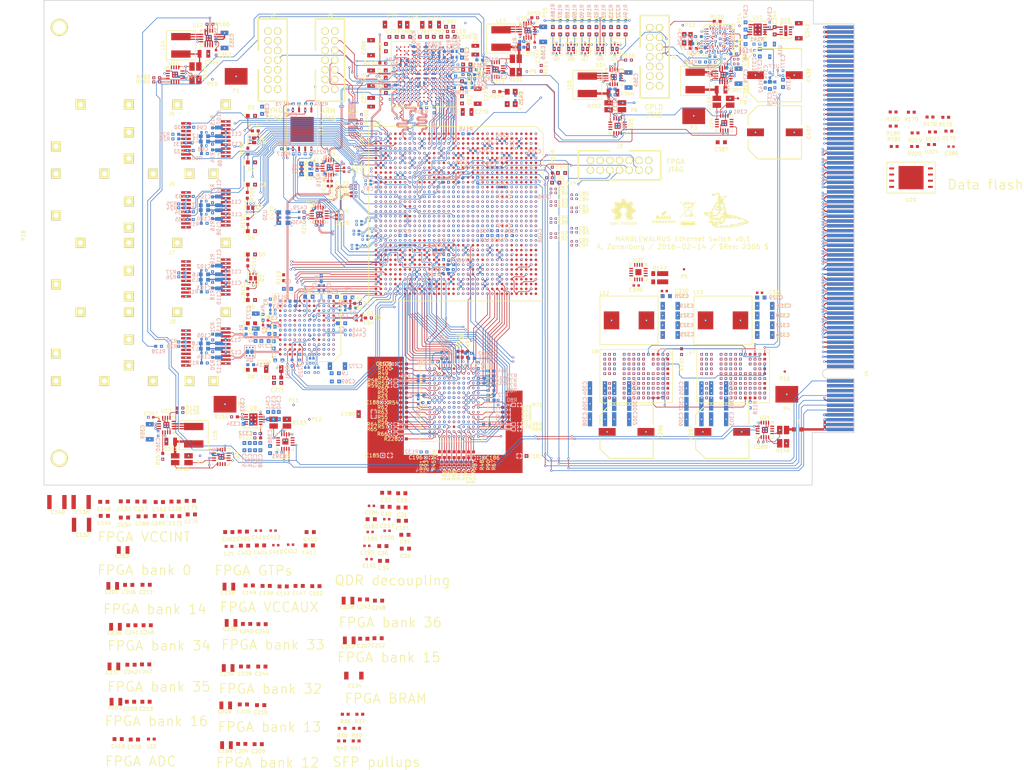
<source format=kicad_pcb>
(kicad_pcb (version 4) (host pcbnew "(2016-02-11 BZR 6517)-product")

  (general
    (links 3091)
    (no_connects 283)
    (area 29.924999 29.924999 197.225001 130.075001)
    (thickness 1.6)
    (drawings 38)
    (tracks 22908)
    (zones 0)
    (modules 802)
    (nets 635)
  )

  (page A4)
  (layers
    (0 F.Cu signal)
    (1 In1.Cu_gnd mixed)
    (2 In2.Cu_sig signal)
    (3 In3.Cu_pwr jumper)
    (4 In4.Cu_pwr mixed)
    (5 In5.Cu_sig signal)
    (6 In6.Cu_gnd mixed)
    (31 B.Cu signal)
    (32 B.Adhes user)
    (33 F.Adhes user)
    (34 B.Paste user)
    (35 F.Paste user)
    (36 B.SilkS user)
    (37 F.SilkS user)
    (38 B.Mask user)
    (39 F.Mask user)
    (40 Dwgs.User user)
    (41 Cmts.User user)
    (42 Eco1.User user)
    (43 Eco2.User user)
    (44 Edge.Cuts user)
    (45 Margin user)
    (46 B.CrtYd user)
    (47 F.CrtYd user)
    (48 B.Fab user)
    (49 F.Fab user)
  )

  (setup
    (last_trace_width 0.127)
    (user_trace_width 0.1)
    (user_trace_width 0.127)
    (user_trace_width 0.25)
    (user_trace_width 0.5)
    (trace_clearance 0.1)
    (zone_clearance 0.125)
    (zone_45_only no)
    (trace_min 0.1)
    (segment_width 0.2)
    (edge_width 0.15)
    (via_size 0.45)
    (via_drill 0.25)
    (via_min_size 0.45)
    (via_min_drill 0.25)
    (user_via 0.45 0.25)
    (uvia_size 0.3)
    (uvia_drill 0.1)
    (uvias_allowed no)
    (uvia_min_size 0.2)
    (uvia_min_drill 0.1)
    (pcb_text_width 0.3)
    (pcb_text_size 0.75 0.75)
    (mod_edge_width 0.15)
    (mod_text_size 0.75 0.75)
    (mod_text_width 0.125)
    (pad_size 1.524 1.524)
    (pad_drill 0.762)
    (pad_to_mask_clearance 0.05)
    (aux_axis_origin 29.9 29.9)
    (visible_elements FFFEEF7F)
    (pcbplotparams
      (layerselection 0x00030_ffffffff)
      (usegerberextensions false)
      (excludeedgelayer true)
      (linewidth 0.100000)
      (plotframeref false)
      (viasonmask false)
      (mode 1)
      (useauxorigin false)
      (hpglpennumber 1)
      (hpglpenspeed 20)
      (hpglpendiameter 15)
      (psnegative false)
      (psa4output false)
      (plotreference true)
      (plotvalue true)
      (plotinvisibletext false)
      (padsonsilk false)
      (subtractmaskfromsilk false)
      (outputformat 1)
      (mirror false)
      (drillshape 1)
      (scaleselection 1)
      (outputdirectory ""))
  )

  (net 0 "")
  (net 1 "/XAUI PHY/1V0_A")
  (net 2 "/Backplane Connector/GND")
  (net 3 "/XAUI PHY/1V0_T")
  (net 4 "/FPGA support/1V0")
  (net 5 "/XAUI PHY/1V5_A")
  (net 6 "/FPGA support/1V5")
  (net 7 "/Backplane Connector/1V8")
  (net 8 "/XAUI PHY/UNUSED_5_N")
  (net 9 "Net-(C53-Pad2)")
  (net 10 "/XAUI PHY/UNUSED_5_P")
  (net 11 "/XAUI PHY/UNUSED_4_N")
  (net 12 "Net-(C55-Pad2)")
  (net 13 "/XAUI PHY/UNUSED_4_P")
  (net 14 "/XAUI PHY/UNUSED_3_N")
  (net 15 "Net-(C57-Pad2)")
  (net 16 "/XAUI PHY/UNUSED_3_P")
  (net 17 "/XAUI PHY/UNUSED_2_N")
  (net 18 "Net-(C59-Pad2)")
  (net 19 "/XAUI PHY/UNUSED_2_P")
  (net 20 "/XAUI PHY/UNUSED_1_N")
  (net 21 "Net-(C61-Pad2)")
  (net 22 "/XAUI PHY/UNUSED_1_P")
  (net 23 "/XAUI PHY/UNUSED_0_N")
  (net 24 "Net-(C63-Pad2)")
  (net 25 "/XAUI PHY/UNUSED_0_P")
  (net 26 "/Backplane Connector/ETH4_TX_P")
  (net 27 "/Backplane Connector/ETH4_TX_N")
  (net 28 "/Backplane Connector/ETH5_TX_P")
  (net 29 "/Backplane Connector/ETH5_TX_N")
  (net 30 "/Backplane Connector/ETH6_TX_P")
  (net 31 "/Backplane Connector/ETH6_TX_N")
  (net 32 "/Backplane Connector/ETH7_TX_P")
  (net 33 "/Backplane Connector/ETH7_TX_N")
  (net 34 "/Backplane Connector/ETH3_TX_P")
  (net 35 "/Backplane Connector/ETH3_TX_N")
  (net 36 "/Backplane Connector/ETH2_TX_P")
  (net 37 "/Backplane Connector/ETH2_TX_N")
  (net 38 "/Backplane Connector/ETH1_TX_P")
  (net 39 "/Backplane Connector/ETH1_TX_N")
  (net 40 "/Backplane Connector/ETH0_TX_P")
  (net 41 "/Backplane Connector/ETH0_TX_N")
  (net 42 "/Backplane Connector/ETH8_TX_P")
  (net 43 "/Backplane Connector/ETH8_TX_N")
  (net 44 "Net-(C98-Pad1)")
  (net 45 "Net-(C100-Pad1)")
  (net 46 "Net-(C102-Pad1)")
  (net 47 "Net-(C104-Pad1)")
  (net 48 "/Front panel SFP+s/ETH9_VDD_RX")
  (net 49 "Net-(C106-Pad2)")
  (net 50 "/Front panel SFP+s/ETH9_VDD_TX")
  (net 51 "Net-(C107-Pad2)")
  (net 52 "/Front panel SFP+s/ETH10_VDD_RX")
  (net 53 "Net-(C108-Pad2)")
  (net 54 "/Front panel SFP+s/ETH10_VDD_TX")
  (net 55 "Net-(C109-Pad2)")
  (net 56 "/Front panel SFP+s/ETH11_VDD_RX")
  (net 57 "Net-(C110-Pad2)")
  (net 58 "/Front panel SFP+s/ETH11_VDD_TX")
  (net 59 "Net-(C111-Pad2)")
  (net 60 "/Front panel SFP+s/ETH12_VDD_RX")
  (net 61 "Net-(C112-Pad2)")
  (net 62 "/Front panel SFP+s/ETH12_VDD_TX")
  (net 63 "Net-(C113-Pad2)")
  (net 64 "/Clocks / buffers/Q0_125_P")
  (net 65 "/Clocks / buffers/CLK_125MHZ_0_P")
  (net 66 "/Clocks / buffers/Q0_125_N")
  (net 67 "/Clocks / buffers/CLK_125MHZ_0_N")
  (net 68 "/Clocks / buffers/Q1_125_P")
  (net 69 "/Clocks / buffers/CLK_125MHZ_1_P")
  (net 70 "/Clocks / buffers/Q1_125_N")
  (net 71 "/Clocks / buffers/CLK_125MHZ_1_N")
  (net 72 "/Clocks / buffers/Q2_125_P")
  (net 73 "/Clocks / buffers/CLK_125MHZ_2_P")
  (net 74 "/Clocks / buffers/Q2_125_N")
  (net 75 "/Clocks / buffers/CLK_125MHZ_2_N")
  (net 76 "/Clocks / buffers/CLK_156MHZ_0_P")
  (net 77 "/Clocks / buffers/CLK_156MHZ_0_N")
  (net 78 "/Clocks / buffers/CLK_156MHZ_1_P")
  (net 79 "/Clocks / buffers/CLK_156MHZ_1_N")
  (net 80 "/LEDs and test points/RAM_VTT")
  (net 81 "/LEDs and test points/RAM_VREF")
  (net 82 "/Current Shunt Monitors/3V3")
  (net 83 "/Clocks / buffers/2V5")
  (net 84 "/LEDs and test points/12V0")
  (net 85 "/Power Supply/1V0_RAW")
  (net 86 "/Power Supply/0V75_REF")
  (net 87 "/Power Supply/RAM_VTT_RAW")
  (net 88 "Net-(C345-Pad1)")
  (net 89 "/Clocks / buffers/1V8_SB")
  (net 90 "/LEDs and test points/2V5_SB")
  (net 91 "Net-(C352-Pad2)")
  (net 92 "/Power Supply/3V3_RAW")
  (net 93 "Net-(C357-Pad1)")
  (net 94 "/Power Supply/1V5_RAW")
  (net 95 "Net-(C362-Pad1)")
  (net 96 "/Power Supply/1V2_RAW")
  (net 97 "Net-(C367-Pad1)")
  (net 98 "/Power Supply/2V5_RAW")
  (net 99 "/FPGA support/1V25_REF")
  (net 100 "/Power Supply/12V0_COMPARE")
  (net 101 "Net-(C378-Pad1)")
  (net 102 "/Power Supply/1V8_RAW")
  (net 103 "/Zynq CPU/A1V8")
  (net 104 "/Backplane Connector/GTP_VTT")
  (net 105 "/FPGA support/GTP_VDD")
  (net 106 "/FPGA support/1V2")
  (net 107 "/FPGA support/A1V8_ARTIX")
  (net 108 "/Zynq CPU/ZYNQ_VPLL")
  (net 109 "/Clocks / buffers/CLK_125MHZ_AC_P")
  (net 110 "/Clocks / buffers/CLK_125MHZ_P")
  (net 111 "/Clocks / buffers/CLK_125MHZ_AC_N")
  (net 112 "/Clocks / buffers/CLK_125MHZ_N")
  (net 113 "/Clocks / buffers/CLK_156MHZ_AC_P")
  (net 114 "/Clocks / buffers/CLK_156MHZ_P")
  (net 115 "/Clocks / buffers/CLK_156MHZ_AC_N")
  (net 116 "/Clocks / buffers/CLK_156MHZ_N")
  (net 117 "/XAUI PHY/XAUI_TXD1_C_P")
  (net 118 "/XAUI PHY/XAUI_TXD1_P")
  (net 119 "/XAUI PHY/XAUI_TXD1_C_N")
  (net 120 "/XAUI PHY/XAUI_TXD1_N")
  (net 121 "/XAUI PHY/XAUI_TXD3_C_P")
  (net 122 "/XAUI PHY/XAUI_TXD3_P")
  (net 123 "/XAUI PHY/XAUI_TXD3_C_N")
  (net 124 "/XAUI PHY/XAUI_TXD3_N")
  (net 125 "/XAUI PHY/XAUI_RXD1_C_P")
  (net 126 "/XAUI PHY/XAUI_RXD1_P")
  (net 127 "/XAUI PHY/XAUI_RXD1_C_N")
  (net 128 "/XAUI PHY/XAUI_RXD1_N")
  (net 129 "/XAUI PHY/XAUI_RXD3_C_P")
  (net 130 "/XAUI PHY/XAUI_RXD3_P")
  (net 131 "/XAUI PHY/XAUI_RXD3_C_N")
  (net 132 "/XAUI PHY/XAUI_RXD3_N")
  (net 133 "/XAUI PHY/XAUI_TXD0_C_P")
  (net 134 "/XAUI PHY/XAUI_TXD0_P")
  (net 135 "/XAUI PHY/XAUI_TXD0_C_N")
  (net 136 "/XAUI PHY/XAUI_TXD0_N")
  (net 137 "/XAUI PHY/XAUI_TXD2_C_P")
  (net 138 "/XAUI PHY/XAUI_TXD2_P")
  (net 139 "/XAUI PHY/XAUI_TXD2_C_N")
  (net 140 "/XAUI PHY/XAUI_TXD2_N")
  (net 141 "/XAUI PHY/XAUI_RXD0_C_P")
  (net 142 "/XAUI PHY/XAUI_RXD0_P")
  (net 143 "/XAUI PHY/XAUI_RXD0_C_N")
  (net 144 "/XAUI PHY/XAUI_RXD0_N")
  (net 145 "/XAUI PHY/XAUI_RXD2_C_P")
  (net 146 "/XAUI PHY/XAUI_RXD2_P")
  (net 147 "/XAUI PHY/XAUI_RXD2_C_N")
  (net 148 "/XAUI PHY/XAUI_RXD2_N")
  (net 149 "Net-(D1-Pad1)")
  (net 150 "Net-(D2-Pad1)")
  (net 151 "Net-(D3-Pad1)")
  (net 152 "Net-(D4-Pad1)")
  (net 153 "Net-(D5-Pad1)")
  (net 154 "Net-(D6-Pad1)")
  (net 155 "Net-(D7-Pad1)")
  (net 156 "Net-(D8-Pad1)")
  (net 157 "Net-(D9-Pad1)")
  (net 158 "Net-(D9-Pad2)")
  (net 159 "Net-(D10-Pad1)")
  (net 160 "Net-(D10-Pad2)")
  (net 161 "Net-(D11-Pad1)")
  (net 162 "Net-(D11-Pad2)")
  (net 163 "Net-(D12-Pad1)")
  (net 164 "Net-(D12-Pad2)")
  (net 165 "Net-(D13-Pad1)")
  (net 166 "Net-(D13-Pad2)")
  (net 167 "Net-(D14-Pad1)")
  (net 168 "Net-(D14-Pad2)")
  (net 169 "Net-(D15-Pad1)")
  (net 170 "Net-(D15-Pad2)")
  (net 171 "Net-(D16-Pad1)")
  (net 172 "Net-(D16-Pad2)")
  (net 173 "Net-(D17-Pad1)")
  (net 174 "Net-(D17-Pad2)")
  (net 175 "Net-(D18-Pad1)")
  (net 176 "Net-(D18-Pad2)")
  (net 177 "Net-(D19-Pad2)")
  (net 178 "/Backplane Connector/12V0")
  (net 179 "Net-(F1-Pad2)")
  (net 180 "/Power Supply/CPLD_JTAG_TMS")
  (net 181 "/Power Supply/CPLD_JTAG_TCK")
  (net 182 "/Power Supply/CPLD_JTAG_TDO")
  (net 183 "/Power Supply/CPLD_JTAG_TDI")
  (net 184 "/Zynq CPU/ZYNQ_JTAG_TMS")
  (net 185 "/Zynq CPU/ZYNQ_JTAG_TCK")
  (net 186 "/Zynq CPU/ZYNQ_JTAG_TDO")
  (net 187 "/Zynq CPU/ZYNQ_JTAG_TDI")
  (net 188 "/Backplane Connector/JTAG_TMS")
  (net 189 "/Backplane Connector/JTAG_TCK")
  (net 190 "/Backplane Connector/JTAG_TDO")
  (net 191 "/Backplane Connector/JTAG_TDI")
  (net 192 "/Backplane Connector/BACKPLANE_I2C_SCL")
  (net 193 "/Backplane Connector/BACKPLANE_I2C_SDA")
  (net 194 "/Backplane Connector/ETH0_RX_P")
  (net 195 "/Backplane Connector/ETH0_RX_N")
  (net 196 "/Backplane Connector/ETH1_RX_P")
  (net 197 "/Backplane Connector/ETH1_RX_N")
  (net 198 "/Backplane Connector/ETH2_RX_P")
  (net 199 "/Backplane Connector/ETH2_RX_N")
  (net 200 "/Backplane Connector/ETH3_RX_P")
  (net 201 "/Backplane Connector/ETH3_RX_N")
  (net 202 "/Backplane Connector/ETH4_RX_P")
  (net 203 "/Backplane Connector/ETH4_RX_N")
  (net 204 "/Backplane Connector/ETH5_RX_P")
  (net 205 "/Backplane Connector/ETH5_RX_N")
  (net 206 "/Backplane Connector/ETH6_RX_P")
  (net 207 "/Backplane Connector/ETH6_RX_N")
  (net 208 "/Backplane Connector/ETH7_RX_P")
  (net 209 "/Backplane Connector/ETH7_RX_N")
  (net 210 "/Backplane Connector/ETH8_RX_P")
  (net 211 "/Backplane Connector/ETH8_RX_N")
  (net 212 "/Zynq CPU/ARM_JTAG_TMS")
  (net 213 "/Zynq CPU/ARM_JTAG_TCK")
  (net 214 "/Zynq CPU/ARM_JTAG_TDO")
  (net 215 "/Zynq CPU/ARM_JTAG_TDI")
  (net 216 "/Zynq CPU/ARM_MIO1")
  (net 217 "Net-(R211-Pad1)")
  (net 218 "/Zynq CPU/ZYNQ_JMODE")
  (net 219 "Net-(R209-Pad1)")
  (net 220 "Net-(R208-Pad1)")
  (net 221 "/Zynq CPU/ARM_MIO52")
  (net 222 "/Zynq CPU/ARM_MIO38")
  (net 223 "/Zynq CPU/ARM_MIO35")
  (net 224 "/Zynq CPU/ARM_MIO28")
  (net 225 "/Zynq CPU/ARM_MIO9")
  (net 226 "Net-(R206-Pad1)")
  (net 227 "/Zynq CPU/ARM_MIO12")
  (net 228 "/Zynq CPU/ARM_MIO14")
  (net 229 "/Zynq CPU/ARM_MIO11")
  (net 230 "/Zynq CPU/ZYNQ_PS_SRST_B")
  (net 231 "/Zynq CPU/ARM_MIO48")
  (net 232 "/Zynq CPU/ARM_MIO36")
  (net 233 "/Zynq CPU/ARM_MIO30")
  (net 234 "/Zynq CPU/ARM_MIO13")
  (net 235 "/Clocks / buffers/CLK_ZYNQ")
  (net 236 "Net-(R210-Pad1)")
  (net 237 "/Zynq CPU/ZYNQ_POR_B")
  (net 238 "/Zynq CPU/ARM_MIO33")
  (net 239 "/Zynq CPU/ARM_MIO31")
  (net 240 "/Zynq CPU/ARM_MIO53")
  (net 241 "/Zynq CPU/ARM_MIO37")
  (net 242 "/Zynq CPU/ZYNQ_INIT_B")
  (net 243 "/Zynq CPU/ARM_MIO10")
  (net 244 "/Zynq CPU/ARM_MIO0")
  (net 245 "Net-(R207-Pad1)")
  (net 246 "/Zynq CPU/ARM_MIO15")
  (net 247 "/Zynq CPU/ARM_MIO29")
  (net 248 "/Zynq CPU/ARM_MIO49")
  (net 249 "/Zynq CPU/ARM_MIO39")
  (net 250 "/Zynq CPU/ARM_MIO34")
  (net 251 "/Zynq CPU/ARM_GPIO2")
  (net 252 "/Zynq CPU/ARM_GPIO3")
  (net 253 "/Zynq CPU/ARM_GPIO1")
  (net 254 "/Zynq CPU/ARM_MIO32")
  (net 255 "Net-(R205-Pad1)")
  (net 256 "/Zynq CPU/ZYNQ_RX1_P")
  (net 257 "/Zynq CPU/ZYNQ_RX1_N")
  (net 258 "/Zynq CPU/ZYNQ_RX5_P")
  (net 259 "/Zynq CPU/ZYNQ_RX5_N")
  (net 260 "/Zynq CPU/ZYNQ_TX1_P")
  (net 261 "/Zynq CPU/ZYNQ_TX1_N")
  (net 262 "Net-(R201-Pad1)")
  (net 263 "Net-(R200-Pad1)")
  (net 264 "/Zynq CPU/ZYNQ_TX6_P")
  (net 265 "/Zynq CPU/ZYNQ_TX6_N")
  (net 266 "/Zynq CPU/ZYNQ_TX2_N")
  (net 267 "/Zynq CPU/ZYNQ_TX2_P")
  (net 268 "/Zynq CPU/ZYNQ_TX3_P")
  (net 269 "/Zynq CPU/ZYNQ_TX3_N")
  (net 270 "/Zynq CPU/ZYNQ_TX4_P")
  (net 271 "/Zynq CPU/ZYNQ_TX4_N")
  (net 272 "/Zynq CPU/ZYNQ_RX4_N")
  (net 273 "/Zynq CPU/ZYNQ_RX6_N")
  (net 274 "/Zynq CPU/ZYNQ_RX6_P")
  (net 275 "/Zynq CPU/ZYNQ_RX2_N")
  (net 276 "Net-(R195-Pad1)")
  (net 277 "/Zynq CPU/ZYNQ_RX0_N")
  (net 278 "/Zynq CPU/ZYNQ_RX2_P")
  (net 279 "/Zynq CPU/ZYNQ_RX7_P")
  (net 280 "/Zynq CPU/ZYNQ_RX7_N")
  (net 281 "/Zynq CPU/ZYNQ_RX4_P")
  (net 282 "/Zynq CPU/ZYNQ_TX0_N")
  (net 283 "/Zynq CPU/ZYNQ_TX0_P")
  (net 284 "/Zynq CPU/ZYNQ_TX5_N")
  (net 285 "/Zynq CPU/ZYNQ_TXCLK_N")
  (net 286 "/Zynq CPU/ZYNQ_TXCLK_P")
  (net 287 "Net-(R202-Pad1)")
  (net 288 "Net-(R199-Pad1)")
  (net 289 "/Zynq CPU/ARM_GPIO0")
  (net 290 "/Zynq CPU/ZYNQ_RX0_P")
  (net 291 "/Zynq CPU/ZYNQ_RX3_N")
  (net 292 "/Zynq CPU/ZYNQ_RX3_P")
  (net 293 "/Zynq CPU/ZYNQ_PROG_B")
  (net 294 "Net-(R9-Pad1)")
  (net 295 "/Zynq CPU/ZYNQ_RXCLK_P")
  (net 296 "/Zynq CPU/ZYNQ_RXCLK_N")
  (net 297 "/Clocks / buffers/CLK_156MHZ_3_P")
  (net 298 "/Clocks / buffers/CLK_156MHZ_3_N")
  (net 299 "/Zynq CPU/ZYNQ_TX7_N")
  (net 300 "/Zynq CPU/ZYNQ_TX7_P")
  (net 301 "/Zynq CPU/ZYNQ_TX5_P")
  (net 302 "/Zynq CPU/ZYNQ_DONE")
  (net 303 "/QDR-II+ SRAM/RAM_WD32")
  (net 304 "/QDR-II+ SRAM/RAM_WD26")
  (net 305 "/Clocks / buffers/CLK_125MHZ_3_N")
  (net 306 "/QDR-II+ SRAM/RAM_WD15")
  (net 307 "/Clocks / buffers/CLK_125MHZ_3_P")
  (net 308 "/QDR-II+ SRAM/RAM_WD14")
  (net 309 "/QDR-II+ SRAM/RAM_WD13")
  (net 310 "/QDR-II+ SRAM/RAM_WD31")
  (net 311 "/QDR-II+ SRAM/RAM_WD19")
  (net 312 "/QDR-II+ SRAM/RAM_WD24")
  (net 313 "/QDR-II+ SRAM/RAM_WD20")
  (net 314 "/QDR-II+ SRAM/RAM_WD27")
  (net 315 "/QDR-II+ SRAM/RAM_WD3")
  (net 316 "/QDR-II+ SRAM/RAM_WD10")
  (net 317 "/QDR-II+ SRAM/RAM_WD5")
  (net 318 "/QDR-II+ SRAM/RAM_DM3")
  (net 319 "/QDR-II+ SRAM/RAM_WD2")
  (net 320 "/QDR-II+ SRAM/RAM_WR_N")
  (net 321 "/QDR-II+ SRAM/RAM_RD20")
  (net 322 "/QDR-II+ SRAM/RAM_RD16")
  (net 323 "/QDR-II+ SRAM/RAM_RD17")
  (net 324 "/QDR-II+ SRAM/RAM_RD25")
  (net 325 "/QDR-II+ SRAM/RAM_RD21")
  (net 326 "/QDR-II+ SRAM/RAM_WD12")
  (net 327 "/QDR-II+ SRAM/RAM_WD11")
  (net 328 "/QDR-II+ SRAM/RAM_WD23")
  (net 329 "/QDR-II+ SRAM/RAM_WD22")
  (net 330 "/QDR-II+ SRAM/RAM_RD11")
  (net 331 "/QDR-II+ SRAM/RAM_WD29")
  (net 332 "/QDR-II+ SRAM/RAM_WD30")
  (net 333 "/QDR-II+ SRAM/RAM_WD18")
  (net 334 "/QDR-II+ SRAM/RAM_RD26")
  (net 335 "/QDR-II+ SRAM/RAM_WD34")
  (net 336 "/QDR-II+ SRAM/RAM_RD30")
  (net 337 "/QDR-II+ SRAM/RAM_WD33")
  (net 338 "/QDR-II+ SRAM/RAM_WD25")
  (net 339 "/QDR-II+ SRAM/RAM_RD29")
  (net 340 "/QDR-II+ SRAM/RAM_RD33")
  (net 341 "/QDR-II+ SRAM/RAM_RD34")
  (net 342 "/QDR-II+ SRAM/RAM_RD28")
  (net 343 "/QDR-II+ SRAM/RAM_RCLK_N")
  (net 344 "/QDR-II+ SRAM/RAM_RD19")
  (net 345 "/QDR-II+ SRAM/RAM_RD18")
  (net 346 "/QDR-II+ SRAM/RAM_RD15")
  (net 347 "/QDR-II+ SRAM/RAM_RD12")
  (net 348 "/QDR-II+ SRAM/RAM_RD8")
  (net 349 "/QDR-II+ SRAM/RAM_RD4")
  (net 350 "/QDR-II+ SRAM/RAM_RD13")
  (net 351 "/QDR-II+ SRAM/RAM_RD14")
  (net 352 "/QDR-II+ SRAM/RAM_RD2")
  (net 353 "/QDR-II+ SRAM/RAM_RD7")
  (net 354 "/QDR-II+ SRAM/RAM_RD10")
  (net 355 "/QDR-II+ SRAM/RAM_RCLK_P")
  (net 356 "/QDR-II+ SRAM/RAM_RD9")
  (net 357 "/QDR-II+ SRAM/RAM_RD5")
  (net 358 "/QDR-II+ SRAM/RAM_RD31")
  (net 359 "/QDR-II+ SRAM/RAM_RD32")
  (net 360 "/QDR-II+ SRAM/RAM_RD23")
  (net 361 "/QDR-II+ SRAM/RAM_RD22")
  (net 362 "/QDR-II+ SRAM/RAM_RD24")
  (net 363 "/QDR-II+ SRAM/RAM_RD27")
  (net 364 "Net-(R161-Pad1)")
  (net 365 "Net-(R163-Pad1)")
  (net 366 "Net-(R162-Pad1)")
  (net 367 "/QDR-II+ SRAM/RAM_WD1")
  (net 368 "/QDR-II+ SRAM/RAM_DM2")
  (net 369 "/QDR-II+ SRAM/RAM_WD0")
  (net 370 "/QDR-II+ SRAM/RAM_RD6")
  (net 371 "/QDR-II+ SRAM/RAM_RD3")
  (net 372 "/QDR-II+ SRAM/RAM_WD9")
  (net 373 "/QDR-II+ SRAM/RAM_WD8")
  (net 374 "/QDR-II+ SRAM/RAM_WD7")
  (net 375 "/QDR-II+ SRAM/RAM_WD35")
  (net 376 "/QDR-II+ SRAM/RAM_RD_N")
  (net 377 "/QDR-II+ SRAM/RAM_RD35")
  (net 378 "/QDR-II+ SRAM/RAM_RD1")
  (net 379 "/QDR-II+ SRAM/RAM_RD0")
  (net 380 "/QDR-II+ SRAM/RAM_RVALID")
  (net 381 "/Power Supply/FPGA_RESET_N")
  (net 382 "/FPGA Config/FPGA_DONE")
  (net 383 "/FPGA Config/FPGA_PANIC")
  (net 384 "Net-(R167-Pad1)")
  (net 385 "Net-(R166-Pad1)")
  (net 386 "Net-(R169-Pad1)")
  (net 387 "Net-(R168-Pad1)")
  (net 388 "/Power Supply/FPGA_INIT_B")
  (net 389 "Net-(R180-Pad1)")
  (net 390 "Net-(R178-Pad1)")
  (net 391 "Net-(R177-Pad1)")
  (net 392 "/FPGA Config/RAM_TMS")
  (net 393 "Net-(R182-Pad1)")
  (net 394 "Net-(R181-Pad1)")
  (net 395 "/FPGA Config/RAM_TCK")
  (net 396 "/QDR-II+ SRAM/RAM_A14")
  (net 397 "/XAUI PHY/PHY_JTAG_TRST_N")
  (net 398 "/XAUI PHY/PHY_MDIO_MODE")
  (net 399 "/QDR-II+ SRAM/RAM_A13")
  (net 400 "/QDR-II+ SRAM/RAM_A16")
  (net 401 "/QDR-II+ SRAM/RAM_A12")
  (net 402 "/QDR-II+ SRAM/RAM_A15")
  (net 403 "/QDR-II+ SRAM/RAM_A17")
  (net 404 "/QDR-II+ SRAM/RAM_A2")
  (net 405 "/QDR-II+ SRAM/RAM_CLK_P")
  (net 406 "/QDR-II+ SRAM/RAM_CLK_N")
  (net 407 "/QDR-II+ SRAM/RAM_A1")
  (net 408 "/QDR-II+ SRAM/RAM_A4")
  (net 409 "/QDR-II+ SRAM/RAM_A3")
  (net 410 "/QDR-II+ SRAM/RAM_A11")
  (net 411 "/XAUI PHY/PHY_PDWRDN_N")
  (net 412 "/QDR-II+ SRAM/RAM_WD28")
  (net 413 "/XAUI PHY/PHY_LOS")
  (net 414 "/XAUI PHY/PHY_LS_OK_OUT")
  (net 415 "/XAUI PHY/PHY_JTAG_TDI")
  (net 416 "/QDR-II+ SRAM/RAM_WD21")
  (net 417 "/QDR-II+ SRAM/RAM_WD17")
  (net 418 "/XAUI PHY/PHY_PRBS_EN")
  (net 419 "/XAUI PHY/PHY_MDIO_A3")
  (net 420 "/XAUI PHY/PHY_MDIO")
  (net 421 "/XAUI PHY/PHY_MDIO_A4")
  (net 422 "/XAUI PHY/PHY_MDC")
  (net 423 "/XAUI PHY/PHY_MDIO_A1")
  (net 424 "/XAUI PHY/PHY_RESET_N")
  (net 425 "/XAUI PHY/PHY_MDIO_A0")
  (net 426 "/QDR-II+ SRAM/RAM_WD16")
  (net 427 "/QDR-II+ SRAM/RAM_WD4")
  (net 428 "/XAUI PHY/PHY_GPIO")
  (net 429 "/XAUI PHY/PHY_JTAG_TMS")
  (net 430 "/XAUI PHY/PHY_JTAG_TCK")
  (net 431 "/XAUI PHY/PHY_LS_OK_IN")
  (net 432 "/XAUI PHY/PHY_PRBS_PASS")
  (net 433 "/XAUI PHY/PHY_JTAG_TDO")
  (net 434 "/XAUI PHY/PHY_MDIO_A2")
  (net 435 "/XAUI PHY/PHY_MODE")
  (net 436 "/QDR-II+ SRAM/RAM_WD6")
  (net 437 "Net-(R185-Pad1)")
  (net 438 "/QDR-II+ SRAM/RAM_DM1")
  (net 439 "/QDR-II+ SRAM/RAM_DM0")
  (net 440 "Net-(R171-Pad1)")
  (net 441 "/FPGA Config/RAM_TDO")
  (net 442 "/FPGA Config/RAM_TDI")
  (net 443 "Net-(R179-Pad1)")
  (net 444 "Net-(R170-Pad1)")
  (net 445 "/QDR-II+ SRAM/RAM_A6")
  (net 446 "/QDR-II+ SRAM/RAM_A10")
  (net 447 "/QDR-II+ SRAM/RAM_A9")
  (net 448 "/QDR-II+ SRAM/RAM_A0")
  (net 449 "/QDR-II+ SRAM/RAM_A5")
  (net 450 "Net-(R172-Pad1)")
  (net 451 "/QDR-II+ SRAM/RAM_A7")
  (net 452 "/QDR-II+ SRAM/RAM_A8")
  (net 453 "/Front panel SFP+s/ETH9_RX_N")
  (net 454 "/Front panel SFP+s/ETH11_RX_N")
  (net 455 "/Front panel SFP+s/ETH10_RX_P")
  (net 456 "/Front panel SFP+s/ETH9_TX_P")
  (net 457 "/Front panel SFP+s/ETH9_TX_N")
  (net 458 "/Front panel SFP+s/ETH10_RX_N")
  (net 459 "/Front panel SFP+s/ETH10_TX_P")
  (net 460 "/Front panel SFP+s/ETH10_TX_N")
  (net 461 "/Front panel SFP+s/ETH11_TX_N")
  (net 462 "/Front panel SFP+s/ETH11_TX_P")
  (net 463 "Net-(R43-Pad1)")
  (net 464 "/Front panel SFP+s/ETH9_RX_P")
  (net 465 "/Front panel SFP+s/ETH11_RX_P")
  (net 466 "/Front panel SFP+s/ETH12_RX_LOS")
  (net 467 "/Front panel SFP+s/ETH12_LINK")
  (net 468 "/Front panel SFP+s/ETH11_ACT")
  (net 469 "/Front panel SFP+s/ETH9_ACT")
  (net 470 "/Current Shunt Monitors/PSU_I2C_SCL")
  (net 471 "/Front panel SFP+s/ETH12_ACT")
  (net 472 "/Front panel SFP+s/ETH10_LINK")
  (net 473 "/Front panel SFP+s/ETH10_ACT")
  (net 474 "/Front panel SFP+s/ETH9_SDA")
  (net 475 "/Front panel SFP+s/ETH9_LINK")
  (net 476 "/Front panel SFP+s/ETH9_TX_FAULT")
  (net 477 "/Front panel SFP+s/ETH9_TX_DISABLE")
  (net 478 "/Front panel SFP+s/ETH10_PRESENT_N")
  (net 479 "/Front panel SFP+s/ETH11_SCL")
  (net 480 "/Front panel SFP+s/ETH11_TX_FAULT")
  (net 481 "/Front panel SFP+s/ETH10_TX_DISABLE")
  (net 482 "/Front panel SFP+s/ETH11_RX_LOS")
  (net 483 "/Front panel SFP+s/ETH12_TX_DISABLE")
  (net 484 "/Front panel SFP+s/ETH11_TX_DISABLE")
  (net 485 "/Front panel SFP+s/ETH12_SDA")
  (net 486 "/Front panel SFP+s/ETH12_PRESENT_N")
  (net 487 "/Front panel SFP+s/ETH11_PRESENT_N")
  (net 488 "/Front panel SFP+s/ETH9_PRESENT_N")
  (net 489 "/Front panel SFP+s/ETH10_RX_LOS")
  (net 490 "/Front panel SFP+s/ETH12_TX_FAULT")
  (net 491 "/Front panel SFP+s/ETH12_SCL")
  (net 492 "/Front panel SFP+s/ETH11_SDA")
  (net 493 "/Front panel SFP+s/ETH10_TX_FAULT")
  (net 494 "/Front panel SFP+s/ETH10_SCL")
  (net 495 "/Front panel SFP+s/ETH9_SCL")
  (net 496 "/Front panel SFP+s/ETH11_LINK")
  (net 497 "/Current Shunt Monitors/PSU_I2C_SDA")
  (net 498 "/Front panel SFP+s/ETH10_SDA")
  (net 499 "/Front panel SFP+s/ETH9_RX_LOS")
  (net 500 "Net-(R44-Pad1)")
  (net 501 "/Clocks / buffers/CLK_156MHZ_2_P")
  (net 502 "/Clocks / buffers/CLK_156MHZ_2_N")
  (net 503 "/QDR-II+ SRAM/RAM_RZQ")
  (net 504 "Net-(R2-Pad1)")
  (net 505 "/Front panel SFP+s/ETH12_RX_N")
  (net 506 "/Front panel SFP+s/ETH12_RX_P")
  (net 507 "/Front panel SFP+s/ETH12_TX_P")
  (net 508 "Net-(R221-Pad1)")
  (net 509 "/Front panel SFP+s/ETH12_TX_N")
  (net 510 "/XAUI PHY/PHY_TEST_EN")
  (net 511 "Net-(Q1-PadD2)")
  (net 512 "Net-(Q1-PadD1)")
  (net 513 "Net-(Q2-PadD2)")
  (net 514 "Net-(Q2-PadD1)")
  (net 515 "Net-(Q3-PadD2)")
  (net 516 "Net-(Q3-PadD1)")
  (net 517 "Net-(Q4-PadD2)")
  (net 518 "Net-(Q4-PadD1)")
  (net 519 "/LEDs and test points/12V0_LED")
  (net 520 "/LEDs and test points/1V0_LED")
  (net 521 "/LEDs and test points/1V2_LED")
  (net 522 "/LEDs and test points/1V5_LED")
  (net 523 "/LEDs and test points/1V8_LED")
  (net 524 "/LEDs and test points/2V5_LED")
  (net 525 "/LEDs and test points/3V3_LED")
  (net 526 "/LEDs and test points/FAULT_LED")
  (net 527 "/LEDs and test points/VTT_LED")
  (net 528 "/FPGA Config/BOOT_SPI_SCK")
  (net 529 "Net-(R120-Pad1)")
  (net 530 "/Clocks / buffers/CLK_32KHZ")
  (net 531 "Net-(R121-Pad2)")
  (net 532 "/FPGA Config/BOOT_SPI_DQ0")
  (net 533 "/FPGA Config/BOOT_SPI_DQ1")
  (net 534 "/FPGA Config/BOOT_SPI_DQ2")
  (net 535 "/FPGA Config/BOOT_SPI_DQ3")
  (net 536 "/FPGA Config/BOOT_SPI_CS_N")
  (net 537 "Net-(R173-Pad2)")
  (net 538 "Net-(R174-Pad2)")
  (net 539 "/FPGA Config/DATA_SPI_DQ3")
  (net 540 "Net-(R175-Pad2)")
  (net 541 "/FPGA Config/DATA_SPI_DQ0")
  (net 542 "Net-(R176-Pad2)")
  (net 543 "/FPGA Config/DATA_SPI_CS_N")
  (net 544 "/FPGA Config/DATA_SPI_SCK")
  (net 545 "/FPGA Config/DATA_SPI_DQ1")
  (net 546 "/FPGA Config/DATA_SPI_DQ2")
  (net 547 "Net-(R214-Pad2)")
  (net 548 "Net-(R217-Pad1)")
  (net 549 "Net-(R218-Pad1)")
  (net 550 "Net-(R219-Pad1)")
  (net 551 "Net-(R220-Pad1)")
  (net 552 "/Power Supply/12V0_SHUNT_LO")
  (net 553 "/Power Supply/12V0_SHUNT_HI")
  (net 554 "/Power Supply/3V3_SHUNT_LO")
  (net 555 "/Power Supply/3V3_SHUNT_HI")
  (net 556 "/Power Supply/2V5_SHUNT_LO")
  (net 557 "/Power Supply/2V5_SHUNT_HI")
  (net 558 "/Power Supply/1V8_SHUNT_LO")
  (net 559 "/Power Supply/1V8_SHUNT_HI")
  (net 560 "/Power Supply/1V5_SHUNT_LO")
  (net 561 "/Power Supply/1V5_SHUNT_HI")
  (net 562 "/Power Supply/1V2_SHUNT_LO")
  (net 563 "/Power Supply/1V2_SHUNT_HI")
  (net 564 "/Power Supply/1V0_SHUNT_HI")
  (net 565 "/Power Supply/1V0_SHUNT_LO")
  (net 566 "/Power Supply/VTT_SENSE_LO")
  (net 567 "/Power Supply/VTT_SENSE_HI")
  (net 568 "Net-(R118-Pad1)")
  (net 569 "/Power Supply/1V0_MASTER_SYNCI")
  (net 570 "/Power Supply/REMOTE_SENSE")
  (net 571 "/Power Supply/VTT_SENSE")
  (net 572 "/Power Supply/VTT_PGOOD")
  (net 573 "/Power Supply/1V0_PGOOD")
  (net 574 "/Power Supply/3V3_PGOOD")
  (net 575 "/Power Supply/3V3_SENSE")
  (net 576 "/Power Supply/1V5_PGOOD")
  (net 577 "/Power Supply/1V5_SENSE")
  (net 578 "/Power Supply/1V2_PGOOD")
  (net 579 "/Power Supply/1V2_SENSE")
  (net 580 "/Power Supply/2V5_PGOOD")
  (net 581 "/Power Supply/2V5_SENSE")
  (net 582 "/Power Supply/1V8_PGOOD")
  (net 583 "/Power Supply/1V8_SENSE")
  (net 584 "/Power Supply/VTT_EN")
  (net 585 "/Power Supply/1V0_EN")
  (net 586 "/Power Supply/1V2_EN")
  (net 587 "/Power Supply/1V5_EN")
  (net 588 "/Power Supply/1V8_EN")
  (net 589 "/Power Supply/2V5_EN")
  (net 590 "/Power Supply/3V3_EN")
  (net 591 "/Power Supply/1V0_TRK")
  (net 592 "/Power Supply/1V0_MASTER_EAO")
  (net 593 "/Power Supply/1V0_MASTER_SYNCO")
  (net 594 "/Power Supply/12V0_PGOOD")
  (net 595 "/Power Supply/3V3_SW")
  (net 596 "Net-(R129-Pad1)")
  (net 597 "/Power Supply/1V5_SW")
  (net 598 "Net-(R133-Pad1)")
  (net 599 "/Power Supply/1V2_SW")
  (net 600 "Net-(R137-Pad1)")
  (net 601 "/Power Supply/2V5_SW")
  (net 602 "/Power Supply/1V8_SW")
  (net 603 "/LEDs and test points/5V0_SB")
  (net 604 "/Power Supply/1V0_SW")
  (net 605 "/Power Supply/1V0_SW2")
  (net 606 "/Backplane Connector/E4TX_P")
  (net 607 "/Backplane Connector/E4TX_N")
  (net 608 "/Backplane Connector/E5TX_P")
  (net 609 "/Backplane Connector/E5TX_N")
  (net 610 "/Backplane Connector/E6TX_P")
  (net 611 "/Backplane Connector/E6TX_N")
  (net 612 "/Backplane Connector/E7TX_P")
  (net 613 "/Backplane Connector/E7TX_N")
  (net 614 "/Backplane Connector/E3TX_P")
  (net 615 "/Backplane Connector/E3TX_N")
  (net 616 "/Backplane Connector/E2TX_P")
  (net 617 "/Backplane Connector/E2TX_N")
  (net 618 "/Backplane Connector/E1TX_P")
  (net 619 "/Backplane Connector/E1TX_N")
  (net 620 "/Backplane Connector/E0TX_P")
  (net 621 "/Backplane Connector/E0TX_N")
  (net 622 "/Clocks / buffers/Q3_156_P")
  (net 623 "/Clocks / buffers/Q3_156_N")
  (net 624 "/Clocks / buffers/Q2_156_P")
  (net 625 "/Clocks / buffers/Q2_156_N")
  (net 626 "/Front panel SFP+s/E8T_P")
  (net 627 "/Front panel SFP+s/E8T_N")
  (net 628 "/Front panel SFP+s/ARM_TMS")
  (net 629 "/Front panel SFP+s/ARM_TCK")
  (net 630 "/Front panel SFP+s/ARM_TDO")
  (net 631 "/Front panel SFP+s/ARM_TDI")
  (net 632 "/QDR-II+ SRAM/RAM_A18")
  (net 633 "/QDR-II+ SRAM/RAM_A19")
  (net 634 "/QDR-II+ SRAM/RAM_A20")

  (net_class Default "This is the default net class."
    (clearance 0.1)
    (trace_width 0.127)
    (via_dia 0.45)
    (via_drill 0.25)
    (uvia_dia 0.3)
    (uvia_drill 0.1)
    (add_net "/Backplane Connector/12V0")
    (add_net "/Backplane Connector/1V8")
    (add_net "/Backplane Connector/BACKPLANE_I2C_SCL")
    (add_net "/Backplane Connector/BACKPLANE_I2C_SDA")
    (add_net "/Backplane Connector/E0TX_N")
    (add_net "/Backplane Connector/E0TX_P")
    (add_net "/Backplane Connector/E1TX_N")
    (add_net "/Backplane Connector/E1TX_P")
    (add_net "/Backplane Connector/E2TX_N")
    (add_net "/Backplane Connector/E2TX_P")
    (add_net "/Backplane Connector/E3TX_N")
    (add_net "/Backplane Connector/E3TX_P")
    (add_net "/Backplane Connector/E4TX_N")
    (add_net "/Backplane Connector/E4TX_P")
    (add_net "/Backplane Connector/E5TX_N")
    (add_net "/Backplane Connector/E5TX_P")
    (add_net "/Backplane Connector/E6TX_N")
    (add_net "/Backplane Connector/E6TX_P")
    (add_net "/Backplane Connector/E7TX_N")
    (add_net "/Backplane Connector/E7TX_P")
    (add_net "/Backplane Connector/ETH0_RX_N")
    (add_net "/Backplane Connector/ETH0_RX_P")
    (add_net "/Backplane Connector/ETH0_TX_N")
    (add_net "/Backplane Connector/ETH0_TX_P")
    (add_net "/Backplane Connector/ETH1_RX_N")
    (add_net "/Backplane Connector/ETH1_RX_P")
    (add_net "/Backplane Connector/ETH1_TX_N")
    (add_net "/Backplane Connector/ETH1_TX_P")
    (add_net "/Backplane Connector/ETH2_RX_N")
    (add_net "/Backplane Connector/ETH2_RX_P")
    (add_net "/Backplane Connector/ETH2_TX_N")
    (add_net "/Backplane Connector/ETH2_TX_P")
    (add_net "/Backplane Connector/ETH3_RX_N")
    (add_net "/Backplane Connector/ETH3_RX_P")
    (add_net "/Backplane Connector/ETH3_TX_N")
    (add_net "/Backplane Connector/ETH3_TX_P")
    (add_net "/Backplane Connector/ETH4_RX_N")
    (add_net "/Backplane Connector/ETH4_RX_P")
    (add_net "/Backplane Connector/ETH4_TX_N")
    (add_net "/Backplane Connector/ETH4_TX_P")
    (add_net "/Backplane Connector/ETH5_RX_N")
    (add_net "/Backplane Connector/ETH5_RX_P")
    (add_net "/Backplane Connector/ETH5_TX_N")
    (add_net "/Backplane Connector/ETH5_TX_P")
    (add_net "/Backplane Connector/ETH6_RX_N")
    (add_net "/Backplane Connector/ETH6_RX_P")
    (add_net "/Backplane Connector/ETH6_TX_N")
    (add_net "/Backplane Connector/ETH6_TX_P")
    (add_net "/Backplane Connector/ETH7_RX_N")
    (add_net "/Backplane Connector/ETH7_RX_P")
    (add_net "/Backplane Connector/ETH7_TX_N")
    (add_net "/Backplane Connector/ETH7_TX_P")
    (add_net "/Backplane Connector/ETH8_RX_N")
    (add_net "/Backplane Connector/ETH8_RX_P")
    (add_net "/Backplane Connector/ETH8_TX_N")
    (add_net "/Backplane Connector/ETH8_TX_P")
    (add_net "/Backplane Connector/GND")
    (add_net "/Backplane Connector/GTP_VTT")
    (add_net "/Backplane Connector/JTAG_TCK")
    (add_net "/Backplane Connector/JTAG_TDI")
    (add_net "/Backplane Connector/JTAG_TDO")
    (add_net "/Backplane Connector/JTAG_TMS")
    (add_net "/Clocks / buffers/1V8_SB")
    (add_net "/Clocks / buffers/2V5")
    (add_net "/Clocks / buffers/CLK_125MHZ_0_N")
    (add_net "/Clocks / buffers/CLK_125MHZ_0_P")
    (add_net "/Clocks / buffers/CLK_125MHZ_1_N")
    (add_net "/Clocks / buffers/CLK_125MHZ_1_P")
    (add_net "/Clocks / buffers/CLK_125MHZ_2_N")
    (add_net "/Clocks / buffers/CLK_125MHZ_2_P")
    (add_net "/Clocks / buffers/CLK_125MHZ_3_N")
    (add_net "/Clocks / buffers/CLK_125MHZ_3_P")
    (add_net "/Clocks / buffers/CLK_125MHZ_AC_N")
    (add_net "/Clocks / buffers/CLK_125MHZ_AC_P")
    (add_net "/Clocks / buffers/CLK_125MHZ_N")
    (add_net "/Clocks / buffers/CLK_125MHZ_P")
    (add_net "/Clocks / buffers/CLK_156MHZ_0_N")
    (add_net "/Clocks / buffers/CLK_156MHZ_0_P")
    (add_net "/Clocks / buffers/CLK_156MHZ_1_N")
    (add_net "/Clocks / buffers/CLK_156MHZ_1_P")
    (add_net "/Clocks / buffers/CLK_156MHZ_2_N")
    (add_net "/Clocks / buffers/CLK_156MHZ_2_P")
    (add_net "/Clocks / buffers/CLK_156MHZ_3_N")
    (add_net "/Clocks / buffers/CLK_156MHZ_3_P")
    (add_net "/Clocks / buffers/CLK_156MHZ_AC_N")
    (add_net "/Clocks / buffers/CLK_156MHZ_AC_P")
    (add_net "/Clocks / buffers/CLK_156MHZ_N")
    (add_net "/Clocks / buffers/CLK_156MHZ_P")
    (add_net "/Clocks / buffers/CLK_32KHZ")
    (add_net "/Clocks / buffers/CLK_ZYNQ")
    (add_net "/Clocks / buffers/Q0_125_N")
    (add_net "/Clocks / buffers/Q0_125_P")
    (add_net "/Clocks / buffers/Q1_125_N")
    (add_net "/Clocks / buffers/Q1_125_P")
    (add_net "/Clocks / buffers/Q2_125_N")
    (add_net "/Clocks / buffers/Q2_125_P")
    (add_net "/Clocks / buffers/Q2_156_N")
    (add_net "/Clocks / buffers/Q2_156_P")
    (add_net "/Clocks / buffers/Q3_156_N")
    (add_net "/Clocks / buffers/Q3_156_P")
    (add_net "/Current Shunt Monitors/3V3")
    (add_net "/Current Shunt Monitors/PSU_I2C_SCL")
    (add_net "/Current Shunt Monitors/PSU_I2C_SDA")
    (add_net "/FPGA Config/BOOT_SPI_CS_N")
    (add_net "/FPGA Config/BOOT_SPI_DQ0")
    (add_net "/FPGA Config/BOOT_SPI_DQ1")
    (add_net "/FPGA Config/BOOT_SPI_DQ2")
    (add_net "/FPGA Config/BOOT_SPI_DQ3")
    (add_net "/FPGA Config/BOOT_SPI_SCK")
    (add_net "/FPGA Config/DATA_SPI_CS_N")
    (add_net "/FPGA Config/DATA_SPI_DQ0")
    (add_net "/FPGA Config/DATA_SPI_DQ1")
    (add_net "/FPGA Config/DATA_SPI_DQ2")
    (add_net "/FPGA Config/DATA_SPI_DQ3")
    (add_net "/FPGA Config/DATA_SPI_SCK")
    (add_net "/FPGA Config/FPGA_DONE")
    (add_net "/FPGA Config/FPGA_PANIC")
    (add_net "/FPGA Config/RAM_TCK")
    (add_net "/FPGA Config/RAM_TDI")
    (add_net "/FPGA Config/RAM_TDO")
    (add_net "/FPGA Config/RAM_TMS")
    (add_net "/FPGA support/1V0")
    (add_net "/FPGA support/1V2")
    (add_net "/FPGA support/1V25_REF")
    (add_net "/FPGA support/1V5")
    (add_net "/FPGA support/A1V8_ARTIX")
    (add_net "/FPGA support/GTP_VDD")
    (add_net "/Front panel SFP+s/ARM_TCK")
    (add_net "/Front panel SFP+s/ARM_TDI")
    (add_net "/Front panel SFP+s/ARM_TDO")
    (add_net "/Front panel SFP+s/ARM_TMS")
    (add_net "/Front panel SFP+s/E8T_N")
    (add_net "/Front panel SFP+s/E8T_P")
    (add_net "/Front panel SFP+s/ETH10_ACT")
    (add_net "/Front panel SFP+s/ETH10_LINK")
    (add_net "/Front panel SFP+s/ETH10_PRESENT_N")
    (add_net "/Front panel SFP+s/ETH10_RX_LOS")
    (add_net "/Front panel SFP+s/ETH10_RX_N")
    (add_net "/Front panel SFP+s/ETH10_RX_P")
    (add_net "/Front panel SFP+s/ETH10_SCL")
    (add_net "/Front panel SFP+s/ETH10_SDA")
    (add_net "/Front panel SFP+s/ETH10_TX_DISABLE")
    (add_net "/Front panel SFP+s/ETH10_TX_FAULT")
    (add_net "/Front panel SFP+s/ETH10_TX_N")
    (add_net "/Front panel SFP+s/ETH10_TX_P")
    (add_net "/Front panel SFP+s/ETH10_VDD_RX")
    (add_net "/Front panel SFP+s/ETH10_VDD_TX")
    (add_net "/Front panel SFP+s/ETH11_ACT")
    (add_net "/Front panel SFP+s/ETH11_LINK")
    (add_net "/Front panel SFP+s/ETH11_PRESENT_N")
    (add_net "/Front panel SFP+s/ETH11_RX_LOS")
    (add_net "/Front panel SFP+s/ETH11_RX_N")
    (add_net "/Front panel SFP+s/ETH11_RX_P")
    (add_net "/Front panel SFP+s/ETH11_SCL")
    (add_net "/Front panel SFP+s/ETH11_SDA")
    (add_net "/Front panel SFP+s/ETH11_TX_DISABLE")
    (add_net "/Front panel SFP+s/ETH11_TX_FAULT")
    (add_net "/Front panel SFP+s/ETH11_TX_N")
    (add_net "/Front panel SFP+s/ETH11_TX_P")
    (add_net "/Front panel SFP+s/ETH11_VDD_RX")
    (add_net "/Front panel SFP+s/ETH11_VDD_TX")
    (add_net "/Front panel SFP+s/ETH12_ACT")
    (add_net "/Front panel SFP+s/ETH12_LINK")
    (add_net "/Front panel SFP+s/ETH12_PRESENT_N")
    (add_net "/Front panel SFP+s/ETH12_RX_LOS")
    (add_net "/Front panel SFP+s/ETH12_RX_N")
    (add_net "/Front panel SFP+s/ETH12_RX_P")
    (add_net "/Front panel SFP+s/ETH12_SCL")
    (add_net "/Front panel SFP+s/ETH12_SDA")
    (add_net "/Front panel SFP+s/ETH12_TX_DISABLE")
    (add_net "/Front panel SFP+s/ETH12_TX_FAULT")
    (add_net "/Front panel SFP+s/ETH12_TX_N")
    (add_net "/Front panel SFP+s/ETH12_TX_P")
    (add_net "/Front panel SFP+s/ETH12_VDD_RX")
    (add_net "/Front panel SFP+s/ETH12_VDD_TX")
    (add_net "/Front panel SFP+s/ETH9_ACT")
    (add_net "/Front panel SFP+s/ETH9_LINK")
    (add_net "/Front panel SFP+s/ETH9_PRESENT_N")
    (add_net "/Front panel SFP+s/ETH9_RX_LOS")
    (add_net "/Front panel SFP+s/ETH9_RX_N")
    (add_net "/Front panel SFP+s/ETH9_RX_P")
    (add_net "/Front panel SFP+s/ETH9_SCL")
    (add_net "/Front panel SFP+s/ETH9_SDA")
    (add_net "/Front panel SFP+s/ETH9_TX_DISABLE")
    (add_net "/Front panel SFP+s/ETH9_TX_FAULT")
    (add_net "/Front panel SFP+s/ETH9_TX_N")
    (add_net "/Front panel SFP+s/ETH9_TX_P")
    (add_net "/Front panel SFP+s/ETH9_VDD_RX")
    (add_net "/Front panel SFP+s/ETH9_VDD_TX")
    (add_net "/LEDs and test points/12V0")
    (add_net "/LEDs and test points/12V0_LED")
    (add_net "/LEDs and test points/1V0_LED")
    (add_net "/LEDs and test points/1V2_LED")
    (add_net "/LEDs and test points/1V5_LED")
    (add_net "/LEDs and test points/1V8_LED")
    (add_net "/LEDs and test points/2V5_LED")
    (add_net "/LEDs and test points/2V5_SB")
    (add_net "/LEDs and test points/3V3_LED")
    (add_net "/LEDs and test points/5V0_SB")
    (add_net "/LEDs and test points/FAULT_LED")
    (add_net "/LEDs and test points/RAM_VREF")
    (add_net "/LEDs and test points/RAM_VTT")
    (add_net "/LEDs and test points/VTT_LED")
    (add_net "/Power Supply/0V75_REF")
    (add_net "/Power Supply/12V0_COMPARE")
    (add_net "/Power Supply/12V0_PGOOD")
    (add_net "/Power Supply/12V0_SHUNT_HI")
    (add_net "/Power Supply/12V0_SHUNT_LO")
    (add_net "/Power Supply/1V0_EN")
    (add_net "/Power Supply/1V0_MASTER_EAO")
    (add_net "/Power Supply/1V0_MASTER_SYNCI")
    (add_net "/Power Supply/1V0_MASTER_SYNCO")
    (add_net "/Power Supply/1V0_PGOOD")
    (add_net "/Power Supply/1V0_RAW")
    (add_net "/Power Supply/1V0_SHUNT_HI")
    (add_net "/Power Supply/1V0_SHUNT_LO")
    (add_net "/Power Supply/1V0_SW")
    (add_net "/Power Supply/1V0_SW2")
    (add_net "/Power Supply/1V0_TRK")
    (add_net "/Power Supply/1V2_EN")
    (add_net "/Power Supply/1V2_PGOOD")
    (add_net "/Power Supply/1V2_RAW")
    (add_net "/Power Supply/1V2_SENSE")
    (add_net "/Power Supply/1V2_SHUNT_HI")
    (add_net "/Power Supply/1V2_SHUNT_LO")
    (add_net "/Power Supply/1V2_SW")
    (add_net "/Power Supply/1V5_EN")
    (add_net "/Power Supply/1V5_PGOOD")
    (add_net "/Power Supply/1V5_RAW")
    (add_net "/Power Supply/1V5_SENSE")
    (add_net "/Power Supply/1V5_SHUNT_HI")
    (add_net "/Power Supply/1V5_SHUNT_LO")
    (add_net "/Power Supply/1V5_SW")
    (add_net "/Power Supply/1V8_EN")
    (add_net "/Power Supply/1V8_PGOOD")
    (add_net "/Power Supply/1V8_RAW")
    (add_net "/Power Supply/1V8_SENSE")
    (add_net "/Power Supply/1V8_SHUNT_HI")
    (add_net "/Power Supply/1V8_SHUNT_LO")
    (add_net "/Power Supply/1V8_SW")
    (add_net "/Power Supply/2V5_EN")
    (add_net "/Power Supply/2V5_PGOOD")
    (add_net "/Power Supply/2V5_RAW")
    (add_net "/Power Supply/2V5_SENSE")
    (add_net "/Power Supply/2V5_SHUNT_HI")
    (add_net "/Power Supply/2V5_SHUNT_LO")
    (add_net "/Power Supply/2V5_SW")
    (add_net "/Power Supply/3V3_EN")
    (add_net "/Power Supply/3V3_PGOOD")
    (add_net "/Power Supply/3V3_RAW")
    (add_net "/Power Supply/3V3_SENSE")
    (add_net "/Power Supply/3V3_SHUNT_HI")
    (add_net "/Power Supply/3V3_SHUNT_LO")
    (add_net "/Power Supply/3V3_SW")
    (add_net "/Power Supply/CPLD_JTAG_TCK")
    (add_net "/Power Supply/CPLD_JTAG_TDI")
    (add_net "/Power Supply/CPLD_JTAG_TDO")
    (add_net "/Power Supply/CPLD_JTAG_TMS")
    (add_net "/Power Supply/FPGA_INIT_B")
    (add_net "/Power Supply/FPGA_RESET_N")
    (add_net "/Power Supply/RAM_VTT_RAW")
    (add_net "/Power Supply/REMOTE_SENSE")
    (add_net "/Power Supply/VTT_EN")
    (add_net "/Power Supply/VTT_PGOOD")
    (add_net "/Power Supply/VTT_SENSE")
    (add_net "/Power Supply/VTT_SENSE_HI")
    (add_net "/Power Supply/VTT_SENSE_LO")
    (add_net "/QDR-II+ SRAM/RAM_A0")
    (add_net "/QDR-II+ SRAM/RAM_A1")
    (add_net "/QDR-II+ SRAM/RAM_A10")
    (add_net "/QDR-II+ SRAM/RAM_A11")
    (add_net "/QDR-II+ SRAM/RAM_A12")
    (add_net "/QDR-II+ SRAM/RAM_A13")
    (add_net "/QDR-II+ SRAM/RAM_A14")
    (add_net "/QDR-II+ SRAM/RAM_A15")
    (add_net "/QDR-II+ SRAM/RAM_A16")
    (add_net "/QDR-II+ SRAM/RAM_A17")
    (add_net "/QDR-II+ SRAM/RAM_A18")
    (add_net "/QDR-II+ SRAM/RAM_A19")
    (add_net "/QDR-II+ SRAM/RAM_A2")
    (add_net "/QDR-II+ SRAM/RAM_A20")
    (add_net "/QDR-II+ SRAM/RAM_A3")
    (add_net "/QDR-II+ SRAM/RAM_A4")
    (add_net "/QDR-II+ SRAM/RAM_A5")
    (add_net "/QDR-II+ SRAM/RAM_A6")
    (add_net "/QDR-II+ SRAM/RAM_A7")
    (add_net "/QDR-II+ SRAM/RAM_A8")
    (add_net "/QDR-II+ SRAM/RAM_A9")
    (add_net "/QDR-II+ SRAM/RAM_CLK_N")
    (add_net "/QDR-II+ SRAM/RAM_CLK_P")
    (add_net "/QDR-II+ SRAM/RAM_DM0")
    (add_net "/QDR-II+ SRAM/RAM_DM1")
    (add_net "/QDR-II+ SRAM/RAM_DM2")
    (add_net "/QDR-II+ SRAM/RAM_DM3")
    (add_net "/QDR-II+ SRAM/RAM_RCLK_N")
    (add_net "/QDR-II+ SRAM/RAM_RCLK_P")
    (add_net "/QDR-II+ SRAM/RAM_RD0")
    (add_net "/QDR-II+ SRAM/RAM_RD1")
    (add_net "/QDR-II+ SRAM/RAM_RD10")
    (add_net "/QDR-II+ SRAM/RAM_RD11")
    (add_net "/QDR-II+ SRAM/RAM_RD12")
    (add_net "/QDR-II+ SRAM/RAM_RD13")
    (add_net "/QDR-II+ SRAM/RAM_RD14")
    (add_net "/QDR-II+ SRAM/RAM_RD15")
    (add_net "/QDR-II+ SRAM/RAM_RD16")
    (add_net "/QDR-II+ SRAM/RAM_RD17")
    (add_net "/QDR-II+ SRAM/RAM_RD18")
    (add_net "/QDR-II+ SRAM/RAM_RD19")
    (add_net "/QDR-II+ SRAM/RAM_RD2")
    (add_net "/QDR-II+ SRAM/RAM_RD20")
    (add_net "/QDR-II+ SRAM/RAM_RD21")
    (add_net "/QDR-II+ SRAM/RAM_RD22")
    (add_net "/QDR-II+ SRAM/RAM_RD23")
    (add_net "/QDR-II+ SRAM/RAM_RD24")
    (add_net "/QDR-II+ SRAM/RAM_RD25")
    (add_net "/QDR-II+ SRAM/RAM_RD26")
    (add_net "/QDR-II+ SRAM/RAM_RD27")
    (add_net "/QDR-II+ SRAM/RAM_RD28")
    (add_net "/QDR-II+ SRAM/RAM_RD29")
    (add_net "/QDR-II+ SRAM/RAM_RD3")
    (add_net "/QDR-II+ SRAM/RAM_RD30")
    (add_net "/QDR-II+ SRAM/RAM_RD31")
    (add_net "/QDR-II+ SRAM/RAM_RD32")
    (add_net "/QDR-II+ SRAM/RAM_RD33")
    (add_net "/QDR-II+ SRAM/RAM_RD34")
    (add_net "/QDR-II+ SRAM/RAM_RD35")
    (add_net "/QDR-II+ SRAM/RAM_RD4")
    (add_net "/QDR-II+ SRAM/RAM_RD5")
    (add_net "/QDR-II+ SRAM/RAM_RD6")
    (add_net "/QDR-II+ SRAM/RAM_RD7")
    (add_net "/QDR-II+ SRAM/RAM_RD8")
    (add_net "/QDR-II+ SRAM/RAM_RD9")
    (add_net "/QDR-II+ SRAM/RAM_RD_N")
    (add_net "/QDR-II+ SRAM/RAM_RVALID")
    (add_net "/QDR-II+ SRAM/RAM_RZQ")
    (add_net "/QDR-II+ SRAM/RAM_WD0")
    (add_net "/QDR-II+ SRAM/RAM_WD1")
    (add_net "/QDR-II+ SRAM/RAM_WD10")
    (add_net "/QDR-II+ SRAM/RAM_WD11")
    (add_net "/QDR-II+ SRAM/RAM_WD12")
    (add_net "/QDR-II+ SRAM/RAM_WD13")
    (add_net "/QDR-II+ SRAM/RAM_WD14")
    (add_net "/QDR-II+ SRAM/RAM_WD15")
    (add_net "/QDR-II+ SRAM/RAM_WD16")
    (add_net "/QDR-II+ SRAM/RAM_WD17")
    (add_net "/QDR-II+ SRAM/RAM_WD18")
    (add_net "/QDR-II+ SRAM/RAM_WD19")
    (add_net "/QDR-II+ SRAM/RAM_WD2")
    (add_net "/QDR-II+ SRAM/RAM_WD20")
    (add_net "/QDR-II+ SRAM/RAM_WD21")
    (add_net "/QDR-II+ SRAM/RAM_WD22")
    (add_net "/QDR-II+ SRAM/RAM_WD23")
    (add_net "/QDR-II+ SRAM/RAM_WD24")
    (add_net "/QDR-II+ SRAM/RAM_WD25")
    (add_net "/QDR-II+ SRAM/RAM_WD26")
    (add_net "/QDR-II+ SRAM/RAM_WD27")
    (add_net "/QDR-II+ SRAM/RAM_WD28")
    (add_net "/QDR-II+ SRAM/RAM_WD29")
    (add_net "/QDR-II+ SRAM/RAM_WD3")
    (add_net "/QDR-II+ SRAM/RAM_WD30")
    (add_net "/QDR-II+ SRAM/RAM_WD31")
    (add_net "/QDR-II+ SRAM/RAM_WD32")
    (add_net "/QDR-II+ SRAM/RAM_WD33")
    (add_net "/QDR-II+ SRAM/RAM_WD34")
    (add_net "/QDR-II+ SRAM/RAM_WD35")
    (add_net "/QDR-II+ SRAM/RAM_WD4")
    (add_net "/QDR-II+ SRAM/RAM_WD5")
    (add_net "/QDR-II+ SRAM/RAM_WD6")
    (add_net "/QDR-II+ SRAM/RAM_WD7")
    (add_net "/QDR-II+ SRAM/RAM_WD8")
    (add_net "/QDR-II+ SRAM/RAM_WD9")
    (add_net "/QDR-II+ SRAM/RAM_WR_N")
    (add_net "/XAUI PHY/1V0_A")
    (add_net "/XAUI PHY/1V0_T")
    (add_net "/XAUI PHY/1V5_A")
    (add_net "/XAUI PHY/PHY_GPIO")
    (add_net "/XAUI PHY/PHY_JTAG_TCK")
    (add_net "/XAUI PHY/PHY_JTAG_TDI")
    (add_net "/XAUI PHY/PHY_JTAG_TDO")
    (add_net "/XAUI PHY/PHY_JTAG_TMS")
    (add_net "/XAUI PHY/PHY_JTAG_TRST_N")
    (add_net "/XAUI PHY/PHY_LOS")
    (add_net "/XAUI PHY/PHY_LS_OK_IN")
    (add_net "/XAUI PHY/PHY_LS_OK_OUT")
    (add_net "/XAUI PHY/PHY_MDC")
    (add_net "/XAUI PHY/PHY_MDIO")
    (add_net "/XAUI PHY/PHY_MDIO_A0")
    (add_net "/XAUI PHY/PHY_MDIO_A1")
    (add_net "/XAUI PHY/PHY_MDIO_A2")
    (add_net "/XAUI PHY/PHY_MDIO_A3")
    (add_net "/XAUI PHY/PHY_MDIO_A4")
    (add_net "/XAUI PHY/PHY_MDIO_MODE")
    (add_net "/XAUI PHY/PHY_MODE")
    (add_net "/XAUI PHY/PHY_PDWRDN_N")
    (add_net "/XAUI PHY/PHY_PRBS_EN")
    (add_net "/XAUI PHY/PHY_PRBS_PASS")
    (add_net "/XAUI PHY/PHY_RESET_N")
    (add_net "/XAUI PHY/PHY_TEST_EN")
    (add_net "/XAUI PHY/UNUSED_0_N")
    (add_net "/XAUI PHY/UNUSED_0_P")
    (add_net "/XAUI PHY/UNUSED_1_N")
    (add_net "/XAUI PHY/UNUSED_1_P")
    (add_net "/XAUI PHY/UNUSED_2_N")
    (add_net "/XAUI PHY/UNUSED_2_P")
    (add_net "/XAUI PHY/UNUSED_3_N")
    (add_net "/XAUI PHY/UNUSED_3_P")
    (add_net "/XAUI PHY/UNUSED_4_N")
    (add_net "/XAUI PHY/UNUSED_4_P")
    (add_net "/XAUI PHY/UNUSED_5_N")
    (add_net "/XAUI PHY/UNUSED_5_P")
    (add_net "/XAUI PHY/XAUI_RXD0_C_N")
    (add_net "/XAUI PHY/XAUI_RXD0_C_P")
    (add_net "/XAUI PHY/XAUI_RXD0_N")
    (add_net "/XAUI PHY/XAUI_RXD0_P")
    (add_net "/XAUI PHY/XAUI_RXD1_C_N")
    (add_net "/XAUI PHY/XAUI_RXD1_C_P")
    (add_net "/XAUI PHY/XAUI_RXD1_N")
    (add_net "/XAUI PHY/XAUI_RXD1_P")
    (add_net "/XAUI PHY/XAUI_RXD2_C_N")
    (add_net "/XAUI PHY/XAUI_RXD2_C_P")
    (add_net "/XAUI PHY/XAUI_RXD2_N")
    (add_net "/XAUI PHY/XAUI_RXD2_P")
    (add_net "/XAUI PHY/XAUI_RXD3_C_N")
    (add_net "/XAUI PHY/XAUI_RXD3_C_P")
    (add_net "/XAUI PHY/XAUI_RXD3_N")
    (add_net "/XAUI PHY/XAUI_RXD3_P")
    (add_net "/XAUI PHY/XAUI_TXD0_C_N")
    (add_net "/XAUI PHY/XAUI_TXD0_C_P")
    (add_net "/XAUI PHY/XAUI_TXD0_N")
    (add_net "/XAUI PHY/XAUI_TXD0_P")
    (add_net "/XAUI PHY/XAUI_TXD1_C_N")
    (add_net "/XAUI PHY/XAUI_TXD1_C_P")
    (add_net "/XAUI PHY/XAUI_TXD1_N")
    (add_net "/XAUI PHY/XAUI_TXD1_P")
    (add_net "/XAUI PHY/XAUI_TXD2_C_N")
    (add_net "/XAUI PHY/XAUI_TXD2_C_P")
    (add_net "/XAUI PHY/XAUI_TXD2_N")
    (add_net "/XAUI PHY/XAUI_TXD2_P")
    (add_net "/XAUI PHY/XAUI_TXD3_C_N")
    (add_net "/XAUI PHY/XAUI_TXD3_C_P")
    (add_net "/XAUI PHY/XAUI_TXD3_N")
    (add_net "/XAUI PHY/XAUI_TXD3_P")
    (add_net "/Zynq CPU/A1V8")
    (add_net "/Zynq CPU/ARM_GPIO0")
    (add_net "/Zynq CPU/ARM_GPIO1")
    (add_net "/Zynq CPU/ARM_GPIO2")
    (add_net "/Zynq CPU/ARM_GPIO3")
    (add_net "/Zynq CPU/ARM_JTAG_TCK")
    (add_net "/Zynq CPU/ARM_JTAG_TDI")
    (add_net "/Zynq CPU/ARM_JTAG_TDO")
    (add_net "/Zynq CPU/ARM_JTAG_TMS")
    (add_net "/Zynq CPU/ARM_MIO0")
    (add_net "/Zynq CPU/ARM_MIO1")
    (add_net "/Zynq CPU/ARM_MIO10")
    (add_net "/Zynq CPU/ARM_MIO11")
    (add_net "/Zynq CPU/ARM_MIO12")
    (add_net "/Zynq CPU/ARM_MIO13")
    (add_net "/Zynq CPU/ARM_MIO14")
    (add_net "/Zynq CPU/ARM_MIO15")
    (add_net "/Zynq CPU/ARM_MIO28")
    (add_net "/Zynq CPU/ARM_MIO29")
    (add_net "/Zynq CPU/ARM_MIO30")
    (add_net "/Zynq CPU/ARM_MIO31")
    (add_net "/Zynq CPU/ARM_MIO32")
    (add_net "/Zynq CPU/ARM_MIO33")
    (add_net "/Zynq CPU/ARM_MIO34")
    (add_net "/Zynq CPU/ARM_MIO35")
    (add_net "/Zynq CPU/ARM_MIO36")
    (add_net "/Zynq CPU/ARM_MIO37")
    (add_net "/Zynq CPU/ARM_MIO38")
    (add_net "/Zynq CPU/ARM_MIO39")
    (add_net "/Zynq CPU/ARM_MIO48")
    (add_net "/Zynq CPU/ARM_MIO49")
    (add_net "/Zynq CPU/ARM_MIO52")
    (add_net "/Zynq CPU/ARM_MIO53")
    (add_net "/Zynq CPU/ARM_MIO9")
    (add_net "/Zynq CPU/ZYNQ_DONE")
    (add_net "/Zynq CPU/ZYNQ_INIT_B")
    (add_net "/Zynq CPU/ZYNQ_JMODE")
    (add_net "/Zynq CPU/ZYNQ_JTAG_TCK")
    (add_net "/Zynq CPU/ZYNQ_JTAG_TDI")
    (add_net "/Zynq CPU/ZYNQ_JTAG_TDO")
    (add_net "/Zynq CPU/ZYNQ_JTAG_TMS")
    (add_net "/Zynq CPU/ZYNQ_POR_B")
    (add_net "/Zynq CPU/ZYNQ_PROG_B")
    (add_net "/Zynq CPU/ZYNQ_PS_SRST_B")
    (add_net "/Zynq CPU/ZYNQ_RX0_N")
    (add_net "/Zynq CPU/ZYNQ_RX0_P")
    (add_net "/Zynq CPU/ZYNQ_RX1_N")
    (add_net "/Zynq CPU/ZYNQ_RX1_P")
    (add_net "/Zynq CPU/ZYNQ_RX2_N")
    (add_net "/Zynq CPU/ZYNQ_RX2_P")
    (add_net "/Zynq CPU/ZYNQ_RX3_N")
    (add_net "/Zynq CPU/ZYNQ_RX3_P")
    (add_net "/Zynq CPU/ZYNQ_RX4_N")
    (add_net "/Zynq CPU/ZYNQ_RX4_P")
    (add_net "/Zynq CPU/ZYNQ_RX5_N")
    (add_net "/Zynq CPU/ZYNQ_RX5_P")
    (add_net "/Zynq CPU/ZYNQ_RX6_N")
    (add_net "/Zynq CPU/ZYNQ_RX6_P")
    (add_net "/Zynq CPU/ZYNQ_RX7_N")
    (add_net "/Zynq CPU/ZYNQ_RX7_P")
    (add_net "/Zynq CPU/ZYNQ_RXCLK_N")
    (add_net "/Zynq CPU/ZYNQ_RXCLK_P")
    (add_net "/Zynq CPU/ZYNQ_TX0_N")
    (add_net "/Zynq CPU/ZYNQ_TX0_P")
    (add_net "/Zynq CPU/ZYNQ_TX1_N")
    (add_net "/Zynq CPU/ZYNQ_TX1_P")
    (add_net "/Zynq CPU/ZYNQ_TX2_N")
    (add_net "/Zynq CPU/ZYNQ_TX2_P")
    (add_net "/Zynq CPU/ZYNQ_TX3_N")
    (add_net "/Zynq CPU/ZYNQ_TX3_P")
    (add_net "/Zynq CPU/ZYNQ_TX4_N")
    (add_net "/Zynq CPU/ZYNQ_TX4_P")
    (add_net "/Zynq CPU/ZYNQ_TX5_N")
    (add_net "/Zynq CPU/ZYNQ_TX5_P")
    (add_net "/Zynq CPU/ZYNQ_TX6_N")
    (add_net "/Zynq CPU/ZYNQ_TX6_P")
    (add_net "/Zynq CPU/ZYNQ_TX7_N")
    (add_net "/Zynq CPU/ZYNQ_TX7_P")
    (add_net "/Zynq CPU/ZYNQ_TXCLK_N")
    (add_net "/Zynq CPU/ZYNQ_TXCLK_P")
    (add_net "/Zynq CPU/ZYNQ_VPLL")
    (add_net "Net-(C100-Pad1)")
    (add_net "Net-(C102-Pad1)")
    (add_net "Net-(C104-Pad1)")
    (add_net "Net-(C106-Pad2)")
    (add_net "Net-(C107-Pad2)")
    (add_net "Net-(C108-Pad2)")
    (add_net "Net-(C109-Pad2)")
    (add_net "Net-(C110-Pad2)")
    (add_net "Net-(C111-Pad2)")
    (add_net "Net-(C112-Pad2)")
    (add_net "Net-(C113-Pad2)")
    (add_net "Net-(C345-Pad1)")
    (add_net "Net-(C352-Pad2)")
    (add_net "Net-(C357-Pad1)")
    (add_net "Net-(C362-Pad1)")
    (add_net "Net-(C367-Pad1)")
    (add_net "Net-(C378-Pad1)")
    (add_net "Net-(C53-Pad2)")
    (add_net "Net-(C55-Pad2)")
    (add_net "Net-(C57-Pad2)")
    (add_net "Net-(C59-Pad2)")
    (add_net "Net-(C61-Pad2)")
    (add_net "Net-(C63-Pad2)")
    (add_net "Net-(C98-Pad1)")
    (add_net "Net-(D1-Pad1)")
    (add_net "Net-(D10-Pad1)")
    (add_net "Net-(D10-Pad2)")
    (add_net "Net-(D11-Pad1)")
    (add_net "Net-(D11-Pad2)")
    (add_net "Net-(D12-Pad1)")
    (add_net "Net-(D12-Pad2)")
    (add_net "Net-(D13-Pad1)")
    (add_net "Net-(D13-Pad2)")
    (add_net "Net-(D14-Pad1)")
    (add_net "Net-(D14-Pad2)")
    (add_net "Net-(D15-Pad1)")
    (add_net "Net-(D15-Pad2)")
    (add_net "Net-(D16-Pad1)")
    (add_net "Net-(D16-Pad2)")
    (add_net "Net-(D17-Pad1)")
    (add_net "Net-(D17-Pad2)")
    (add_net "Net-(D18-Pad1)")
    (add_net "Net-(D18-Pad2)")
    (add_net "Net-(D19-Pad2)")
    (add_net "Net-(D2-Pad1)")
    (add_net "Net-(D3-Pad1)")
    (add_net "Net-(D4-Pad1)")
    (add_net "Net-(D5-Pad1)")
    (add_net "Net-(D6-Pad1)")
    (add_net "Net-(D7-Pad1)")
    (add_net "Net-(D8-Pad1)")
    (add_net "Net-(D9-Pad1)")
    (add_net "Net-(D9-Pad2)")
    (add_net "Net-(F1-Pad2)")
    (add_net "Net-(Q1-PadD1)")
    (add_net "Net-(Q1-PadD2)")
    (add_net "Net-(Q2-PadD1)")
    (add_net "Net-(Q2-PadD2)")
    (add_net "Net-(Q3-PadD1)")
    (add_net "Net-(Q3-PadD2)")
    (add_net "Net-(Q4-PadD1)")
    (add_net "Net-(Q4-PadD2)")
    (add_net "Net-(R118-Pad1)")
    (add_net "Net-(R120-Pad1)")
    (add_net "Net-(R121-Pad2)")
    (add_net "Net-(R129-Pad1)")
    (add_net "Net-(R133-Pad1)")
    (add_net "Net-(R137-Pad1)")
    (add_net "Net-(R161-Pad1)")
    (add_net "Net-(R162-Pad1)")
    (add_net "Net-(R163-Pad1)")
    (add_net "Net-(R166-Pad1)")
    (add_net "Net-(R167-Pad1)")
    (add_net "Net-(R168-Pad1)")
    (add_net "Net-(R169-Pad1)")
    (add_net "Net-(R170-Pad1)")
    (add_net "Net-(R171-Pad1)")
    (add_net "Net-(R172-Pad1)")
    (add_net "Net-(R173-Pad2)")
    (add_net "Net-(R174-Pad2)")
    (add_net "Net-(R175-Pad2)")
    (add_net "Net-(R176-Pad2)")
    (add_net "Net-(R177-Pad1)")
    (add_net "Net-(R178-Pad1)")
    (add_net "Net-(R179-Pad1)")
    (add_net "Net-(R180-Pad1)")
    (add_net "Net-(R181-Pad1)")
    (add_net "Net-(R182-Pad1)")
    (add_net "Net-(R185-Pad1)")
    (add_net "Net-(R195-Pad1)")
    (add_net "Net-(R199-Pad1)")
    (add_net "Net-(R2-Pad1)")
    (add_net "Net-(R200-Pad1)")
    (add_net "Net-(R201-Pad1)")
    (add_net "Net-(R202-Pad1)")
    (add_net "Net-(R205-Pad1)")
    (add_net "Net-(R206-Pad1)")
    (add_net "Net-(R207-Pad1)")
    (add_net "Net-(R208-Pad1)")
    (add_net "Net-(R209-Pad1)")
    (add_net "Net-(R210-Pad1)")
    (add_net "Net-(R211-Pad1)")
    (add_net "Net-(R214-Pad2)")
    (add_net "Net-(R217-Pad1)")
    (add_net "Net-(R218-Pad1)")
    (add_net "Net-(R219-Pad1)")
    (add_net "Net-(R220-Pad1)")
    (add_net "Net-(R221-Pad1)")
    (add_net "Net-(R43-Pad1)")
    (add_net "Net-(R44-Pad1)")
    (add_net "Net-(R9-Pad1)")
  )

  (module azonenberg_pcb:BGA_1156_35x35_FULLARRAY_1MM (layer F.Cu) (tedit 56A48922) (tstamp 56A63B65)
    (at 115 74 270)
    (path /5685DE1C/5697B48A)
    (fp_text reference U5 (at -18.75 16.25 360) (layer F.SilkS)
      (effects (font (size 0.75 0.75) (thickness 0.125)))
    )
    (fp_text value XC7A200T-1FFG1156C (at 13 19.5 270) (layer F.Fab)
      (effects (font (size 0.75 0.75) (thickness 0.125)))
    )
    (fp_line (start -18 18) (end -18 -16.5) (layer F.SilkS) (width 0.15))
    (fp_line (start 18 18) (end -18 18) (layer F.SilkS) (width 0.15))
    (fp_line (start 18 -18) (end 18 18) (layer F.SilkS) (width 0.15))
    (fp_line (start -16.5 -18) (end 18 -18) (layer F.SilkS) (width 0.15))
    (fp_line (start -18 -16.5) (end -16.5 -18) (layer F.SilkS) (width 0.15))
    (pad A1 smd circle (at -16.5 -16.5 270) (size 0.53 0.53) (layers F.Cu F.Paste F.Mask)
      (net 2 "/Backplane Connector/GND"))
    (pad A2 smd circle (at -15.5 -16.5 270) (size 0.53 0.53) (layers F.Cu F.Paste F.Mask))
    (pad A3 smd circle (at -14.5 -16.5 270) (size 0.53 0.53) (layers F.Cu F.Paste F.Mask))
    (pad A4 smd circle (at -13.5 -16.5 270) (size 0.53 0.53) (layers F.Cu F.Paste F.Mask))
    (pad A5 smd circle (at -12.5 -16.5 270) (size 0.53 0.53) (layers F.Cu F.Paste F.Mask))
    (pad A6 smd circle (at -11.5 -16.5 270) (size 0.53 0.53) (layers F.Cu F.Paste F.Mask)
      (net 7 "/Backplane Connector/1V8"))
    (pad A7 smd circle (at -10.5 -16.5 270) (size 0.53 0.53) (layers F.Cu F.Paste F.Mask))
    (pad A8 smd circle (at -9.5 -16.5 270) (size 0.53 0.53) (layers F.Cu F.Paste F.Mask))
    (pad A9 smd circle (at -8.5 -16.5 270) (size 0.53 0.53) (layers F.Cu F.Paste F.Mask))
    (pad A10 smd circle (at -7.5 -16.5 270) (size 0.53 0.53) (layers F.Cu F.Paste F.Mask))
    (pad A11 smd circle (at -6.5 -16.5 270) (size 0.53 0.53) (layers F.Cu F.Paste F.Mask)
      (net 2 "/Backplane Connector/GND"))
    (pad A12 smd circle (at -5.5 -16.5 270) (size 0.53 0.53) (layers F.Cu F.Paste F.Mask)
      (net 2 "/Backplane Connector/GND"))
    (pad A13 smd circle (at -4.5 -16.5 270) (size 0.53 0.53) (layers F.Cu F.Paste F.Mask)
      (net 613 "/Backplane Connector/E7TX_N"))
    (pad A14 smd circle (at -3.5 -16.5 270) (size 0.53 0.53) (layers F.Cu F.Paste F.Mask)
      (net 2 "/Backplane Connector/GND"))
    (pad A15 smd circle (at -2.5 -16.5 270) (size 0.53 0.53) (layers F.Cu F.Paste F.Mask)
      (net 609 "/Backplane Connector/E5TX_N"))
    (pad A16 smd circle (at -1.5 -16.5 270) (size 0.53 0.53) (layers F.Cu F.Paste F.Mask)
      (net 2 "/Backplane Connector/GND"))
    (pad A17 smd circle (at -0.5 -16.5 270) (size 0.53 0.53) (layers F.Cu F.Paste F.Mask)
      (net 607 "/Backplane Connector/E4TX_N"))
    (pad A18 smd circle (at 0.5 -16.5 270) (size 0.53 0.53) (layers F.Cu F.Paste F.Mask)
      (net 2 "/Backplane Connector/GND"))
    (pad A19 smd circle (at 1.5 -16.5 270) (size 0.53 0.53) (layers F.Cu F.Paste F.Mask)
      (net 615 "/Backplane Connector/E3TX_N"))
    (pad A20 smd circle (at 2.5 -16.5 270) (size 0.53 0.53) (layers F.Cu F.Paste F.Mask)
      (net 2 "/Backplane Connector/GND"))
    (pad A21 smd circle (at 3.5 -16.5 270) (size 0.53 0.53) (layers F.Cu F.Paste F.Mask)
      (net 617 "/Backplane Connector/E2TX_N"))
    (pad A22 smd circle (at 4.5 -16.5 270) (size 0.53 0.53) (layers F.Cu F.Paste F.Mask)
      (net 2 "/Backplane Connector/GND"))
    (pad A23 smd circle (at 5.5 -16.5 270) (size 0.53 0.53) (layers F.Cu F.Paste F.Mask)
      (net 621 "/Backplane Connector/E0TX_N"))
    (pad A24 smd circle (at 6.5 -16.5 270) (size 0.53 0.53) (layers F.Cu F.Paste F.Mask)
      (net 2 "/Backplane Connector/GND"))
    (pad A25 smd circle (at 7.5 -16.5 270) (size 0.53 0.53) (layers F.Cu F.Paste F.Mask))
    (pad A26 smd circle (at 8.5 -16.5 270) (size 0.53 0.53) (layers F.Cu F.Paste F.Mask)
      (net 2 "/Backplane Connector/GND"))
    (pad A27 smd circle (at 9.5 -16.5 270) (size 0.53 0.53) (layers F.Cu F.Paste F.Mask))
    (pad A28 smd circle (at 10.5 -16.5 270) (size 0.53 0.53) (layers F.Cu F.Paste F.Mask))
    (pad A29 smd circle (at 11.5 -16.5 270) (size 0.53 0.53) (layers F.Cu F.Paste F.Mask))
    (pad A30 smd circle (at 12.5 -16.5 270) (size 0.53 0.53) (layers F.Cu F.Paste F.Mask))
    (pad A31 smd circle (at 13.5 -16.5 270) (size 0.53 0.53) (layers F.Cu F.Paste F.Mask)
      (net 7 "/Backplane Connector/1V8"))
    (pad A32 smd circle (at 14.5 -16.5 270) (size 0.53 0.53) (layers F.Cu F.Paste F.Mask))
    (pad A33 smd circle (at 15.5 -16.5 270) (size 0.53 0.53) (layers F.Cu F.Paste F.Mask))
    (pad A34 smd circle (at 16.5 -16.5 270) (size 0.53 0.53) (layers F.Cu F.Paste F.Mask))
    (pad B33 smd circle (at 15.5 -15.5 270) (size 0.53 0.53) (layers F.Cu F.Paste F.Mask)
      (net 2 "/Backplane Connector/GND"))
    (pad B30 smd circle (at 12.5 -15.5 270) (size 0.53 0.53) (layers F.Cu F.Paste F.Mask))
    (pad B34 smd circle (at 16.5 -15.5 270) (size 0.53 0.53) (layers F.Cu F.Paste F.Mask))
    (pad B31 smd circle (at 13.5 -15.5 270) (size 0.53 0.53) (layers F.Cu F.Paste F.Mask))
    (pad B32 smd circle (at 14.5 -15.5 270) (size 0.53 0.53) (layers F.Cu F.Paste F.Mask))
    (pad B6 smd circle (at -11.5 -15.5 270) (size 0.53 0.53) (layers F.Cu F.Paste F.Mask))
    (pad B2 smd circle (at -15.5 -15.5 270) (size 0.53 0.53) (layers F.Cu F.Paste F.Mask))
    (pad B3 smd circle (at -14.5 -15.5 270) (size 0.53 0.53) (layers F.Cu F.Paste F.Mask)
      (net 7 "/Backplane Connector/1V8"))
    (pad B5 smd circle (at -12.5 -15.5 270) (size 0.53 0.53) (layers F.Cu F.Paste F.Mask))
    (pad B7 smd circle (at -10.5 -15.5 270) (size 0.53 0.53) (layers F.Cu F.Paste F.Mask))
    (pad B1 smd circle (at -16.5 -15.5 270) (size 0.53 0.53) (layers F.Cu F.Paste F.Mask))
    (pad B4 smd circle (at -13.5 -15.5 270) (size 0.53 0.53) (layers F.Cu F.Paste F.Mask))
    (pad B12 smd circle (at -5.5 -15.5 270) (size 0.53 0.53) (layers F.Cu F.Paste F.Mask)
      (net 2 "/Backplane Connector/GND"))
    (pad B11 smd circle (at -6.5 -15.5 270) (size 0.53 0.53) (layers F.Cu F.Paste F.Mask))
    (pad B13 smd circle (at -4.5 -15.5 270) (size 0.53 0.53) (layers F.Cu F.Paste F.Mask)
      (net 612 "/Backplane Connector/E7TX_P"))
    (pad B8 smd circle (at -9.5 -15.5 270) (size 0.53 0.53) (layers F.Cu F.Paste F.Mask)
      (net 2 "/Backplane Connector/GND"))
    (pad B9 smd circle (at -8.5 -15.5 270) (size 0.53 0.53) (layers F.Cu F.Paste F.Mask))
    (pad B10 smd circle (at -7.5 -15.5 270) (size 0.53 0.53) (layers F.Cu F.Paste F.Mask))
    (pad B17 smd circle (at -0.5 -15.5 270) (size 0.53 0.53) (layers F.Cu F.Paste F.Mask)
      (net 606 "/Backplane Connector/E4TX_P"))
    (pad B16 smd circle (at -1.5 -15.5 270) (size 0.53 0.53) (layers F.Cu F.Paste F.Mask)
      (net 104 "/Backplane Connector/GTP_VTT"))
    (pad B18 smd circle (at 0.5 -15.5 270) (size 0.53 0.53) (layers F.Cu F.Paste F.Mask)
      (net 104 "/Backplane Connector/GTP_VTT"))
    (pad B19 smd circle (at 1.5 -15.5 270) (size 0.53 0.53) (layers F.Cu F.Paste F.Mask)
      (net 614 "/Backplane Connector/E3TX_P"))
    (pad B14 smd circle (at -3.5 -15.5 270) (size 0.53 0.53) (layers F.Cu F.Paste F.Mask)
      (net 104 "/Backplane Connector/GTP_VTT"))
    (pad B15 smd circle (at -2.5 -15.5 270) (size 0.53 0.53) (layers F.Cu F.Paste F.Mask)
      (net 608 "/Backplane Connector/E5TX_P"))
    (pad B23 smd circle (at 5.5 -15.5 270) (size 0.53 0.53) (layers F.Cu F.Paste F.Mask)
      (net 620 "/Backplane Connector/E0TX_P"))
    (pad B21 smd circle (at 3.5 -15.5 270) (size 0.53 0.53) (layers F.Cu F.Paste F.Mask)
      (net 616 "/Backplane Connector/E2TX_P"))
    (pad B20 smd circle (at 2.5 -15.5 270) (size 0.53 0.53) (layers F.Cu F.Paste F.Mask)
      (net 104 "/Backplane Connector/GTP_VTT"))
    (pad B24 smd circle (at 6.5 -15.5 270) (size 0.53 0.53) (layers F.Cu F.Paste F.Mask)
      (net 2 "/Backplane Connector/GND"))
    (pad B22 smd circle (at 4.5 -15.5 270) (size 0.53 0.53) (layers F.Cu F.Paste F.Mask)
      (net 104 "/Backplane Connector/GTP_VTT"))
    (pad B29 smd circle (at 11.5 -15.5 270) (size 0.53 0.53) (layers F.Cu F.Paste F.Mask))
    (pad B25 smd circle (at 7.5 -15.5 270) (size 0.53 0.53) (layers F.Cu F.Paste F.Mask))
    (pad B28 smd circle (at 10.5 -15.5 270) (size 0.53 0.53) (layers F.Cu F.Paste F.Mask)
      (net 7 "/Backplane Connector/1V8"))
    (pad B27 smd circle (at 9.5 -15.5 270) (size 0.53 0.53) (layers F.Cu F.Paste F.Mask))
    (pad B26 smd circle (at 8.5 -15.5 270) (size 0.53 0.53) (layers F.Cu F.Paste F.Mask))
    (pad C32 smd circle (at 14.5 -14.5 270) (size 0.53 0.53) (layers F.Cu F.Paste F.Mask))
    (pad C34 smd circle (at 16.5 -14.5 270) (size 0.53 0.53) (layers F.Cu F.Paste F.Mask))
    (pad D31 smd circle (at 13.5 -13.5 270) (size 0.53 0.53) (layers F.Cu F.Paste F.Mask))
    (pad C33 smd circle (at 15.5 -14.5 270) (size 0.53 0.53) (layers F.Cu F.Paste F.Mask))
    (pad D33 smd circle (at 15.5 -13.5 270) (size 0.53 0.53) (layers F.Cu F.Paste F.Mask))
    (pad D34 smd circle (at 16.5 -13.5 270) (size 0.53 0.53) (layers F.Cu F.Paste F.Mask))
    (pad C31 smd circle (at 13.5 -14.5 270) (size 0.53 0.53) (layers F.Cu F.Paste F.Mask))
    (pad D32 smd circle (at 14.5 -13.5 270) (size 0.53 0.53) (layers F.Cu F.Paste F.Mask)
      (net 7 "/Backplane Connector/1V8"))
    (pad D20 smd circle (at 2.5 -13.5 270) (size 0.53 0.53) (layers F.Cu F.Paste F.Mask)
      (net 196 "/Backplane Connector/ETH1_RX_P"))
    (pad D23 smd circle (at 5.5 -13.5 270) (size 0.53 0.53) (layers F.Cu F.Paste F.Mask)
      (net 2 "/Backplane Connector/GND"))
    (pad D22 smd circle (at 4.5 -13.5 270) (size 0.53 0.53) (layers F.Cu F.Paste F.Mask)
      (net 618 "/Backplane Connector/E1TX_P"))
    (pad C21 smd circle (at 3.5 -14.5 270) (size 0.53 0.53) (layers F.Cu F.Paste F.Mask)
      (net 2 "/Backplane Connector/GND"))
    (pad C20 smd circle (at 2.5 -14.5 270) (size 0.53 0.53) (layers F.Cu F.Paste F.Mask)
      (net 197 "/Backplane Connector/ETH1_RX_N"))
    (pad C22 smd circle (at 4.5 -14.5 270) (size 0.53 0.53) (layers F.Cu F.Paste F.Mask)
      (net 619 "/Backplane Connector/E1TX_N"))
    (pad C23 smd circle (at 5.5 -14.5 270) (size 0.53 0.53) (layers F.Cu F.Paste F.Mask)
      (net 2 "/Backplane Connector/GND"))
    (pad D21 smd circle (at 3.5 -13.5 270) (size 0.53 0.53) (layers F.Cu F.Paste F.Mask)
      (net 104 "/Backplane Connector/GTP_VTT"))
    (pad C28 smd circle (at 10.5 -14.5 270) (size 0.53 0.53) (layers F.Cu F.Paste F.Mask))
    (pad D28 smd circle (at 10.5 -13.5 270) (size 0.53 0.53) (layers F.Cu F.Paste F.Mask))
    (pad C30 smd circle (at 12.5 -14.5 270) (size 0.53 0.53) (layers F.Cu F.Paste F.Mask)
      (net 2 "/Backplane Connector/GND"))
    (pad C29 smd circle (at 11.5 -14.5 270) (size 0.53 0.53) (layers F.Cu F.Paste F.Mask))
    (pad D30 smd circle (at 12.5 -13.5 270) (size 0.53 0.53) (layers F.Cu F.Paste F.Mask))
    (pad D29 smd circle (at 11.5 -13.5 270) (size 0.53 0.53) (layers F.Cu F.Paste F.Mask))
    (pad D27 smd circle (at 9.5 -13.5 270) (size 0.53 0.53) (layers F.Cu F.Paste F.Mask)
      (net 2 "/Backplane Connector/GND"))
    (pad D26 smd circle (at 8.5 -13.5 270) (size 0.53 0.53) (layers F.Cu F.Paste F.Mask))
    (pad C25 smd circle (at 7.5 -14.5 270) (size 0.53 0.53) (layers F.Cu F.Paste F.Mask)
      (net 7 "/Backplane Connector/1V8"))
    (pad C27 smd circle (at 9.5 -14.5 270) (size 0.53 0.53) (layers F.Cu F.Paste F.Mask))
    (pad C26 smd circle (at 8.5 -14.5 270) (size 0.53 0.53) (layers F.Cu F.Paste F.Mask))
    (pad C24 smd circle (at 6.5 -14.5 270) (size 0.53 0.53) (layers F.Cu F.Paste F.Mask)
      (net 2 "/Backplane Connector/GND"))
    (pad D25 smd circle (at 7.5 -13.5 270) (size 0.53 0.53) (layers F.Cu F.Paste F.Mask))
    (pad D24 smd circle (at 6.5 -13.5 270) (size 0.53 0.53) (layers F.Cu F.Paste F.Mask))
    (pad C4 smd circle (at -13.5 -14.5 270) (size 0.53 0.53) (layers F.Cu F.Paste F.Mask))
    (pad D5 smd circle (at -12.5 -13.5 270) (size 0.53 0.53) (layers F.Cu F.Paste F.Mask))
    (pad C5 smd circle (at -12.5 -14.5 270) (size 0.53 0.53) (layers F.Cu F.Paste F.Mask)
      (net 2 "/Backplane Connector/GND"))
    (pad C6 smd circle (at -11.5 -14.5 270) (size 0.53 0.53) (layers F.Cu F.Paste F.Mask))
    (pad D7 smd circle (at -10.5 -13.5 270) (size 0.53 0.53) (layers F.Cu F.Paste F.Mask)
      (net 7 "/Backplane Connector/1V8"))
    (pad D6 smd circle (at -11.5 -13.5 270) (size 0.53 0.53) (layers F.Cu F.Paste F.Mask))
    (pad C7 smd circle (at -10.5 -14.5 270) (size 0.53 0.53) (layers F.Cu F.Paste F.Mask))
    (pad D4 smd circle (at -13.5 -13.5 270) (size 0.53 0.53) (layers F.Cu F.Paste F.Mask))
    (pad C11 smd circle (at -6.5 -14.5 270) (size 0.53 0.53) (layers F.Cu F.Paste F.Mask))
    (pad C10 smd circle (at -7.5 -14.5 270) (size 0.53 0.53) (layers F.Cu F.Paste F.Mask)
      (net 7 "/Backplane Connector/1V8"))
    (pad D12 smd circle (at -5.5 -13.5 270) (size 0.53 0.53) (layers F.Cu F.Paste F.Mask)
      (net 2 "/Backplane Connector/GND"))
    (pad C12 smd circle (at -5.5 -14.5 270) (size 0.53 0.53) (layers F.Cu F.Paste F.Mask)
      (net 2 "/Backplane Connector/GND"))
    (pad D11 smd circle (at -6.5 -13.5 270) (size 0.53 0.53) (layers F.Cu F.Paste F.Mask))
    (pad C19 smd circle (at 1.5 -14.5 270) (size 0.53 0.53) (layers F.Cu F.Paste F.Mask)
      (net 2 "/Backplane Connector/GND"))
    (pad D17 smd circle (at -0.5 -13.5 270) (size 0.53 0.53) (layers F.Cu F.Paste F.Mask)
      (net 104 "/Backplane Connector/GTP_VTT"))
    (pad D18 smd circle (at 0.5 -13.5 270) (size 0.53 0.53) (layers F.Cu F.Paste F.Mask)
      (net 200 "/Backplane Connector/ETH3_RX_P"))
    (pad C17 smd circle (at -0.5 -14.5 270) (size 0.53 0.53) (layers F.Cu F.Paste F.Mask)
      (net 2 "/Backplane Connector/GND"))
    (pad C18 smd circle (at 0.5 -14.5 270) (size 0.53 0.53) (layers F.Cu F.Paste F.Mask)
      (net 201 "/Backplane Connector/ETH3_RX_N"))
    (pad D19 smd circle (at 1.5 -13.5 270) (size 0.53 0.53) (layers F.Cu F.Paste F.Mask)
      (net 104 "/Backplane Connector/GTP_VTT"))
    (pad C1 smd circle (at -16.5 -14.5 270) (size 0.53 0.53) (layers F.Cu F.Paste F.Mask))
    (pad D2 smd circle (at -15.5 -13.5 270) (size 0.53 0.53) (layers F.Cu F.Paste F.Mask)
      (net 2 "/Backplane Connector/GND"))
    (pad D3 smd circle (at -14.5 -13.5 270) (size 0.53 0.53) (layers F.Cu F.Paste F.Mask))
    (pad C2 smd circle (at -15.5 -14.5 270) (size 0.53 0.53) (layers F.Cu F.Paste F.Mask))
    (pad C3 smd circle (at -14.5 -14.5 270) (size 0.53 0.53) (layers F.Cu F.Paste F.Mask))
    (pad D1 smd circle (at -16.5 -13.5 270) (size 0.53 0.53) (layers F.Cu F.Paste F.Mask))
    (pad D16 smd circle (at -1.5 -13.5 270) (size 0.53 0.53) (layers F.Cu F.Paste F.Mask)
      (net 204 "/Backplane Connector/ETH5_RX_P"))
    (pad D14 smd circle (at -3.5 -13.5 270) (size 0.53 0.53) (layers F.Cu F.Paste F.Mask)
      (net 610 "/Backplane Connector/E6TX_P"))
    (pad D13 smd circle (at -4.5 -13.5 270) (size 0.53 0.53) (layers F.Cu F.Paste F.Mask)
      (net 104 "/Backplane Connector/GTP_VTT"))
    (pad C16 smd circle (at -1.5 -14.5 270) (size 0.53 0.53) (layers F.Cu F.Paste F.Mask)
      (net 205 "/Backplane Connector/ETH5_RX_N"))
    (pad C14 smd circle (at -3.5 -14.5 270) (size 0.53 0.53) (layers F.Cu F.Paste F.Mask)
      (net 611 "/Backplane Connector/E6TX_N"))
    (pad C15 smd circle (at -2.5 -14.5 270) (size 0.53 0.53) (layers F.Cu F.Paste F.Mask)
      (net 2 "/Backplane Connector/GND"))
    (pad C13 smd circle (at -4.5 -14.5 270) (size 0.53 0.53) (layers F.Cu F.Paste F.Mask)
      (net 2 "/Backplane Connector/GND"))
    (pad D15 smd circle (at -2.5 -13.5 270) (size 0.53 0.53) (layers F.Cu F.Paste F.Mask)
      (net 104 "/Backplane Connector/GTP_VTT"))
    (pad D8 smd circle (at -9.5 -13.5 270) (size 0.53 0.53) (layers F.Cu F.Paste F.Mask))
    (pad C9 smd circle (at -8.5 -14.5 270) (size 0.53 0.53) (layers F.Cu F.Paste F.Mask))
    (pad D10 smd circle (at -7.5 -13.5 270) (size 0.53 0.53) (layers F.Cu F.Paste F.Mask))
    (pad C8 smd circle (at -9.5 -14.5 270) (size 0.53 0.53) (layers F.Cu F.Paste F.Mask))
    (pad D9 smd circle (at -8.5 -13.5 270) (size 0.53 0.53) (layers F.Cu F.Paste F.Mask))
    (pad F34 smd circle (at 16.5 -11.5 270) (size 0.53 0.53) (layers F.Cu F.Paste F.Mask))
    (pad F33 smd circle (at 15.5 -11.5 270) (size 0.53 0.53) (layers F.Cu F.Paste F.Mask))
    (pad H34 smd circle (at 16.5 -9.5 270) (size 0.53 0.53) (layers F.Cu F.Paste F.Mask)
      (net 312 "/QDR-II+ SRAM/RAM_WD24"))
    (pad E33 smd circle (at 15.5 -12.5 270) (size 0.53 0.53) (layers F.Cu F.Paste F.Mask))
    (pad E34 smd circle (at 16.5 -12.5 270) (size 0.53 0.53) (layers F.Cu F.Paste F.Mask)
      (net 2 "/Backplane Connector/GND"))
    (pad J34 smd circle (at 16.5 -8.5 270) (size 0.53 0.53) (layers F.Cu F.Paste F.Mask)
      (net 338 "/QDR-II+ SRAM/RAM_WD25"))
    (pad F29 smd circle (at 11.5 -11.5 270) (size 0.53 0.53) (layers F.Cu F.Paste F.Mask))
    (pad E28 smd circle (at 10.5 -12.5 270) (size 0.53 0.53) (layers F.Cu F.Paste F.Mask))
    (pad E29 smd circle (at 11.5 -12.5 270) (size 0.53 0.53) (layers F.Cu F.Paste F.Mask)
      (net 7 "/Backplane Connector/1V8"))
    (pad E30 smd circle (at 12.5 -12.5 270) (size 0.53 0.53) (layers F.Cu F.Paste F.Mask))
    (pad F30 smd circle (at 12.5 -11.5 270) (size 0.53 0.53) (layers F.Cu F.Paste F.Mask))
    (pad F32 smd circle (at 14.5 -11.5 270) (size 0.53 0.53) (layers F.Cu F.Paste F.Mask))
    (pad E31 smd circle (at 13.5 -12.5 270) (size 0.53 0.53) (layers F.Cu F.Paste F.Mask))
    (pad E32 smd circle (at 14.5 -12.5 270) (size 0.53 0.53) (layers F.Cu F.Paste F.Mask))
    (pad F31 smd circle (at 13.5 -11.5 270) (size 0.53 0.53) (layers F.Cu F.Paste F.Mask)
      (net 2 "/Backplane Connector/GND"))
    (pad H29 smd circle (at 11.5 -9.5 270) (size 0.53 0.53) (layers F.Cu F.Paste F.Mask)
      (net 405 "/QDR-II+ SRAM/RAM_CLK_P"))
    (pad J30 smd circle (at 12.5 -8.5 270) (size 0.53 0.53) (layers F.Cu F.Paste F.Mask)
      (net 412 "/QDR-II+ SRAM/RAM_WD28"))
    (pad F28 smd circle (at 10.5 -11.5 270) (size 0.53 0.53) (layers F.Cu F.Paste F.Mask))
    (pad H30 smd circle (at 12.5 -9.5 270) (size 0.53 0.53) (layers F.Cu F.Paste F.Mask)
      (net 6 "/FPGA support/1V5"))
    (pad J29 smd circle (at 11.5 -8.5 270) (size 0.53 0.53) (layers F.Cu F.Paste F.Mask)
      (net 333 "/QDR-II+ SRAM/RAM_WD18"))
    (pad H28 smd circle (at 10.5 -9.5 270) (size 0.53 0.53) (layers F.Cu F.Paste F.Mask)
      (net 305 "/Clocks / buffers/CLK_125MHZ_3_N"))
    (pad J28 smd circle (at 10.5 -8.5 270) (size 0.53 0.53) (layers F.Cu F.Paste F.Mask)
      (net 307 "/Clocks / buffers/CLK_125MHZ_3_P"))
    (pad J32 smd circle (at 14.5 -8.5 270) (size 0.53 0.53) (layers F.Cu F.Paste F.Mask)
      (net 2 "/Backplane Connector/GND"))
    (pad J33 smd circle (at 15.5 -8.5 270) (size 0.53 0.53) (layers F.Cu F.Paste F.Mask)
      (net 337 "/QDR-II+ SRAM/RAM_WD33"))
    (pad J31 smd circle (at 13.5 -8.5 270) (size 0.53 0.53) (layers F.Cu F.Paste F.Mask)
      (net 313 "/QDR-II+ SRAM/RAM_WD20"))
    (pad H32 smd circle (at 14.5 -9.5 270) (size 0.53 0.53) (layers F.Cu F.Paste F.Mask)
      (net 310 "/QDR-II+ SRAM/RAM_WD31"))
    (pad H31 smd circle (at 13.5 -9.5 270) (size 0.53 0.53) (layers F.Cu F.Paste F.Mask)
      (net 314 "/QDR-II+ SRAM/RAM_WD27"))
    (pad H33 smd circle (at 15.5 -9.5 270) (size 0.53 0.53) (layers F.Cu F.Paste F.Mask)
      (net 303 "/QDR-II+ SRAM/RAM_WD32"))
    (pad F10 smd circle (at -7.5 -11.5 270) (size 0.53 0.53) (layers F.Cu F.Paste F.Mask))
    (pad E11 smd circle (at -6.5 -12.5 270) (size 0.53 0.53) (layers F.Cu F.Paste F.Mask))
    (pad E10 smd circle (at -7.5 -12.5 270) (size 0.53 0.53) (layers F.Cu F.Paste F.Mask))
    (pad F11 smd circle (at -6.5 -11.5 270) (size 0.53 0.53) (layers F.Cu F.Paste F.Mask)
      (net 7 "/Backplane Connector/1V8"))
    (pad F19 smd circle (at 1.5 -11.5 270) (size 0.53 0.53) (layers F.Cu F.Paste F.Mask)
      (net 198 "/Backplane Connector/ETH2_RX_P"))
    (pad E18 smd circle (at 0.5 -12.5 270) (size 0.53 0.53) (layers F.Cu F.Paste F.Mask)
      (net 2 "/Backplane Connector/GND"))
    (pad F17 smd circle (at -0.5 -11.5 270) (size 0.53 0.53) (layers F.Cu F.Paste F.Mask)
      (net 202 "/Backplane Connector/ETH4_RX_P"))
    (pad E19 smd circle (at 1.5 -12.5 270) (size 0.53 0.53) (layers F.Cu F.Paste F.Mask)
      (net 199 "/Backplane Connector/ETH2_RX_N"))
    (pad E17 smd circle (at -0.5 -12.5 270) (size 0.53 0.53) (layers F.Cu F.Paste F.Mask)
      (net 203 "/Backplane Connector/ETH4_RX_N"))
    (pad H19 smd circle (at 1.5 -9.5 270) (size 0.53 0.53) (layers F.Cu F.Paste F.Mask)
      (net 105 "/FPGA support/GTP_VDD"))
    (pad H17 smd circle (at -0.5 -9.5 270) (size 0.53 0.53) (layers F.Cu F.Paste F.Mask)
      (net 105 "/FPGA support/GTP_VDD"))
    (pad H18 smd circle (at 0.5 -9.5 270) (size 0.53 0.53) (layers F.Cu F.Paste F.Mask)
      (net 69 "/Clocks / buffers/CLK_125MHZ_1_P"))
    (pad E13 smd circle (at -4.5 -12.5 270) (size 0.53 0.53) (layers F.Cu F.Paste F.Mask)
      (net 209 "/Backplane Connector/ETH7_RX_N"))
    (pad F14 smd circle (at -3.5 -11.5 270) (size 0.53 0.53) (layers F.Cu F.Paste F.Mask)
      (net 105 "/FPGA support/GTP_VDD"))
    (pad F13 smd circle (at -4.5 -11.5 270) (size 0.53 0.53) (layers F.Cu F.Paste F.Mask)
      (net 208 "/Backplane Connector/ETH7_RX_P"))
    (pad E14 smd circle (at -3.5 -12.5 270) (size 0.53 0.53) (layers F.Cu F.Paste F.Mask)
      (net 2 "/Backplane Connector/GND"))
    (pad E12 smd circle (at -5.5 -12.5 270) (size 0.53 0.53) (layers F.Cu F.Paste F.Mask)
      (net 2 "/Backplane Connector/GND"))
    (pad F12 smd circle (at -5.5 -11.5 270) (size 0.53 0.53) (layers F.Cu F.Paste F.Mask)
      (net 2 "/Backplane Connector/GND"))
    (pad J13 smd circle (at -4.5 -8.5 270) (size 0.53 0.53) (layers F.Cu F.Paste F.Mask)
      (net 2 "/Backplane Connector/GND"))
    (pad J16 smd circle (at -1.5 -8.5 270) (size 0.53 0.53) (layers F.Cu F.Paste F.Mask)
      (net 2 "/Backplane Connector/GND"))
    (pad J14 smd circle (at -3.5 -8.5 270) (size 0.53 0.53) (layers F.Cu F.Paste F.Mask)
      (net 2 "/Backplane Connector/GND"))
    (pad H14 smd circle (at -3.5 -9.5 270) (size 0.53 0.53) (layers F.Cu F.Paste F.Mask))
    (pad H13 smd circle (at -4.5 -9.5 270) (size 0.53 0.53) (layers F.Cu F.Paste F.Mask)
      (net 2 "/Backplane Connector/GND"))
    (pad J15 smd circle (at -2.5 -8.5 270) (size 0.53 0.53) (layers F.Cu F.Paste F.Mask)
      (net 2 "/Backplane Connector/GND"))
    (pad F15 smd circle (at -2.5 -11.5 270) (size 0.53 0.53) (layers F.Cu F.Paste F.Mask)
      (net 206 "/Backplane Connector/ETH6_RX_P"))
    (pad H16 smd circle (at -1.5 -9.5 270) (size 0.53 0.53) (layers F.Cu F.Paste F.Mask)
      (net 65 "/Clocks / buffers/CLK_125MHZ_0_P"))
    (pad E15 smd circle (at -2.5 -12.5 270) (size 0.53 0.53) (layers F.Cu F.Paste F.Mask)
      (net 207 "/Backplane Connector/ETH6_RX_N"))
    (pad E16 smd circle (at -1.5 -12.5 270) (size 0.53 0.53) (layers F.Cu F.Paste F.Mask)
      (net 2 "/Backplane Connector/GND"))
    (pad F16 smd circle (at -1.5 -11.5 270) (size 0.53 0.53) (layers F.Cu F.Paste F.Mask)
      (net 105 "/FPGA support/GTP_VDD"))
    (pad H15 smd circle (at -2.5 -9.5 270) (size 0.53 0.53) (layers F.Cu F.Paste F.Mask)
      (net 105 "/FPGA support/GTP_VDD"))
    (pad H12 smd circle (at -5.5 -9.5 270) (size 0.53 0.53) (layers F.Cu F.Paste F.Mask))
    (pad J10 smd circle (at -7.5 -8.5 270) (size 0.53 0.53) (layers F.Cu F.Paste F.Mask))
    (pad H11 smd circle (at -6.5 -9.5 270) (size 0.53 0.53) (layers F.Cu F.Paste F.Mask))
    (pad H10 smd circle (at -7.5 -9.5 270) (size 0.53 0.53) (layers F.Cu F.Paste F.Mask)
      (net 2 "/Backplane Connector/GND"))
    (pad J12 smd circle (at -5.5 -8.5 270) (size 0.53 0.53) (layers F.Cu F.Paste F.Mask)
      (net 7 "/Backplane Connector/1V8"))
    (pad J11 smd circle (at -6.5 -8.5 270) (size 0.53 0.53) (layers F.Cu F.Paste F.Mask))
    (pad F18 smd circle (at 0.5 -11.5 270) (size 0.53 0.53) (layers F.Cu F.Paste F.Mask)
      (net 105 "/FPGA support/GTP_VDD"))
    (pad J18 smd circle (at 0.5 -8.5 270) (size 0.53 0.53) (layers F.Cu F.Paste F.Mask)
      (net 2 "/Backplane Connector/GND"))
    (pad J19 smd circle (at 1.5 -8.5 270) (size 0.53 0.53) (layers F.Cu F.Paste F.Mask)
      (net 2 "/Backplane Connector/GND"))
    (pad J17 smd circle (at -0.5 -8.5 270) (size 0.53 0.53) (layers F.Cu F.Paste F.Mask)
      (net 2 "/Backplane Connector/GND"))
    (pad J7 smd circle (at -10.5 -8.5 270) (size 0.53 0.53) (layers F.Cu F.Paste F.Mask)
      (net 2 "/Backplane Connector/GND"))
    (pad J8 smd circle (at -9.5 -8.5 270) (size 0.53 0.53) (layers F.Cu F.Paste F.Mask))
    (pad H9 smd circle (at -8.5 -9.5 270) (size 0.53 0.53) (layers F.Cu F.Paste F.Mask))
    (pad H8 smd circle (at -9.5 -9.5 270) (size 0.53 0.53) (layers F.Cu F.Paste F.Mask))
    (pad J9 smd circle (at -8.5 -8.5 270) (size 0.53 0.53) (layers F.Cu F.Paste F.Mask))
    (pad H7 smd circle (at -10.5 -9.5 270) (size 0.53 0.53) (layers F.Cu F.Paste F.Mask))
    (pad H3 smd circle (at -14.5 -9.5 270) (size 0.53 0.53) (layers F.Cu F.Paste F.Mask))
    (pad J2 smd circle (at -15.5 -8.5 270) (size 0.53 0.53) (layers F.Cu F.Paste F.Mask)
      (net 7 "/Backplane Connector/1V8"))
    (pad H1 smd circle (at -16.5 -9.5 270) (size 0.53 0.53) (layers F.Cu F.Paste F.Mask))
    (pad J3 smd circle (at -14.5 -8.5 270) (size 0.53 0.53) (layers F.Cu F.Paste F.Mask))
    (pad H2 smd circle (at -15.5 -9.5 270) (size 0.53 0.53) (layers F.Cu F.Paste F.Mask))
    (pad J1 smd circle (at -16.5 -8.5 270) (size 0.53 0.53) (layers F.Cu F.Paste F.Mask))
    (pad E9 smd circle (at -8.5 -12.5 270) (size 0.53 0.53) (layers F.Cu F.Paste F.Mask)
      (net 2 "/Backplane Connector/GND"))
    (pad F9 smd circle (at -8.5 -11.5 270) (size 0.53 0.53) (layers F.Cu F.Paste F.Mask))
    (pad E8 smd circle (at -9.5 -12.5 270) (size 0.53 0.53) (layers F.Cu F.Paste F.Mask))
    (pad F8 smd circle (at -9.5 -11.5 270) (size 0.53 0.53) (layers F.Cu F.Paste F.Mask))
    (pad E7 smd circle (at -10.5 -12.5 270) (size 0.53 0.53) (layers F.Cu F.Paste F.Mask))
    (pad F7 smd circle (at -10.5 -11.5 270) (size 0.53 0.53) (layers F.Cu F.Paste F.Mask))
    (pad F4 smd circle (at -13.5 -11.5 270) (size 0.53 0.53) (layers F.Cu F.Paste F.Mask))
    (pad E4 smd circle (at -13.5 -12.5 270) (size 0.53 0.53) (layers F.Cu F.Paste F.Mask)
      (net 7 "/Backplane Connector/1V8"))
    (pad E3 smd circle (at -14.5 -12.5 270) (size 0.53 0.53) (layers F.Cu F.Paste F.Mask))
    (pad F3 smd circle (at -14.5 -11.5 270) (size 0.53 0.53) (layers F.Cu F.Paste F.Mask))
    (pad F2 smd circle (at -15.5 -11.5 270) (size 0.53 0.53) (layers F.Cu F.Paste F.Mask))
    (pad F1 smd circle (at -16.5 -11.5 270) (size 0.53 0.53) (layers F.Cu F.Paste F.Mask)
      (net 7 "/Backplane Connector/1V8"))
    (pad E2 smd circle (at -15.5 -12.5 270) (size 0.53 0.53) (layers F.Cu F.Paste F.Mask))
    (pad E1 smd circle (at -16.5 -12.5 270) (size 0.53 0.53) (layers F.Cu F.Paste F.Mask))
    (pad E6 smd circle (at -11.5 -12.5 270) (size 0.53 0.53) (layers F.Cu F.Paste F.Mask))
    (pad F6 smd circle (at -11.5 -11.5 270) (size 0.53 0.53) (layers F.Cu F.Paste F.Mask)
      (net 2 "/Backplane Connector/GND"))
    (pad E5 smd circle (at -12.5 -12.5 270) (size 0.53 0.53) (layers F.Cu F.Paste F.Mask))
    (pad F5 smd circle (at -12.5 -11.5 270) (size 0.53 0.53) (layers F.Cu F.Paste F.Mask))
    (pad J5 smd circle (at -12.5 -8.5 270) (size 0.53 0.53) (layers F.Cu F.Paste F.Mask))
    (pad H4 smd circle (at -13.5 -9.5 270) (size 0.53 0.53) (layers F.Cu F.Paste F.Mask))
    (pad H5 smd circle (at -12.5 -9.5 270) (size 0.53 0.53) (layers F.Cu F.Paste F.Mask)
      (net 7 "/Backplane Connector/1V8"))
    (pad H6 smd circle (at -11.5 -9.5 270) (size 0.53 0.53) (layers F.Cu F.Paste F.Mask))
    (pad J6 smd circle (at -11.5 -8.5 270) (size 0.53 0.53) (layers F.Cu F.Paste F.Mask))
    (pad J4 smd circle (at -13.5 -8.5 270) (size 0.53 0.53) (layers F.Cu F.Paste F.Mask))
    (pad E23 smd circle (at 5.5 -12.5 270) (size 0.53 0.53) (layers F.Cu F.Paste F.Mask)
      (net 2 "/Backplane Connector/GND"))
    (pad F22 smd circle (at 4.5 -11.5 270) (size 0.53 0.53) (layers F.Cu F.Paste F.Mask)
      (net 104 "/Backplane Connector/GTP_VTT"))
    (pad H23 smd circle (at 5.5 -9.5 270) (size 0.53 0.53) (layers F.Cu F.Paste F.Mask)
      (net 2 "/Backplane Connector/GND"))
    (pad E22 smd circle (at 4.5 -12.5 270) (size 0.53 0.53) (layers F.Cu F.Paste F.Mask)
      (net 2 "/Backplane Connector/GND"))
    (pad F23 smd circle (at 5.5 -11.5 270) (size 0.53 0.53) (layers F.Cu F.Paste F.Mask)
      (net 2 "/Backplane Connector/GND"))
    (pad H22 smd circle (at 4.5 -9.5 270) (size 0.53 0.53) (layers F.Cu F.Paste F.Mask)
      (net 2 "/Backplane Connector/GND"))
    (pad F24 smd circle (at 6.5 -11.5 270) (size 0.53 0.53) (layers F.Cu F.Paste F.Mask))
    (pad E25 smd circle (at 7.5 -12.5 270) (size 0.53 0.53) (layers F.Cu F.Paste F.Mask))
    (pad E24 smd circle (at 6.5 -12.5 270) (size 0.53 0.53) (layers F.Cu F.Paste F.Mask)
      (net 2 "/Backplane Connector/GND"))
    (pad F25 smd circle (at 7.5 -11.5 270) (size 0.53 0.53) (layers F.Cu F.Paste F.Mask))
    (pad F21 smd circle (at 3.5 -11.5 270) (size 0.53 0.53) (layers F.Cu F.Paste F.Mask)
      (net 194 "/Backplane Connector/ETH0_RX_P"))
    (pad F20 smd circle (at 2.5 -11.5 270) (size 0.53 0.53) (layers F.Cu F.Paste F.Mask)
      (net 105 "/FPGA support/GTP_VDD"))
    (pad E21 smd circle (at 3.5 -12.5 270) (size 0.53 0.53) (layers F.Cu F.Paste F.Mask)
      (net 195 "/Backplane Connector/ETH0_RX_N"))
    (pad E20 smd circle (at 2.5 -12.5 270) (size 0.53 0.53) (layers F.Cu F.Paste F.Mask)
      (net 2 "/Backplane Connector/GND"))
    (pad E26 smd circle (at 8.5 -12.5 270) (size 0.53 0.53) (layers F.Cu F.Paste F.Mask))
    (pad F27 smd circle (at 9.5 -11.5 270) (size 0.53 0.53) (layers F.Cu F.Paste F.Mask))
    (pad E27 smd circle (at 9.5 -12.5 270) (size 0.53 0.53) (layers F.Cu F.Paste F.Mask))
    (pad F26 smd circle (at 8.5 -11.5 270) (size 0.53 0.53) (layers F.Cu F.Paste F.Mask)
      (net 7 "/Backplane Connector/1V8"))
    (pad H27 smd circle (at 9.5 -9.5 270) (size 0.53 0.53) (layers F.Cu F.Paste F.Mask)
      (net 439 "/QDR-II+ SRAM/RAM_DM0"))
    (pad J27 smd circle (at 9.5 -8.5 270) (size 0.53 0.53) (layers F.Cu F.Paste F.Mask)
      (net 6 "/FPGA support/1V5"))
    (pad J26 smd circle (at 8.5 -8.5 270) (size 0.53 0.53) (layers F.Cu F.Paste F.Mask)
      (net 368 "/QDR-II+ SRAM/RAM_DM2"))
    (pad H26 smd circle (at 8.5 -9.5 270) (size 0.53 0.53) (layers F.Cu F.Paste F.Mask)
      (net 438 "/QDR-II+ SRAM/RAM_DM1"))
    (pad H25 smd circle (at 7.5 -9.5 270) (size 0.53 0.53) (layers F.Cu F.Paste F.Mask)
      (net 2 "/Backplane Connector/GND"))
    (pad J25 smd circle (at 7.5 -8.5 270) (size 0.53 0.53) (layers F.Cu F.Paste F.Mask))
    (pad H24 smd circle (at 6.5 -9.5 270) (size 0.53 0.53) (layers F.Cu F.Paste F.Mask)
      (net 81 "/LEDs and test points/RAM_VREF"))
    (pad J24 smd circle (at 6.5 -8.5 270) (size 0.53 0.53) (layers F.Cu F.Paste F.Mask)
      (net 315 "/QDR-II+ SRAM/RAM_WD3"))
    (pad J23 smd circle (at 5.5 -8.5 270) (size 0.53 0.53) (layers F.Cu F.Paste F.Mask))
    (pad H20 smd circle (at 2.5 -9.5 270) (size 0.53 0.53) (layers F.Cu F.Paste F.Mask))
    (pad J21 smd circle (at 3.5 -8.5 270) (size 0.53 0.53) (layers F.Cu F.Paste F.Mask)
      (net 2 "/Backplane Connector/GND"))
    (pad H21 smd circle (at 3.5 -9.5 270) (size 0.53 0.53) (layers F.Cu F.Paste F.Mask)
      (net 105 "/FPGA support/GTP_VDD"))
    (pad J20 smd circle (at 2.5 -8.5 270) (size 0.53 0.53) (layers F.Cu F.Paste F.Mask)
      (net 2 "/Backplane Connector/GND"))
    (pad J22 smd circle (at 4.5 -8.5 270) (size 0.53 0.53) (layers F.Cu F.Paste F.Mask)
      (net 2 "/Backplane Connector/GND"))
    (pad N30 smd circle (at 12.5 -4.5 270) (size 0.53 0.53) (layers F.Cu F.Paste F.Mask)
      (net 2 "/Backplane Connector/GND"))
    (pad N31 smd circle (at 13.5 -4.5 270) (size 0.53 0.53) (layers F.Cu F.Paste F.Mask)
      (net 360 "/QDR-II+ SRAM/RAM_RD23"))
    (pad M30 smd circle (at 12.5 -5.5 270) (size 0.53 0.53) (layers F.Cu F.Paste F.Mask)
      (net 361 "/QDR-II+ SRAM/RAM_RD22"))
    (pad M31 smd circle (at 13.5 -5.5 270) (size 0.53 0.53) (layers F.Cu F.Paste F.Mask)
      (net 358 "/QDR-II+ SRAM/RAM_RD31"))
    (pad N32 smd circle (at 14.5 -4.5 270) (size 0.53 0.53) (layers F.Cu F.Paste F.Mask)
      (net 340 "/QDR-II+ SRAM/RAM_RD33"))
    (pad M32 smd circle (at 14.5 -5.5 270) (size 0.53 0.53) (layers F.Cu F.Paste F.Mask)
      (net 359 "/QDR-II+ SRAM/RAM_RD32"))
    (pad K29 smd circle (at 11.5 -7.5 270) (size 0.53 0.53) (layers F.Cu F.Paste F.Mask)
      (net 2 "/Backplane Connector/GND"))
    (pad K30 smd circle (at 12.5 -7.5 270) (size 0.53 0.53) (layers F.Cu F.Paste F.Mask)
      (net 331 "/QDR-II+ SRAM/RAM_WD29"))
    (pad K28 smd circle (at 10.5 -7.5 270) (size 0.53 0.53) (layers F.Cu F.Paste F.Mask)
      (net 369 "/QDR-II+ SRAM/RAM_WD0"))
    (pad L28 smd circle (at 10.5 -6.5 270) (size 0.53 0.53) (layers F.Cu F.Paste F.Mask)
      (net 316 "/QDR-II+ SRAM/RAM_WD10"))
    (pad L30 smd circle (at 12.5 -6.5 270) (size 0.53 0.53) (layers F.Cu F.Paste F.Mask)
      (net 373 "/QDR-II+ SRAM/RAM_WD8"))
    (pad L29 smd circle (at 11.5 -6.5 270) (size 0.53 0.53) (layers F.Cu F.Paste F.Mask)
      (net 372 "/QDR-II+ SRAM/RAM_WD9"))
    (pad M29 smd circle (at 11.5 -5.5 270) (size 0.53 0.53) (layers F.Cu F.Paste F.Mask)
      (net 336 "/QDR-II+ SRAM/RAM_RD30"))
    (pad M28 smd circle (at 10.5 -5.5 270) (size 0.53 0.53) (layers F.Cu F.Paste F.Mask)
      (net 6 "/FPGA support/1V5"))
    (pad L31 smd circle (at 13.5 -6.5 270) (size 0.53 0.53) (layers F.Cu F.Paste F.Mask)
      (net 6 "/FPGA support/1V5"))
    (pad L32 smd circle (at 14.5 -6.5 270) (size 0.53 0.53) (layers F.Cu F.Paste F.Mask)
      (net 311 "/QDR-II+ SRAM/RAM_WD19"))
    (pad K32 smd circle (at 14.5 -7.5 270) (size 0.53 0.53) (layers F.Cu F.Paste F.Mask)
      (net 416 "/QDR-II+ SRAM/RAM_WD21"))
    (pad K31 smd circle (at 13.5 -7.5 270) (size 0.53 0.53) (layers F.Cu F.Paste F.Mask)
      (net 332 "/QDR-II+ SRAM/RAM_WD30"))
    (pad N33 smd circle (at 15.5 -4.5 270) (size 0.53 0.53) (layers F.Cu F.Paste F.Mask)
      (net 341 "/QDR-II+ SRAM/RAM_RD34"))
    (pad L34 smd circle (at 16.5 -6.5 270) (size 0.53 0.53) (layers F.Cu F.Paste F.Mask)
      (net 375 "/QDR-II+ SRAM/RAM_WD35"))
    (pad M34 smd circle (at 16.5 -5.5 270) (size 0.53 0.53) (layers F.Cu F.Paste F.Mask)
      (net 362 "/QDR-II+ SRAM/RAM_RD24"))
    (pad M33 smd circle (at 15.5 -5.5 270) (size 0.53 0.53) (layers F.Cu F.Paste F.Mask)
      (net 2 "/Backplane Connector/GND"))
    (pad L33 smd circle (at 15.5 -6.5 270) (size 0.53 0.53) (layers F.Cu F.Paste F.Mask)
      (net 304 "/QDR-II+ SRAM/RAM_WD26"))
    (pad K34 smd circle (at 16.5 -7.5 270) (size 0.53 0.53) (layers F.Cu F.Paste F.Mask)
      (net 6 "/FPGA support/1V5"))
    (pad K33 smd circle (at 15.5 -7.5 270) (size 0.53 0.53) (layers F.Cu F.Paste F.Mask)
      (net 335 "/QDR-II+ SRAM/RAM_WD34"))
    (pad R34 smd circle (at 16.5 -2.5 270) (size 0.53 0.53) (layers F.Cu F.Paste F.Mask)
      (net 2 "/Backplane Connector/GND"))
    (pad N34 smd circle (at 16.5 -4.5 270) (size 0.53 0.53) (layers F.Cu F.Paste F.Mask)
      (net 377 "/QDR-II+ SRAM/RAM_RD35"))
    (pad P33 smd circle (at 15.5 -3.5 270) (size 0.53 0.53) (layers F.Cu F.Paste F.Mask)
      (net 324 "/QDR-II+ SRAM/RAM_RD25"))
    (pad P34 smd circle (at 16.5 -3.5 270) (size 0.53 0.53) (layers F.Cu F.Paste F.Mask)
      (net 334 "/QDR-II+ SRAM/RAM_RD26"))
    (pad R33 smd circle (at 15.5 -2.5 270) (size 0.53 0.53) (layers F.Cu F.Paste F.Mask)
      (net 342 "/QDR-II+ SRAM/RAM_RD28"))
    (pad R30 smd circle (at 12.5 -2.5 270) (size 0.53 0.53) (layers F.Cu F.Paste F.Mask)
      (net 343 "/QDR-II+ SRAM/RAM_RCLK_N"))
    (pad R32 smd circle (at 14.5 -2.5 270) (size 0.53 0.53) (layers F.Cu F.Paste F.Mask)
      (net 81 "/LEDs and test points/RAM_VREF"))
    (pad P31 smd circle (at 13.5 -3.5 270) (size 0.53 0.53) (layers F.Cu F.Paste F.Mask)
      (net 344 "/QDR-II+ SRAM/RAM_RD19"))
    (pad P32 smd circle (at 14.5 -3.5 270) (size 0.53 0.53) (layers F.Cu F.Paste F.Mask)
      (net 6 "/FPGA support/1V5"))
    (pad P30 smd circle (at 12.5 -3.5 270) (size 0.53 0.53) (layers F.Cu F.Paste F.Mask))
    (pad R31 smd circle (at 13.5 -2.5 270) (size 0.53 0.53) (layers F.Cu F.Paste F.Mask)
      (net 379 "/QDR-II+ SRAM/RAM_RD0"))
    (pad T30 smd circle (at 12.5 -1.5 270) (size 0.53 0.53) (layers F.Cu F.Paste F.Mask)
      (net 352 "/QDR-II+ SRAM/RAM_RD2"))
    (pad U29 smd circle (at 11.5 -0.5 270) (size 0.53 0.53) (layers F.Cu F.Paste F.Mask)
      (net 349 "/QDR-II+ SRAM/RAM_RD4"))
    (pad T28 smd circle (at 10.5 -1.5 270) (size 0.53 0.53) (layers F.Cu F.Paste F.Mask)
      (net 350 "/QDR-II+ SRAM/RAM_RD13"))
    (pad T27 smd circle (at 9.5 -1.5 270) (size 0.53 0.53) (layers F.Cu F.Paste F.Mask)
      (net 346 "/QDR-II+ SRAM/RAM_RD15"))
    (pad T29 smd circle (at 11.5 -1.5 270) (size 0.53 0.53) (layers F.Cu F.Paste F.Mask)
      (net 371 "/QDR-II+ SRAM/RAM_RD3"))
    (pad U30 smd circle (at 12.5 -0.5 270) (size 0.53 0.53) (layers F.Cu F.Paste F.Mask)
      (net 347 "/QDR-II+ SRAM/RAM_RD12"))
    (pad U28 smd circle (at 10.5 -0.5 270) (size 0.53 0.53) (layers F.Cu F.Paste F.Mask)
      (net 2 "/Backplane Connector/GND"))
    (pad U27 smd circle (at 9.5 -0.5 270) (size 0.53 0.53) (layers F.Cu F.Paste F.Mask)
      (net 357 "/QDR-II+ SRAM/RAM_RD5"))
    (pad N28 smd circle (at 10.5 -4.5 270) (size 0.53 0.53) (layers F.Cu F.Paste F.Mask)
      (net 321 "/QDR-II+ SRAM/RAM_RD20"))
    (pad N29 smd circle (at 11.5 -4.5 270) (size 0.53 0.53) (layers F.Cu F.Paste F.Mask)
      (net 325 "/QDR-II+ SRAM/RAM_RD21"))
    (pad R29 smd circle (at 11.5 -2.5 270) (size 0.53 0.53) (layers F.Cu F.Paste F.Mask)
      (net 6 "/FPGA support/1V5"))
    (pad P28 smd circle (at 10.5 -3.5 270) (size 0.53 0.53) (layers F.Cu F.Paste F.Mask)
      (net 355 "/QDR-II+ SRAM/RAM_RCLK_P"))
    (pad P29 smd circle (at 11.5 -3.5 270) (size 0.53 0.53) (layers F.Cu F.Paste F.Mask))
    (pad R28 smd circle (at 10.5 -2.5 270) (size 0.53 0.53) (layers F.Cu F.Paste F.Mask)
      (net 351 "/QDR-II+ SRAM/RAM_RD14"))
    (pad R27 smd circle (at 9.5 -2.5 270) (size 0.53 0.53) (layers F.Cu F.Paste F.Mask))
    (pad P27 smd circle (at 9.5 -3.5 270) (size 0.53 0.53) (layers F.Cu F.Paste F.Mask)
      (net 2 "/Backplane Connector/GND"))
    (pad T31 smd circle (at 13.5 -1.5 270) (size 0.53 0.53) (layers F.Cu F.Paste F.Mask)
      (net 2 "/Backplane Connector/GND"))
    (pad U34 smd circle (at 16.5 -0.5 270) (size 0.53 0.53) (layers F.Cu F.Paste F.Mask)
      (net 356 "/QDR-II+ SRAM/RAM_RD9"))
    (pad T34 smd circle (at 16.5 -1.5 270) (size 0.53 0.53) (layers F.Cu F.Paste F.Mask)
      (net 363 "/QDR-II+ SRAM/RAM_RD27"))
    (pad U32 smd circle (at 14.5 -0.5 270) (size 0.53 0.53) (layers F.Cu F.Paste F.Mask)
      (net 378 "/QDR-II+ SRAM/RAM_RD1"))
    (pad U33 smd circle (at 15.5 -0.5 270) (size 0.53 0.53) (layers F.Cu F.Paste F.Mask)
      (net 6 "/FPGA support/1V5"))
    (pad U31 smd circle (at 13.5 -0.5 270) (size 0.53 0.53) (layers F.Cu F.Paste F.Mask)
      (net 330 "/QDR-II+ SRAM/RAM_RD11"))
    (pad T32 smd circle (at 14.5 -1.5 270) (size 0.53 0.53) (layers F.Cu F.Paste F.Mask)
      (net 354 "/QDR-II+ SRAM/RAM_RD10"))
    (pad T33 smd circle (at 15.5 -1.5 270) (size 0.53 0.53) (layers F.Cu F.Paste F.Mask)
      (net 345 "/QDR-II+ SRAM/RAM_RD18"))
    (pad R23 smd circle (at 5.5 -2.5 270) (size 0.53 0.53) (layers F.Cu F.Paste F.Mask)
      (net 7 "/Backplane Connector/1V8"))
    (pad R21 smd circle (at 3.5 -2.5 270) (size 0.53 0.53) (layers F.Cu F.Paste F.Mask)
      (net 4 "/FPGA support/1V0"))
    (pad R20 smd circle (at 2.5 -2.5 270) (size 0.53 0.53) (layers F.Cu F.Paste F.Mask)
      (net 2 "/Backplane Connector/GND"))
    (pad P21 smd circle (at 3.5 -3.5 270) (size 0.53 0.53) (layers F.Cu F.Paste F.Mask)
      (net 2 "/Backplane Connector/GND"))
    (pad R22 smd circle (at 4.5 -2.5 270) (size 0.53 0.53) (layers F.Cu F.Paste F.Mask)
      (net 2 "/Backplane Connector/GND"))
    (pad P22 smd circle (at 4.5 -3.5 270) (size 0.53 0.53) (layers F.Cu F.Paste F.Mask)
      (net 7 "/Backplane Connector/1V8"))
    (pad P20 smd circle (at 2.5 -3.5 270) (size 0.53 0.53) (layers F.Cu F.Paste F.Mask)
      (net 4 "/FPGA support/1V0"))
    (pad K20 smd circle (at 2.5 -7.5 270) (size 0.53 0.53) (layers F.Cu F.Paste F.Mask)
      (net 4 "/FPGA support/1V0"))
    (pad L21 smd circle (at 3.5 -6.5 270) (size 0.53 0.53) (layers F.Cu F.Paste F.Mask)
      (net 4 "/FPGA support/1V0"))
    (pad K21 smd circle (at 3.5 -7.5 270) (size 0.53 0.53) (layers F.Cu F.Paste F.Mask)
      (net 364 "Net-(R161-Pad1)"))
    (pad L20 smd circle (at 2.5 -6.5 270) (size 0.53 0.53) (layers F.Cu F.Paste F.Mask)
      (net 2 "/Backplane Connector/GND"))
    (pad N22 smd circle (at 4.5 -4.5 270) (size 0.53 0.53) (layers F.Cu F.Paste F.Mask)
      (net 2 "/Backplane Connector/GND"))
    (pad N21 smd circle (at 3.5 -4.5 270) (size 0.53 0.53) (layers F.Cu F.Paste F.Mask)
      (net 4 "/FPGA support/1V0"))
    (pad M21 smd circle (at 3.5 -5.5 270) (size 0.53 0.53) (layers F.Cu F.Paste F.Mask)
      (net 2 "/Backplane Connector/GND"))
    (pad M20 smd circle (at 2.5 -5.5 270) (size 0.53 0.53) (layers F.Cu F.Paste F.Mask)
      (net 4 "/FPGA support/1V0"))
    (pad M22 smd circle (at 4.5 -5.5 270) (size 0.53 0.53) (layers F.Cu F.Paste F.Mask)
      (net 7 "/Backplane Connector/1V8"))
    (pad N20 smd circle (at 2.5 -4.5 270) (size 0.53 0.53) (layers F.Cu F.Paste F.Mask)
      (net 2 "/Backplane Connector/GND"))
    (pad N23 smd circle (at 5.5 -4.5 270) (size 0.53 0.53) (layers F.Cu F.Paste F.Mask)
      (net 7 "/Backplane Connector/1V8"))
    (pad L23 smd circle (at 5.5 -6.5 270) (size 0.53 0.53) (layers F.Cu F.Paste F.Mask)
      (net 374 "/QDR-II+ SRAM/RAM_WD7"))
    (pad L22 smd circle (at 4.5 -6.5 270) (size 0.53 0.53) (layers F.Cu F.Paste F.Mask)
      (net 365 "Net-(R163-Pad1)"))
    (pad K23 smd circle (at 5.5 -7.5 270) (size 0.53 0.53) (layers F.Cu F.Paste F.Mask))
    (pad K22 smd circle (at 4.5 -7.5 270) (size 0.53 0.53) (layers F.Cu F.Paste F.Mask)
      (net 366 "Net-(R162-Pad1)"))
    (pad M23 smd circle (at 5.5 -5.5 270) (size 0.53 0.53) (layers F.Cu F.Paste F.Mask)
      (net 2 "/Backplane Connector/GND"))
    (pad U23 smd circle (at 5.5 -0.5 270) (size 0.53 0.53) (layers F.Cu F.Paste F.Mask)
      (net 7 "/Backplane Connector/1V8"))
    (pad T20 smd circle (at 2.5 -1.5 270) (size 0.53 0.53) (layers F.Cu F.Paste F.Mask)
      (net 4 "/FPGA support/1V0"))
    (pad U21 smd circle (at 3.5 -0.5 270) (size 0.53 0.53) (layers F.Cu F.Paste F.Mask)
      (net 4 "/FPGA support/1V0"))
    (pad T21 smd circle (at 3.5 -1.5 270) (size 0.53 0.53) (layers F.Cu F.Paste F.Mask)
      (net 2 "/Backplane Connector/GND"))
    (pad U20 smd circle (at 2.5 -0.5 270) (size 0.53 0.53) (layers F.Cu F.Paste F.Mask)
      (net 2 "/Backplane Connector/GND"))
    (pad T22 smd circle (at 4.5 -1.5 270) (size 0.53 0.53) (layers F.Cu F.Paste F.Mask)
      (net 7 "/Backplane Connector/1V8"))
    (pad U22 smd circle (at 4.5 -0.5 270) (size 0.53 0.53) (layers F.Cu F.Paste F.Mask)
      (net 2 "/Backplane Connector/GND"))
    (pad L25 smd circle (at 7.5 -6.5 270) (size 0.53 0.53) (layers F.Cu F.Paste F.Mask)
      (net 317 "/QDR-II+ SRAM/RAM_WD5"))
    (pad L24 smd circle (at 6.5 -6.5 270) (size 0.53 0.53) (layers F.Cu F.Paste F.Mask)
      (net 436 "/QDR-II+ SRAM/RAM_WD6"))
    (pad K24 smd circle (at 6.5 -7.5 270) (size 0.53 0.53) (layers F.Cu F.Paste F.Mask)
      (net 6 "/FPGA support/1V5"))
    (pad K25 smd circle (at 7.5 -7.5 270) (size 0.53 0.53) (layers F.Cu F.Paste F.Mask)
      (net 427 "/QDR-II+ SRAM/RAM_WD4"))
    (pad M25 smd circle (at 7.5 -5.5 270) (size 0.53 0.53) (layers F.Cu F.Paste F.Mask)
      (net 309 "/QDR-II+ SRAM/RAM_WD13"))
    (pad M24 smd circle (at 6.5 -5.5 270) (size 0.53 0.53) (layers F.Cu F.Paste F.Mask)
      (net 308 "/QDR-II+ SRAM/RAM_WD14"))
    (pad N27 smd circle (at 9.5 -4.5 270) (size 0.53 0.53) (layers F.Cu F.Paste F.Mask)
      (net 339 "/QDR-II+ SRAM/RAM_RD29"))
    (pad N26 smd circle (at 8.5 -4.5 270) (size 0.53 0.53) (layers F.Cu F.Paste F.Mask))
    (pad R25 smd circle (at 7.5 -2.5 270) (size 0.53 0.53) (layers F.Cu F.Paste F.Mask)
      (net 376 "/QDR-II+ SRAM/RAM_RD_N"))
    (pad P26 smd circle (at 8.5 -3.5 270) (size 0.53 0.53) (layers F.Cu F.Paste F.Mask)
      (net 348 "/QDR-II+ SRAM/RAM_RD8"))
    (pad P25 smd circle (at 7.5 -3.5 270) (size 0.53 0.53) (layers F.Cu F.Paste F.Mask)
      (net 81 "/LEDs and test points/RAM_VREF"))
    (pad R26 smd circle (at 8.5 -2.5 270) (size 0.53 0.53) (layers F.Cu F.Paste F.Mask)
      (net 353 "/QDR-II+ SRAM/RAM_RD7"))
    (pad L26 smd circle (at 8.5 -6.5 270) (size 0.53 0.53) (layers F.Cu F.Paste F.Mask)
      (net 2 "/Backplane Connector/GND"))
    (pad K26 smd circle (at 8.5 -7.5 270) (size 0.53 0.53) (layers F.Cu F.Paste F.Mask)
      (net 327 "/QDR-II+ SRAM/RAM_WD11"))
    (pad K27 smd circle (at 9.5 -7.5 270) (size 0.53 0.53) (layers F.Cu F.Paste F.Mask)
      (net 367 "/QDR-II+ SRAM/RAM_WD1"))
    (pad L27 smd circle (at 9.5 -6.5 270) (size 0.53 0.53) (layers F.Cu F.Paste F.Mask)
      (net 319 "/QDR-II+ SRAM/RAM_WD2"))
    (pad M26 smd circle (at 8.5 -5.5 270) (size 0.53 0.53) (layers F.Cu F.Paste F.Mask)
      (net 326 "/QDR-II+ SRAM/RAM_WD12"))
    (pad M27 smd circle (at 9.5 -5.5 270) (size 0.53 0.53) (layers F.Cu F.Paste F.Mask))
    (pad T26 smd circle (at 8.5 -1.5 270) (size 0.53 0.53) (layers F.Cu F.Paste F.Mask)
      (net 6 "/FPGA support/1V5"))
    (pad T25 smd circle (at 7.5 -1.5 270) (size 0.53 0.53) (layers F.Cu F.Paste F.Mask)
      (net 323 "/QDR-II+ SRAM/RAM_RD17"))
    (pad U25 smd circle (at 7.5 -0.5 270) (size 0.53 0.53) (layers F.Cu F.Paste F.Mask)
      (net 322 "/QDR-II+ SRAM/RAM_RD16"))
    (pad T24 smd circle (at 6.5 -1.5 270) (size 0.53 0.53) (layers F.Cu F.Paste F.Mask))
    (pad U24 smd circle (at 6.5 -0.5 270) (size 0.53 0.53) (layers F.Cu F.Paste F.Mask))
    (pad T23 smd circle (at 5.5 -1.5 270) (size 0.53 0.53) (layers F.Cu F.Paste F.Mask)
      (net 2 "/Backplane Connector/GND"))
    (pad U26 smd circle (at 8.5 -0.5 270) (size 0.53 0.53) (layers F.Cu F.Paste F.Mask)
      (net 370 "/QDR-II+ SRAM/RAM_RD6"))
    (pad N25 smd circle (at 7.5 -4.5 270) (size 0.53 0.53) (layers F.Cu F.Paste F.Mask)
      (net 6 "/FPGA support/1V5"))
    (pad P23 smd circle (at 5.5 -3.5 270) (size 0.53 0.53) (layers F.Cu F.Paste F.Mask)
      (net 2 "/Backplane Connector/GND"))
    (pad N24 smd circle (at 6.5 -4.5 270) (size 0.53 0.53) (layers F.Cu F.Paste F.Mask))
    (pad R24 smd circle (at 6.5 -2.5 270) (size 0.53 0.53) (layers F.Cu F.Paste F.Mask)
      (net 2 "/Backplane Connector/GND"))
    (pad P24 smd circle (at 6.5 -3.5 270) (size 0.53 0.53) (layers F.Cu F.Paste F.Mask)
      (net 380 "/QDR-II+ SRAM/RAM_RVALID"))
    (pad T8 smd circle (at -9.5 -1.5 270) (size 0.53 0.53) (layers F.Cu F.Paste F.Mask))
    (pad U7 smd circle (at -10.5 -0.5 270) (size 0.53 0.53) (layers F.Cu F.Paste F.Mask))
    (pad U8 smd circle (at -9.5 -0.5 270) (size 0.53 0.53) (layers F.Cu F.Paste F.Mask)
      (net 7 "/Backplane Connector/1V8"))
    (pad T9 smd circle (at -8.5 -1.5 270) (size 0.53 0.53) (layers F.Cu F.Paste F.Mask))
    (pad U9 smd circle (at -8.5 -0.5 270) (size 0.53 0.53) (layers F.Cu F.Paste F.Mask))
    (pad T5 smd circle (at -12.5 -1.5 270) (size 0.53 0.53) (layers F.Cu F.Paste F.Mask))
    (pad R6 smd circle (at -11.5 -2.5 270) (size 0.53 0.53) (layers F.Cu F.Paste F.Mask))
    (pad U5 smd circle (at -12.5 -0.5 270) (size 0.53 0.53) (layers F.Cu F.Paste F.Mask))
    (pad T6 smd circle (at -11.5 -1.5 270) (size 0.53 0.53) (layers F.Cu F.Paste F.Mask)
      (net 2 "/Backplane Connector/GND"))
    (pad U6 smd circle (at -11.5 -0.5 270) (size 0.53 0.53) (layers F.Cu F.Paste F.Mask))
    (pad U2 smd circle (at -15.5 -0.5 270) (size 0.53 0.53) (layers F.Cu F.Paste F.Mask))
    (pad T1 smd circle (at -16.5 -1.5 270) (size 0.53 0.53) (layers F.Cu F.Paste F.Mask)
      (net 7 "/Backplane Connector/1V8"))
    (pad U1 smd circle (at -16.5 -0.5 270) (size 0.53 0.53) (layers F.Cu F.Paste F.Mask))
    (pad R1 smd circle (at -16.5 -2.5 270) (size 0.53 0.53) (layers F.Cu F.Paste F.Mask))
    (pad P7 smd circle (at -10.5 -3.5 270) (size 0.53 0.53) (layers F.Cu F.Paste F.Mask)
      (net 7 "/Backplane Connector/1V8"))
    (pad P9 smd circle (at -8.5 -3.5 270) (size 0.53 0.53) (layers F.Cu F.Paste F.Mask))
    (pad P8 smd circle (at -9.5 -3.5 270) (size 0.53 0.53) (layers F.Cu F.Paste F.Mask))
    (pad T7 smd circle (at -10.5 -1.5 270) (size 0.53 0.53) (layers F.Cu F.Paste F.Mask))
    (pad R9 smd circle (at -8.5 -2.5 270) (size 0.53 0.53) (layers F.Cu F.Paste F.Mask)
      (net 2 "/Backplane Connector/GND"))
    (pad R8 smd circle (at -9.5 -2.5 270) (size 0.53 0.53) (layers F.Cu F.Paste F.Mask))
    (pad R7 smd circle (at -10.5 -2.5 270) (size 0.53 0.53) (layers F.Cu F.Paste F.Mask))
    (pad T3 smd circle (at -14.5 -1.5 270) (size 0.53 0.53) (layers F.Cu F.Paste F.Mask))
    (pad U3 smd circle (at -14.5 -0.5 270) (size 0.53 0.53) (layers F.Cu F.Paste F.Mask)
      (net 2 "/Backplane Connector/GND"))
    (pad T2 smd circle (at -15.5 -1.5 270) (size 0.53 0.53) (layers F.Cu F.Paste F.Mask))
    (pad R3 smd circle (at -14.5 -2.5 270) (size 0.53 0.53) (layers F.Cu F.Paste F.Mask))
    (pad R2 smd circle (at -15.5 -2.5 270) (size 0.53 0.53) (layers F.Cu F.Paste F.Mask))
    (pad R4 smd circle (at -13.5 -2.5 270) (size 0.53 0.53) (layers F.Cu F.Paste F.Mask)
      (net 7 "/Backplane Connector/1V8"))
    (pad R5 smd circle (at -12.5 -2.5 270) (size 0.53 0.53) (layers F.Cu F.Paste F.Mask))
    (pad T4 smd circle (at -13.5 -1.5 270) (size 0.53 0.53) (layers F.Cu F.Paste F.Mask))
    (pad U4 smd circle (at -13.5 -0.5 270) (size 0.53 0.53) (layers F.Cu F.Paste F.Mask))
    (pad N3 smd circle (at -14.5 -4.5 270) (size 0.53 0.53) (layers F.Cu F.Paste F.Mask))
    (pad N4 smd circle (at -13.5 -4.5 270) (size 0.53 0.53) (layers F.Cu F.Paste F.Mask))
    (pad M4 smd circle (at -13.5 -5.5 270) (size 0.53 0.53) (layers F.Cu F.Paste F.Mask))
    (pad M3 smd circle (at -14.5 -5.5 270) (size 0.53 0.53) (layers F.Cu F.Paste F.Mask)
      (net 7 "/Backplane Connector/1V8"))
    (pad P4 smd circle (at -13.5 -3.5 270) (size 0.53 0.53) (layers F.Cu F.Paste F.Mask))
    (pad P3 smd circle (at -14.5 -3.5 270) (size 0.53 0.53) (layers F.Cu F.Paste F.Mask))
    (pad L3 smd circle (at -14.5 -6.5 270) (size 0.53 0.53) (layers F.Cu F.Paste F.Mask))
    (pad L4 smd circle (at -13.5 -6.5 270) (size 0.53 0.53) (layers F.Cu F.Paste F.Mask))
    (pad K3 smd circle (at -14.5 -7.5 270) (size 0.53 0.53) (layers F.Cu F.Paste F.Mask))
    (pad K4 smd circle (at -13.5 -7.5 270) (size 0.53 0.53) (layers F.Cu F.Paste F.Mask)
      (net 2 "/Backplane Connector/GND"))
    (pad K1 smd circle (at -16.5 -7.5 270) (size 0.53 0.53) (layers F.Cu F.Paste F.Mask))
    (pad L2 smd circle (at -15.5 -6.5 270) (size 0.53 0.53) (layers F.Cu F.Paste F.Mask))
    (pad K2 smd circle (at -15.5 -7.5 270) (size 0.53 0.53) (layers F.Cu F.Paste F.Mask))
    (pad L1 smd circle (at -16.5 -6.5 270) (size 0.53 0.53) (layers F.Cu F.Paste F.Mask)
      (net 2 "/Backplane Connector/GND"))
    (pad M2 smd circle (at -15.5 -5.5 270) (size 0.53 0.53) (layers F.Cu F.Paste F.Mask))
    (pad N2 smd circle (at -15.5 -4.5 270) (size 0.53 0.53) (layers F.Cu F.Paste F.Mask))
    (pad M1 smd circle (at -16.5 -5.5 270) (size 0.53 0.53) (layers F.Cu F.Paste F.Mask))
    (pad N1 smd circle (at -16.5 -4.5 270) (size 0.53 0.53) (layers F.Cu F.Paste F.Mask))
    (pad P2 smd circle (at -15.5 -3.5 270) (size 0.53 0.53) (layers F.Cu F.Paste F.Mask)
      (net 2 "/Backplane Connector/GND"))
    (pad P1 smd circle (at -16.5 -3.5 270) (size 0.53 0.53) (layers F.Cu F.Paste F.Mask))
    (pad L5 smd circle (at -12.5 -6.5 270) (size 0.53 0.53) (layers F.Cu F.Paste F.Mask))
    (pad L6 smd circle (at -11.5 -6.5 270) (size 0.53 0.53) (layers F.Cu F.Paste F.Mask)
      (net 7 "/Backplane Connector/1V8"))
    (pad K6 smd circle (at -11.5 -7.5 270) (size 0.53 0.53) (layers F.Cu F.Paste F.Mask))
    (pad K5 smd circle (at -12.5 -7.5 270) (size 0.53 0.53) (layers F.Cu F.Paste F.Mask))
    (pad N6 smd circle (at -11.5 -4.5 270) (size 0.53 0.53) (layers F.Cu F.Paste F.Mask))
    (pad M6 smd circle (at -11.5 -5.5 270) (size 0.53 0.53) (layers F.Cu F.Paste F.Mask))
    (pad M5 smd circle (at -12.5 -5.5 270) (size 0.53 0.53) (layers F.Cu F.Paste F.Mask))
    (pad P6 smd circle (at -11.5 -3.5 270) (size 0.53 0.53) (layers F.Cu F.Paste F.Mask))
    (pad N5 smd circle (at -12.5 -4.5 270) (size 0.53 0.53) (layers F.Cu F.Paste F.Mask)
      (net 2 "/Backplane Connector/GND"))
    (pad P5 smd circle (at -12.5 -3.5 270) (size 0.53 0.53) (layers F.Cu F.Paste F.Mask))
    (pad L18 smd circle (at 0.5 -6.5 270) (size 0.53 0.53) (layers F.Cu F.Paste F.Mask)
      (net 2 "/Backplane Connector/GND"))
    (pad M18 smd circle (at 0.5 -5.5 270) (size 0.53 0.53) (layers F.Cu F.Paste F.Mask)
      (net 4 "/FPGA support/1V0"))
    (pad L17 smd circle (at -0.5 -6.5 270) (size 0.53 0.53) (layers F.Cu F.Paste F.Mask)
      (net 4 "/FPGA support/1V0"))
    (pad M17 smd circle (at -0.5 -5.5 270) (size 0.53 0.53) (layers F.Cu F.Paste F.Mask)
      (net 2 "/Backplane Connector/GND"))
    (pad M19 smd circle (at 1.5 -5.5 270) (size 0.53 0.53) (layers F.Cu F.Paste F.Mask)
      (net 2 "/Backplane Connector/GND"))
    (pad U17 smd circle (at -0.5 -0.5 270) (size 0.53 0.53) (layers F.Cu F.Paste F.Mask)
      (net 2 "/Backplane Connector/GND"))
    (pad U18 smd circle (at 0.5 -0.5 270) (size 0.53 0.53) (layers F.Cu F.Paste F.Mask)
      (net 2 "/Backplane Connector/GND"))
    (pad T18 smd circle (at 0.5 -1.5 270) (size 0.53 0.53) (layers F.Cu F.Paste F.Mask)
      (net 107 "/FPGA support/A1V8_ARTIX"))
    (pad U19 smd circle (at 1.5 -0.5 270) (size 0.53 0.53) (layers F.Cu F.Paste F.Mask)
      (net 4 "/FPGA support/1V0"))
    (pad T19 smd circle (at 1.5 -1.5 270) (size 0.53 0.53) (layers F.Cu F.Paste F.Mask)
      (net 2 "/Backplane Connector/GND"))
    (pad N18 smd circle (at 0.5 -4.5 270) (size 0.53 0.53) (layers F.Cu F.Paste F.Mask)
      (net 2 "/Backplane Connector/GND"))
    (pad N19 smd circle (at 1.5 -4.5 270) (size 0.53 0.53) (layers F.Cu F.Paste F.Mask)
      (net 4 "/FPGA support/1V0"))
    (pad P19 smd circle (at 1.5 -3.5 270) (size 0.53 0.53) (layers F.Cu F.Paste F.Mask)
      (net 2 "/Backplane Connector/GND"))
    (pad N17 smd circle (at -0.5 -4.5 270) (size 0.53 0.53) (layers F.Cu F.Paste F.Mask)
      (net 4 "/FPGA support/1V0"))
    (pad P18 smd circle (at 0.5 -3.5 270) (size 0.53 0.53) (layers F.Cu F.Paste F.Mask)
      (net 4 "/FPGA support/1V0"))
    (pad P17 smd circle (at -0.5 -3.5 270) (size 0.53 0.53) (layers F.Cu F.Paste F.Mask)
      (net 2 "/Backplane Connector/GND"))
    (pad R16 smd circle (at -1.5 -2.5 270) (size 0.53 0.53) (layers F.Cu F.Paste F.Mask)
      (net 2 "/Backplane Connector/GND"))
    (pad U16 smd circle (at -1.5 -0.5 270) (size 0.53 0.53) (layers F.Cu F.Paste F.Mask)
      (net 2 "/Backplane Connector/GND"))
    (pad U15 smd circle (at -2.5 -0.5 270) (size 0.53 0.53) (layers F.Cu F.Paste F.Mask)
      (net 4 "/FPGA support/1V0"))
    (pad R15 smd circle (at -2.5 -2.5 270) (size 0.53 0.53) (layers F.Cu F.Paste F.Mask)
      (net 4 "/FPGA support/1V0"))
    (pad P15 smd circle (at -2.5 -3.5 270) (size 0.53 0.53) (layers F.Cu F.Paste F.Mask)
      (net 2 "/Backplane Connector/GND"))
    (pad P16 smd circle (at -1.5 -3.5 270) (size 0.53 0.53) (layers F.Cu F.Paste F.Mask)
      (net 4 "/FPGA support/1V0"))
    (pad T16 smd circle (at -1.5 -1.5 270) (size 0.53 0.53) (layers F.Cu F.Paste F.Mask)
      (net 4 "/FPGA support/1V0"))
    (pad T15 smd circle (at -2.5 -1.5 270) (size 0.53 0.53) (layers F.Cu F.Paste F.Mask)
      (net 2 "/Backplane Connector/GND"))
    (pad T17 smd circle (at -0.5 -1.5 270) (size 0.53 0.53) (layers F.Cu F.Paste F.Mask)
      (net 2 "/Backplane Connector/GND"))
    (pad R18 smd circle (at 0.5 -2.5 270) (size 0.53 0.53) (layers F.Cu F.Paste F.Mask)
      (net 2 "/Backplane Connector/GND"))
    (pad R19 smd circle (at 1.5 -2.5 270) (size 0.53 0.53) (layers F.Cu F.Paste F.Mask)
      (net 4 "/FPGA support/1V0"))
    (pad R17 smd circle (at -0.5 -2.5 270) (size 0.53 0.53) (layers F.Cu F.Paste F.Mask)
      (net 4 "/FPGA support/1V0"))
    (pad L11 smd circle (at -6.5 -6.5 270) (size 0.53 0.53) (layers F.Cu F.Paste F.Mask)
      (net 2 "/Backplane Connector/GND"))
    (pad K11 smd circle (at -6.5 -7.5 270) (size 0.53 0.53) (layers F.Cu F.Paste F.Mask))
    (pad K12 smd circle (at -5.5 -7.5 270) (size 0.53 0.53) (layers F.Cu F.Paste F.Mask))
    (pad L12 smd circle (at -5.5 -6.5 270) (size 0.53 0.53) (layers F.Cu F.Paste F.Mask))
    (pad M9 smd circle (at -8.5 -5.5 270) (size 0.53 0.53) (layers F.Cu F.Paste F.Mask))
    (pad M10 smd circle (at -7.5 -5.5 270) (size 0.53 0.53) (layers F.Cu F.Paste F.Mask))
    (pad N9 smd circle (at -8.5 -4.5 270) (size 0.53 0.53) (layers F.Cu F.Paste F.Mask))
    (pad N10 smd circle (at -7.5 -4.5 270) (size 0.53 0.53) (layers F.Cu F.Paste F.Mask)
      (net 7 "/Backplane Connector/1V8"))
    (pad P10 smd circle (at -7.5 -3.5 270) (size 0.53 0.53) (layers F.Cu F.Paste F.Mask))
    (pad N8 smd circle (at -9.5 -4.5 270) (size 0.53 0.53) (layers F.Cu F.Paste F.Mask))
    (pad N12 smd circle (at -5.5 -4.5 270) (size 0.53 0.53) (layers F.Cu F.Paste F.Mask)
      (net 2 "/Backplane Connector/GND"))
    (pad M11 smd circle (at -6.5 -5.5 270) (size 0.53 0.53) (layers F.Cu F.Paste F.Mask))
    (pad N11 smd circle (at -6.5 -4.5 270) (size 0.53 0.53) (layers F.Cu F.Paste F.Mask)
      (net 381 "/Power Supply/FPGA_RESET_N"))
    (pad M12 smd circle (at -5.5 -5.5 270) (size 0.53 0.53) (layers F.Cu F.Paste F.Mask)
      (net 2 "/Backplane Connector/GND"))
    (pad P12 smd circle (at -5.5 -3.5 270) (size 0.53 0.53) (layers F.Cu F.Paste F.Mask)
      (net 7 "/Backplane Connector/1V8"))
    (pad P11 smd circle (at -6.5 -3.5 270) (size 0.53 0.53) (layers F.Cu F.Paste F.Mask)
      (net 382 "/FPGA Config/FPGA_DONE"))
    (pad K10 smd circle (at -7.5 -7.5 270) (size 0.53 0.53) (layers F.Cu F.Paste F.Mask))
    (pad L9 smd circle (at -8.5 -6.5 270) (size 0.53 0.53) (layers F.Cu F.Paste F.Mask))
    (pad L10 smd circle (at -7.5 -6.5 270) (size 0.53 0.53) (layers F.Cu F.Paste F.Mask))
    (pad K9 smd circle (at -8.5 -7.5 270) (size 0.53 0.53) (layers F.Cu F.Paste F.Mask)
      (net 7 "/Backplane Connector/1V8"))
    (pad T12 smd circle (at -5.5 -1.5 270) (size 0.53 0.53) (layers F.Cu F.Paste F.Mask)
      (net 7 "/Backplane Connector/1V8"))
    (pad U10 smd circle (at -7.5 -0.5 270) (size 0.53 0.53) (layers F.Cu F.Paste F.Mask))
    (pad T11 smd circle (at -6.5 -1.5 270) (size 0.53 0.53) (layers F.Cu F.Paste F.Mask)
      (net 7 "/Backplane Connector/1V8"))
    (pad U12 smd circle (at -5.5 -0.5 270) (size 0.53 0.53) (layers F.Cu F.Paste F.Mask)
      (net 2 "/Backplane Connector/GND"))
    (pad U11 smd circle (at -6.5 -0.5 270) (size 0.53 0.53) (layers F.Cu F.Paste F.Mask))
    (pad R14 smd circle (at -3.5 -2.5 270) (size 0.53 0.53) (layers F.Cu F.Paste F.Mask)
      (net 2 "/Backplane Connector/GND"))
    (pad R13 smd circle (at -4.5 -2.5 270) (size 0.53 0.53) (layers F.Cu F.Paste F.Mask)
      (net 7 "/Backplane Connector/1V8"))
    (pad P14 smd circle (at -3.5 -3.5 270) (size 0.53 0.53) (layers F.Cu F.Paste F.Mask)
      (net 4 "/FPGA support/1V0"))
    (pad P13 smd circle (at -4.5 -3.5 270) (size 0.53 0.53) (layers F.Cu F.Paste F.Mask)
      (net 2 "/Backplane Connector/GND"))
    (pad T14 smd circle (at -3.5 -1.5 270) (size 0.53 0.53) (layers F.Cu F.Paste F.Mask)
      (net 4 "/FPGA support/1V0"))
    (pad U14 smd circle (at -3.5 -0.5 270) (size 0.53 0.53) (layers F.Cu F.Paste F.Mask)
      (net 2 "/Backplane Connector/GND"))
    (pad U13 smd circle (at -4.5 -0.5 270) (size 0.53 0.53) (layers F.Cu F.Paste F.Mask)
      (net 7 "/Backplane Connector/1V8"))
    (pad T13 smd circle (at -4.5 -1.5 270) (size 0.53 0.53) (layers F.Cu F.Paste F.Mask)
      (net 2 "/Backplane Connector/GND"))
    (pad R12 smd circle (at -5.5 -2.5 270) (size 0.53 0.53) (layers F.Cu F.Paste F.Mask)
      (net 2 "/Backplane Connector/GND"))
    (pad T10 smd circle (at -7.5 -1.5 270) (size 0.53 0.53) (layers F.Cu F.Paste F.Mask))
    (pad R10 smd circle (at -7.5 -2.5 270) (size 0.53 0.53) (layers F.Cu F.Paste F.Mask))
    (pad R11 smd circle (at -6.5 -2.5 270) (size 0.53 0.53) (layers F.Cu F.Paste F.Mask))
    (pad M7 smd circle (at -10.5 -5.5 270) (size 0.53 0.53) (layers F.Cu F.Paste F.Mask))
    (pad L8 smd circle (at -9.5 -6.5 270) (size 0.53 0.53) (layers F.Cu F.Paste F.Mask))
    (pad K8 smd circle (at -9.5 -7.5 270) (size 0.53 0.53) (layers F.Cu F.Paste F.Mask))
    (pad M8 smd circle (at -9.5 -5.5 270) (size 0.53 0.53) (layers F.Cu F.Paste F.Mask)
      (net 2 "/Backplane Connector/GND"))
    (pad L7 smd circle (at -10.5 -6.5 270) (size 0.53 0.53) (layers F.Cu F.Paste F.Mask))
    (pad K7 smd circle (at -10.5 -7.5 270) (size 0.53 0.53) (layers F.Cu F.Paste F.Mask))
    (pad N7 smd circle (at -10.5 -4.5 270) (size 0.53 0.53) (layers F.Cu F.Paste F.Mask))
    (pad N16 smd circle (at -1.5 -4.5 270) (size 0.53 0.53) (layers F.Cu F.Paste F.Mask)
      (net 2 "/Backplane Connector/GND"))
    (pad M16 smd circle (at -1.5 -5.5 270) (size 0.53 0.53) (layers F.Cu F.Paste F.Mask)
      (net 4 "/FPGA support/1V0"))
    (pad L16 smd circle (at -1.5 -6.5 270) (size 0.53 0.53) (layers F.Cu F.Paste F.Mask)
      (net 2 "/Backplane Connector/GND"))
    (pad L15 smd circle (at -2.5 -6.5 270) (size 0.53 0.53) (layers F.Cu F.Paste F.Mask)
      (net 4 "/FPGA support/1V0"))
    (pad K15 smd circle (at -2.5 -7.5 270) (size 0.53 0.53) (layers F.Cu F.Paste F.Mask)
      (net 2 "/Backplane Connector/GND"))
    (pad K16 smd circle (at -1.5 -7.5 270) (size 0.53 0.53) (layers F.Cu F.Paste F.Mask)
      (net 4 "/FPGA support/1V0"))
    (pad K14 smd circle (at -3.5 -7.5 270) (size 0.53 0.53) (layers F.Cu F.Paste F.Mask)
      (net 4 "/FPGA support/1V0"))
    (pad K13 smd circle (at -4.5 -7.5 270) (size 0.53 0.53) (layers F.Cu F.Paste F.Mask)
      (net 7 "/Backplane Connector/1V8"))
    (pad L14 smd circle (at -3.5 -6.5 270) (size 0.53 0.53) (layers F.Cu F.Paste F.Mask)
      (net 2 "/Backplane Connector/GND"))
    (pad L13 smd circle (at -4.5 -6.5 270) (size 0.53 0.53) (layers F.Cu F.Paste F.Mask)
      (net 7 "/Backplane Connector/1V8"))
    (pad M13 smd circle (at -4.5 -5.5 270) (size 0.53 0.53) (layers F.Cu F.Paste F.Mask)
      (net 2 "/Backplane Connector/GND"))
    (pad M15 smd circle (at -2.5 -5.5 270) (size 0.53 0.53) (layers F.Cu F.Paste F.Mask)
      (net 2 "/Backplane Connector/GND"))
    (pad M14 smd circle (at -3.5 -5.5 270) (size 0.53 0.53) (layers F.Cu F.Paste F.Mask)
      (net 4 "/FPGA support/1V0"))
    (pad N14 smd circle (at -3.5 -4.5 270) (size 0.53 0.53) (layers F.Cu F.Paste F.Mask)
      (net 2 "/Backplane Connector/GND"))
    (pad N15 smd circle (at -2.5 -4.5 270) (size 0.53 0.53) (layers F.Cu F.Paste F.Mask)
      (net 4 "/FPGA support/1V0"))
    (pad N13 smd circle (at -4.5 -4.5 270) (size 0.53 0.53) (layers F.Cu F.Paste F.Mask)
      (net 7 "/Backplane Connector/1V8"))
    (pad K19 smd circle (at 1.5 -7.5 270) (size 0.53 0.53) (layers F.Cu F.Paste F.Mask)
      (net 2 "/Backplane Connector/GND"))
    (pad K18 smd circle (at 0.5 -7.5 270) (size 0.53 0.53) (layers F.Cu F.Paste F.Mask)
      (net 4 "/FPGA support/1V0"))
    (pad K17 smd circle (at -0.5 -7.5 270) (size 0.53 0.53) (layers F.Cu F.Paste F.Mask)
      (net 2 "/Backplane Connector/GND"))
    (pad L19 smd circle (at 1.5 -6.5 270) (size 0.53 0.53) (layers F.Cu F.Paste F.Mask)
      (net 4 "/FPGA support/1V0"))
    (pad V34 smd circle (at 16.5 0.5 270) (size 0.53 0.53) (layers F.Cu F.Paste F.Mask))
    (pad V33 smd circle (at 15.5 0.5 270) (size 0.53 0.53) (layers F.Cu F.Paste F.Mask))
    (pad V32 smd circle (at 14.5 0.5 270) (size 0.53 0.53) (layers F.Cu F.Paste F.Mask)
      (net 383 "/FPGA Config/FPGA_PANIC"))
    (pad V30 smd circle (at 12.5 0.5 270) (size 0.53 0.53) (layers F.Cu F.Paste F.Mask)
      (net 7 "/Backplane Connector/1V8"))
    (pad V29 smd circle (at 11.5 0.5 270) (size 0.53 0.53) (layers F.Cu F.Paste F.Mask)
      (net 384 "Net-(R167-Pad1)"))
    (pad V28 smd circle (at 10.5 0.5 270) (size 0.53 0.53) (layers F.Cu F.Paste F.Mask)
      (net 385 "Net-(R166-Pad1)"))
    (pad V31 smd circle (at 13.5 0.5 270) (size 0.53 0.53) (layers F.Cu F.Paste F.Mask))
    (pad V27 smd circle (at 9.5 0.5 270) (size 0.53 0.53) (layers F.Cu F.Paste F.Mask)
      (net 386 "Net-(R169-Pad1)"))
    (pad V21 smd circle (at 3.5 0.5 270) (size 0.53 0.53) (layers F.Cu F.Paste F.Mask)
      (net 2 "/Backplane Connector/GND"))
    (pad V22 smd circle (at 4.5 0.5 270) (size 0.53 0.53) (layers F.Cu F.Paste F.Mask)
      (net 7 "/Backplane Connector/1V8"))
    (pad V23 smd circle (at 5.5 0.5 270) (size 0.53 0.53) (layers F.Cu F.Paste F.Mask)
      (net 2 "/Backplane Connector/GND"))
    (pad V26 smd circle (at 8.5 0.5 270) (size 0.53 0.53) (layers F.Cu F.Paste F.Mask)
      (net 387 "Net-(R168-Pad1)"))
    (pad V25 smd circle (at 7.5 0.5 270) (size 0.53 0.53) (layers F.Cu F.Paste F.Mask)
      (net 2 "/Backplane Connector/GND"))
    (pad V24 smd circle (at 6.5 0.5 270) (size 0.53 0.53) (layers F.Cu F.Paste F.Mask))
    (pad V17 smd circle (at -0.5 0.5 270) (size 0.53 0.53) (layers F.Cu F.Paste F.Mask)
      (net 2 "/Backplane Connector/GND"))
    (pad V18 smd circle (at 0.5 0.5 270) (size 0.53 0.53) (layers F.Cu F.Paste F.Mask)
      (net 99 "/FPGA support/1V25_REF"))
    (pad V19 smd circle (at 1.5 0.5 270) (size 0.53 0.53) (layers F.Cu F.Paste F.Mask)
      (net 2 "/Backplane Connector/GND"))
    (pad V20 smd circle (at 2.5 0.5 270) (size 0.53 0.53) (layers F.Cu F.Paste F.Mask)
      (net 4 "/FPGA support/1V0"))
    (pad V13 smd circle (at -4.5 0.5 270) (size 0.53 0.53) (layers F.Cu F.Paste F.Mask)
      (net 2 "/Backplane Connector/GND"))
    (pad V14 smd circle (at -3.5 0.5 270) (size 0.53 0.53) (layers F.Cu F.Paste F.Mask)
      (net 4 "/FPGA support/1V0"))
    (pad V15 smd circle (at -2.5 0.5 270) (size 0.53 0.53) (layers F.Cu F.Paste F.Mask)
      (net 2 "/Backplane Connector/GND"))
    (pad V16 smd circle (at -1.5 0.5 270) (size 0.53 0.53) (layers F.Cu F.Paste F.Mask)
      (net 4 "/FPGA support/1V0"))
    (pad V10 smd circle (at -7.5 0.5 270) (size 0.53 0.53) (layers F.Cu F.Paste F.Mask)
      (net 2 "/Backplane Connector/GND"))
    (pad V12 smd circle (at -5.5 0.5 270) (size 0.53 0.53) (layers F.Cu F.Paste F.Mask)
      (net 7 "/Backplane Connector/1V8"))
    (pad V11 smd circle (at -6.5 0.5 270) (size 0.53 0.53) (layers F.Cu F.Paste F.Mask)
      (net 388 "/Power Supply/FPGA_INIT_B"))
    (pad V7 smd circle (at -10.5 0.5 270) (size 0.53 0.53) (layers F.Cu F.Paste F.Mask)
      (net 216 "/Zynq CPU/ARM_MIO1"))
    (pad V8 smd circle (at -9.5 0.5 270) (size 0.53 0.53) (layers F.Cu F.Paste F.Mask))
    (pad V9 smd circle (at -8.5 0.5 270) (size 0.53 0.53) (layers F.Cu F.Paste F.Mask))
    (pad V6 smd circle (at -11.5 0.5 270) (size 0.53 0.53) (layers F.Cu F.Paste F.Mask))
    (pad V3 smd circle (at -14.5 0.5 270) (size 0.53 0.53) (layers F.Cu F.Paste F.Mask)
      (net 231 "/Zynq CPU/ARM_MIO48"))
    (pad V5 smd circle (at -12.5 0.5 270) (size 0.53 0.53) (layers F.Cu F.Paste F.Mask)
      (net 7 "/Backplane Connector/1V8"))
    (pad V4 smd circle (at -13.5 0.5 270) (size 0.53 0.53) (layers F.Cu F.Paste F.Mask))
    (pad V1 smd circle (at -16.5 0.5 270) (size 0.53 0.53) (layers F.Cu F.Paste F.Mask)
      (net 222 "/Zynq CPU/ARM_MIO38"))
    (pad V2 smd circle (at -15.5 0.5 270) (size 0.53 0.53) (layers F.Cu F.Paste F.Mask)
      (net 223 "/Zynq CPU/ARM_MIO35"))
    (pad AC34 smd circle (at 16.5 5.5 270) (size 0.53 0.53) (layers F.Cu F.Paste F.Mask))
    (pad AB34 smd circle (at 16.5 4.5 270) (size 0.53 0.53) (layers F.Cu F.Paste F.Mask)
      (net 389 "Net-(R180-Pad1)"))
    (pad AB32 smd circle (at 14.5 4.5 270) (size 0.53 0.53) (layers F.Cu F.Paste F.Mask))
    (pad AB33 smd circle (at 15.5 4.5 270) (size 0.53 0.53) (layers F.Cu F.Paste F.Mask)
      (net 2 "/Backplane Connector/GND"))
    (pad AC33 smd circle (at 15.5 5.5 270) (size 0.53 0.53) (layers F.Cu F.Paste F.Mask))
    (pad AC32 smd circle (at 14.5 5.5 270) (size 0.53 0.53) (layers F.Cu F.Paste F.Mask)
      (net 390 "Net-(R178-Pad1)"))
    (pad AD33 smd circle (at 15.5 6.5 270) (size 0.53 0.53) (layers F.Cu F.Paste F.Mask)
      (net 409 "/QDR-II+ SRAM/RAM_A3"))
    (pad AE34 smd circle (at 16.5 7.5 270) (size 0.53 0.53) (layers F.Cu F.Paste F.Mask)
      (net 2 "/Backplane Connector/GND"))
    (pad AF34 smd circle (at 16.5 8.5 270) (size 0.53 0.53) (layers F.Cu F.Paste F.Mask)
      (net 404 "/QDR-II+ SRAM/RAM_A2"))
    (pad AD34 smd circle (at 16.5 6.5 270) (size 0.53 0.53) (layers F.Cu F.Paste F.Mask)
      (net 452 "/QDR-II+ SRAM/RAM_A8"))
    (pad AE33 smd circle (at 15.5 7.5 270) (size 0.53 0.53) (layers F.Cu F.Paste F.Mask)
      (net 410 "/QDR-II+ SRAM/RAM_A11"))
    (pad AF33 smd circle (at 15.5 8.5 270) (size 0.53 0.53) (layers F.Cu F.Paste F.Mask)
      (net 446 "/QDR-II+ SRAM/RAM_A10"))
    (pad AC31 smd circle (at 13.5 5.5 270) (size 0.53 0.53) (layers F.Cu F.Paste F.Mask)
      (net 391 "Net-(R177-Pad1)"))
    (pad AD32 smd circle (at 14.5 6.5 270) (size 0.53 0.53) (layers F.Cu F.Paste F.Mask)
      (net 6 "/FPGA support/1V5"))
    (pad AD31 smd circle (at 13.5 6.5 270) (size 0.53 0.53) (layers F.Cu F.Paste F.Mask)
      (net 634 "/QDR-II+ SRAM/RAM_A20"))
    (pad AB31 smd circle (at 13.5 4.5 270) (size 0.53 0.53) (layers F.Cu F.Paste F.Mask)
      (net 392 "/FPGA Config/RAM_TMS"))
    (pad AE32 smd circle (at 14.5 7.5 270) (size 0.53 0.53) (layers F.Cu F.Paste F.Mask)
      (net 449 "/QDR-II+ SRAM/RAM_A5"))
    (pad AE31 smd circle (at 13.5 7.5 270) (size 0.53 0.53) (layers F.Cu F.Paste F.Mask)
      (net 408 "/QDR-II+ SRAM/RAM_A4"))
    (pad AF31 smd circle (at 13.5 8.5 270) (size 0.53 0.53) (layers F.Cu F.Paste F.Mask)
      (net 2 "/Backplane Connector/GND"))
    (pad AF32 smd circle (at 14.5 8.5 270) (size 0.53 0.53) (layers F.Cu F.Paste F.Mask)
      (net 81 "/LEDs and test points/RAM_VREF"))
    (pad AD28 smd circle (at 10.5 6.5 270) (size 0.53 0.53) (layers F.Cu F.Paste F.Mask))
    (pad AE30 smd circle (at 12.5 7.5 270) (size 0.53 0.53) (layers F.Cu F.Paste F.Mask)
      (net 400 "/QDR-II+ SRAM/RAM_A16"))
    (pad AC30 smd circle (at 12.5 5.5 270) (size 0.53 0.53) (layers F.Cu F.Paste F.Mask)
      (net 2 "/Backplane Connector/GND"))
    (pad AD29 smd circle (at 11.5 6.5 270) (size 0.53 0.53) (layers F.Cu F.Paste F.Mask)
      (net 396 "/QDR-II+ SRAM/RAM_A14"))
    (pad AD30 smd circle (at 12.5 6.5 270) (size 0.53 0.53) (layers F.Cu F.Paste F.Mask)
      (net 632 "/QDR-II+ SRAM/RAM_A18"))
    (pad AF30 smd circle (at 12.5 8.5 270) (size 0.53 0.53) (layers F.Cu F.Paste F.Mask)
      (net 447 "/QDR-II+ SRAM/RAM_A9"))
    (pad AF29 smd circle (at 11.5 8.5 270) (size 0.53 0.53) (layers F.Cu F.Paste F.Mask)
      (net 401 "/QDR-II+ SRAM/RAM_A12"))
    (pad AC29 smd circle (at 11.5 5.5 270) (size 0.53 0.53) (layers F.Cu F.Paste F.Mask)
      (net 393 "Net-(R182-Pad1)"))
    (pad AC28 smd circle (at 10.5 5.5 270) (size 0.53 0.53) (layers F.Cu F.Paste F.Mask)
      (net 394 "Net-(R181-Pad1)"))
    (pad AB30 smd circle (at 12.5 4.5 270) (size 0.53 0.53) (layers F.Cu F.Paste F.Mask)
      (net 395 "/FPGA Config/RAM_TCK"))
    (pad AB29 smd circle (at 11.5 4.5 270) (size 0.53 0.53) (layers F.Cu F.Paste F.Mask))
    (pad AB27 smd circle (at 9.5 4.5 270) (size 0.53 0.53) (layers F.Cu F.Paste F.Mask))
    (pad AB28 smd circle (at 10.5 4.5 270) (size 0.53 0.53) (layers F.Cu F.Paste F.Mask)
      (net 7 "/Backplane Connector/1V8"))
    (pad AH27 smd circle (at 9.5 10.5 270) (size 0.53 0.53) (layers F.Cu F.Paste F.Mask))
    (pad AJ28 smd circle (at 10.5 11.5 270) (size 0.53 0.53) (layers F.Cu F.Paste F.Mask))
    (pad AH28 smd circle (at 10.5 10.5 270) (size 0.53 0.53) (layers F.Cu F.Paste F.Mask))
    (pad AJ29 smd circle (at 11.5 11.5 270) (size 0.53 0.53) (layers F.Cu F.Paste F.Mask))
    (pad AH29 smd circle (at 11.5 10.5 270) (size 0.53 0.53) (layers F.Cu F.Paste F.Mask))
    (pad AJ27 smd circle (at 9.5 11.5 270) (size 0.53 0.53) (layers F.Cu F.Paste F.Mask)
      (net 6 "/FPGA support/1V5"))
    (pad AE29 smd circle (at 11.5 7.5 270) (size 0.53 0.53) (layers F.Cu F.Paste F.Mask)
      (net 6 "/FPGA support/1V5"))
    (pad AE28 smd circle (at 10.5 7.5 270) (size 0.53 0.53) (layers F.Cu F.Paste F.Mask))
    (pad AE27 smd circle (at 9.5 7.5 270) (size 0.53 0.53) (layers F.Cu F.Paste F.Mask))
    (pad AD27 smd circle (at 9.5 6.5 270) (size 0.53 0.53) (layers F.Cu F.Paste F.Mask)
      (net 2 "/Backplane Connector/GND"))
    (pad AC27 smd circle (at 9.5 5.5 270) (size 0.53 0.53) (layers F.Cu F.Paste F.Mask))
    (pad AF27 smd circle (at 9.5 8.5 270) (size 0.53 0.53) (layers F.Cu F.Paste F.Mask))
    (pad AG28 smd circle (at 10.5 9.5 270) (size 0.53 0.53) (layers F.Cu F.Paste F.Mask)
      (net 2 "/Backplane Connector/GND"))
    (pad AF28 smd circle (at 10.5 8.5 270) (size 0.53 0.53) (layers F.Cu F.Paste F.Mask))
    (pad AG29 smd circle (at 11.5 9.5 270) (size 0.53 0.53) (layers F.Cu F.Paste F.Mask))
    (pad AG27 smd circle (at 9.5 9.5 270) (size 0.53 0.53) (layers F.Cu F.Paste F.Mask))
    (pad AC26 smd circle (at 8.5 5.5 270) (size 0.53 0.53) (layers F.Cu F.Paste F.Mask))
    (pad AD25 smd circle (at 7.5 6.5 270) (size 0.53 0.53) (layers F.Cu F.Paste F.Mask))
    (pad AD26 smd circle (at 8.5 6.5 270) (size 0.53 0.53) (layers F.Cu F.Paste F.Mask))
    (pad AC25 smd circle (at 7.5 5.5 270) (size 0.53 0.53) (layers F.Cu F.Paste F.Mask)
      (net 6 "/FPGA support/1V5"))
    (pad AF26 smd circle (at 8.5 8.5 270) (size 0.53 0.53) (layers F.Cu F.Paste F.Mask)
      (net 6 "/FPGA support/1V5"))
    (pad AE26 smd circle (at 8.5 7.5 270) (size 0.53 0.53) (layers F.Cu F.Paste F.Mask))
    (pad AE25 smd circle (at 7.5 7.5 270) (size 0.53 0.53) (layers F.Cu F.Paste F.Mask))
    (pad AF25 smd circle (at 7.5 8.5 270) (size 0.53 0.53) (layers F.Cu F.Paste F.Mask))
    (pad AH26 smd circle (at 8.5 10.5 270) (size 0.53 0.53) (layers F.Cu F.Paste F.Mask)
      (net 81 "/LEDs and test points/RAM_VREF"))
    (pad AH25 smd circle (at 7.5 10.5 270) (size 0.53 0.53) (layers F.Cu F.Paste F.Mask)
      (net 2 "/Backplane Connector/GND"))
    (pad AG25 smd circle (at 7.5 9.5 270) (size 0.53 0.53) (layers F.Cu F.Paste F.Mask))
    (pad AG26 smd circle (at 8.5 9.5 270) (size 0.53 0.53) (layers F.Cu F.Paste F.Mask))
    (pad AH30 smd circle (at 12.5 10.5 270) (size 0.53 0.53) (layers F.Cu F.Paste F.Mask)
      (net 6 "/FPGA support/1V5"))
    (pad AJ30 smd circle (at 12.5 11.5 270) (size 0.53 0.53) (layers F.Cu F.Paste F.Mask))
    (pad AG31 smd circle (at 13.5 9.5 270) (size 0.53 0.53) (layers F.Cu F.Paste F.Mask)
      (net 399 "/QDR-II+ SRAM/RAM_A13"))
    (pad AH31 smd circle (at 13.5 10.5 270) (size 0.53 0.53) (layers F.Cu F.Paste F.Mask)
      (net 633 "/QDR-II+ SRAM/RAM_A19"))
    (pad AG30 smd circle (at 12.5 9.5 270) (size 0.53 0.53) (layers F.Cu F.Paste F.Mask)
      (net 402 "/QDR-II+ SRAM/RAM_A15"))
    (pad AM34 smd circle (at 16.5 14.5 270) (size 0.53 0.53) (layers F.Cu F.Paste F.Mask)
      (net 419 "/XAUI PHY/PHY_MDIO_A3"))
    (pad AL34 smd circle (at 16.5 13.5 270) (size 0.53 0.53) (layers F.Cu F.Paste F.Mask)
      (net 397 "/XAUI PHY/PHY_JTAG_TRST_N"))
    (pad AN33 smd circle (at 15.5 15.5 270) (size 0.53 0.53) (layers F.Cu F.Paste F.Mask)
      (net 420 "/XAUI PHY/PHY_MDIO"))
    (pad AM33 smd circle (at 15.5 14.5 270) (size 0.53 0.53) (layers F.Cu F.Paste F.Mask)
      (net 2 "/Backplane Connector/GND"))
    (pad AN34 smd circle (at 16.5 15.5 270) (size 0.53 0.53) (layers F.Cu F.Paste F.Mask)
      (net 434 "/XAUI PHY/PHY_MDIO_A2"))
    (pad AP32 smd circle (at 14.5 16.5 270) (size 0.53 0.53) (layers F.Cu F.Paste F.Mask)
      (net 6 "/FPGA support/1V5"))
    (pad AP34 smd circle (at 16.5 16.5 270) (size 0.53 0.53) (layers F.Cu F.Paste F.Mask)
      (net 421 "/XAUI PHY/PHY_MDIO_A4"))
    (pad AP33 smd circle (at 15.5 16.5 270) (size 0.53 0.53) (layers F.Cu F.Paste F.Mask)
      (net 435 "/XAUI PHY/PHY_MODE"))
    (pad AG34 smd circle (at 16.5 9.5 270) (size 0.53 0.53) (layers F.Cu F.Paste F.Mask)
      (net 407 "/QDR-II+ SRAM/RAM_A1"))
    (pad AH34 smd circle (at 16.5 10.5 270) (size 0.53 0.53) (layers F.Cu F.Paste F.Mask)
      (net 448 "/QDR-II+ SRAM/RAM_A0"))
    (pad AJ33 smd circle (at 15.5 11.5 270) (size 0.53 0.53) (layers F.Cu F.Paste F.Mask)
      (net 431 "/XAUI PHY/PHY_LS_OK_IN"))
    (pad AH33 smd circle (at 15.5 10.5 270) (size 0.53 0.53) (layers F.Cu F.Paste F.Mask)
      (net 445 "/QDR-II+ SRAM/RAM_A6"))
    (pad AJ34 smd circle (at 16.5 11.5 270) (size 0.53 0.53) (layers F.Cu F.Paste F.Mask)
      (net 433 "/XAUI PHY/PHY_JTAG_TDO"))
    (pad AG33 smd circle (at 15.5 9.5 270) (size 0.53 0.53) (layers F.Cu F.Paste F.Mask)
      (net 6 "/FPGA support/1V5"))
    (pad AK33 smd circle (at 15.5 12.5 270) (size 0.53 0.53) (layers F.Cu F.Paste F.Mask)
      (net 418 "/XAUI PHY/PHY_PRBS_EN"))
    (pad AK34 smd circle (at 16.5 12.5 270) (size 0.53 0.53) (layers F.Cu F.Paste F.Mask)
      (net 6 "/FPGA support/1V5"))
    (pad G33 smd circle (at 15.5 -10.5 270) (size 0.53 0.53) (layers F.Cu F.Paste F.Mask)
      (net 6 "/FPGA support/1V5"))
    (pad G34 smd circle (at 16.5 -10.5 270) (size 0.53 0.53) (layers F.Cu F.Paste F.Mask)
      (net 328 "/QDR-II+ SRAM/RAM_WD23"))
    (pad AK32 smd circle (at 14.5 12.5 270) (size 0.53 0.53) (layers F.Cu F.Paste F.Mask))
    (pad G32 smd circle (at 14.5 -10.5 270) (size 0.53 0.53) (layers F.Cu F.Paste F.Mask)
      (net 81 "/LEDs and test points/RAM_VREF"))
    (pad AJ31 smd circle (at 13.5 11.5 270) (size 0.53 0.53) (layers F.Cu F.Paste F.Mask))
    (pad AG32 smd circle (at 14.5 9.5 270) (size 0.53 0.53) (layers F.Cu F.Paste F.Mask)
      (net 451 "/QDR-II+ SRAM/RAM_A7"))
    (pad AH32 smd circle (at 14.5 10.5 270) (size 0.53 0.53) (layers F.Cu F.Paste F.Mask)
      (net 403 "/QDR-II+ SRAM/RAM_A17"))
    (pad AJ32 smd circle (at 14.5 11.5 270) (size 0.53 0.53) (layers F.Cu F.Paste F.Mask)
      (net 2 "/Backplane Connector/GND"))
    (pad AL32 smd circle (at 14.5 13.5 270) (size 0.53 0.53) (layers F.Cu F.Paste F.Mask)
      (net 429 "/XAUI PHY/PHY_JTAG_TMS"))
    (pad AN32 smd circle (at 14.5 15.5 270) (size 0.53 0.53) (layers F.Cu F.Paste F.Mask)
      (net 423 "/XAUI PHY/PHY_MDIO_A1"))
    (pad AL33 smd circle (at 15.5 13.5 270) (size 0.53 0.53) (layers F.Cu F.Paste F.Mask)
      (net 424 "/XAUI PHY/PHY_RESET_N"))
    (pad AM32 smd circle (at 14.5 14.5 270) (size 0.53 0.53) (layers F.Cu F.Paste F.Mask)
      (net 411 "/XAUI PHY/PHY_PDWRDN_N"))
    (pad AL30 smd circle (at 12.5 13.5 270) (size 0.53 0.53) (layers F.Cu F.Paste F.Mask))
    (pad G31 smd circle (at 13.5 -10.5 270) (size 0.53 0.53) (layers F.Cu F.Paste F.Mask)
      (net 318 "/QDR-II+ SRAM/RAM_DM3"))
    (pad G30 smd circle (at 12.5 -10.5 270) (size 0.53 0.53) (layers F.Cu F.Paste F.Mask)
      (net 320 "/QDR-II+ SRAM/RAM_WR_N"))
    (pad AK31 smd circle (at 13.5 12.5 270) (size 0.53 0.53) (layers F.Cu F.Paste F.Mask))
    (pad AL31 smd circle (at 13.5 13.5 270) (size 0.53 0.53) (layers F.Cu F.Paste F.Mask)
      (net 6 "/FPGA support/1V5"))
    (pad AM29 smd circle (at 11.5 14.5 270) (size 0.53 0.53) (layers F.Cu F.Paste F.Mask))
    (pad AP28 smd circle (at 10.5 16.5 270) (size 0.53 0.53) (layers F.Cu F.Paste F.Mask)
      (net 414 "/XAUI PHY/PHY_LS_OK_OUT"))
    (pad AN29 smd circle (at 11.5 15.5 270) (size 0.53 0.53) (layers F.Cu F.Paste F.Mask)
      (net 413 "/XAUI PHY/PHY_LOS"))
    (pad AN28 smd circle (at 10.5 15.5 270) (size 0.53 0.53) (layers F.Cu F.Paste F.Mask)
      (net 430 "/XAUI PHY/PHY_JTAG_TCK"))
    (pad AN27 smd circle (at 9.5 15.5 270) (size 0.53 0.53) (layers F.Cu F.Paste F.Mask))
    (pad AP29 smd circle (at 11.5 16.5 270) (size 0.53 0.53) (layers F.Cu F.Paste F.Mask)
      (net 425 "/XAUI PHY/PHY_MDIO_A0"))
    (pad AP27 smd circle (at 9.5 16.5 270) (size 0.53 0.53) (layers F.Cu F.Paste F.Mask)
      (net 2 "/Backplane Connector/GND"))
    (pad AK30 smd circle (at 12.5 12.5 270) (size 0.53 0.53) (layers F.Cu F.Paste F.Mask))
    (pad AK28 smd circle (at 10.5 12.5 270) (size 0.53 0.53) (layers F.Cu F.Paste F.Mask))
    (pad AK29 smd circle (at 11.5 12.5 270) (size 0.53 0.53) (layers F.Cu F.Paste F.Mask)
      (net 2 "/Backplane Connector/GND"))
    (pad G28 smd circle (at 10.5 -10.5 270) (size 0.53 0.53) (layers F.Cu F.Paste F.Mask)
      (net 2 "/Backplane Connector/GND"))
    (pad G29 smd circle (at 11.5 -10.5 270) (size 0.53 0.53) (layers F.Cu F.Paste F.Mask)
      (net 406 "/QDR-II+ SRAM/RAM_CLK_N"))
    (pad G27 smd circle (at 9.5 -10.5 270) (size 0.53 0.53) (layers F.Cu F.Paste F.Mask)
      (net 426 "/QDR-II+ SRAM/RAM_WD16"))
    (pad AK27 smd circle (at 9.5 12.5 270) (size 0.53 0.53) (layers F.Cu F.Paste F.Mask))
    (pad AM27 smd circle (at 9.5 14.5 270) (size 0.53 0.53) (layers F.Cu F.Paste F.Mask))
    (pad AL28 smd circle (at 10.5 13.5 270) (size 0.53 0.53) (layers F.Cu F.Paste F.Mask))
    (pad AL29 smd circle (at 11.5 13.5 270) (size 0.53 0.53) (layers F.Cu F.Paste F.Mask))
    (pad AL27 smd circle (at 9.5 13.5 270) (size 0.53 0.53) (layers F.Cu F.Paste F.Mask))
    (pad AM28 smd circle (at 10.5 14.5 270) (size 0.53 0.53) (layers F.Cu F.Paste F.Mask)
      (net 6 "/FPGA support/1V5"))
    (pad AM31 smd circle (at 13.5 14.5 270) (size 0.53 0.53) (layers F.Cu F.Paste F.Mask)
      (net 415 "/XAUI PHY/PHY_JTAG_TDI"))
    (pad AN31 smd circle (at 13.5 15.5 270) (size 0.53 0.53) (layers F.Cu F.Paste F.Mask)
      (net 432 "/XAUI PHY/PHY_PRBS_PASS"))
    (pad AM30 smd circle (at 12.5 14.5 270) (size 0.53 0.53) (layers F.Cu F.Paste F.Mask)
      (net 428 "/XAUI PHY/PHY_GPIO"))
    (pad AN30 smd circle (at 12.5 15.5 270) (size 0.53 0.53) (layers F.Cu F.Paste F.Mask)
      (net 2 "/Backplane Connector/GND"))
    (pad AP30 smd circle (at 12.5 16.5 270) (size 0.53 0.53) (layers F.Cu F.Paste F.Mask)
      (net 398 "/XAUI PHY/PHY_MDIO_MODE"))
    (pad AP31 smd circle (at 13.5 16.5 270) (size 0.53 0.53) (layers F.Cu F.Paste F.Mask)
      (net 422 "/XAUI PHY/PHY_MDC"))
    (pad AJ22 smd circle (at 4.5 11.5 270) (size 0.53 0.53) (layers F.Cu F.Paste F.Mask)
      (net 104 "/Backplane Connector/GTP_VTT"))
    (pad AK22 smd circle (at 4.5 12.5 270) (size 0.53 0.53) (layers F.Cu F.Paste F.Mask)
      (net 2 "/Backplane Connector/GND"))
    (pad AJ21 smd circle (at 3.5 11.5 270) (size 0.53 0.53) (layers F.Cu F.Paste F.Mask)
      (net 130 "/XAUI PHY/XAUI_RXD3_P"))
    (pad AK21 smd circle (at 3.5 12.5 270) (size 0.53 0.53) (layers F.Cu F.Paste F.Mask)
      (net 132 "/XAUI PHY/XAUI_RXD3_N"))
    (pad AK23 smd circle (at 5.5 12.5 270) (size 0.53 0.53) (layers F.Cu F.Paste F.Mask)
      (net 2 "/Backplane Connector/GND"))
    (pad AJ23 smd circle (at 5.5 11.5 270) (size 0.53 0.53) (layers F.Cu F.Paste F.Mask)
      (net 2 "/Backplane Connector/GND"))
    (pad AM23 smd circle (at 5.5 14.5 270) (size 0.53 0.53) (layers F.Cu F.Paste F.Mask)
      (net 2 "/Backplane Connector/GND"))
    (pad AM24 smd circle (at 6.5 14.5 270) (size 0.53 0.53) (layers F.Cu F.Paste F.Mask)
      (net 2 "/Backplane Connector/GND"))
    (pad AN24 smd circle (at 6.5 15.5 270) (size 0.53 0.53) (layers F.Cu F.Paste F.Mask)
      (net 2 "/Backplane Connector/GND"))
    (pad AP25 smd circle (at 7.5 16.5 270) (size 0.53 0.53) (layers F.Cu F.Paste F.Mask))
    (pad AP23 smd circle (at 5.5 16.5 270) (size 0.53 0.53) (layers F.Cu F.Paste F.Mask)
      (net 124 "/XAUI PHY/XAUI_TXD3_N"))
    (pad AN25 smd circle (at 7.5 15.5 270) (size 0.53 0.53) (layers F.Cu F.Paste F.Mask)
      (net 6 "/FPGA support/1V5"))
    (pad AP26 smd circle (at 8.5 16.5 270) (size 0.53 0.53) (layers F.Cu F.Paste F.Mask))
    (pad AP24 smd circle (at 6.5 16.5 270) (size 0.53 0.53) (layers F.Cu F.Paste F.Mask)
      (net 2 "/Backplane Connector/GND"))
    (pad AJ26 smd circle (at 8.5 11.5 270) (size 0.53 0.53) (layers F.Cu F.Paste F.Mask))
    (pad AJ25 smd circle (at 7.5 11.5 270) (size 0.53 0.53) (layers F.Cu F.Paste F.Mask))
    (pad AK26 smd circle (at 8.5 12.5 270) (size 0.53 0.53) (layers F.Cu F.Paste F.Mask))
    (pad G26 smd circle (at 8.5 -10.5 270) (size 0.53 0.53) (layers F.Cu F.Paste F.Mask)
      (net 329 "/QDR-II+ SRAM/RAM_WD22"))
    (pad AN23 smd circle (at 5.5 15.5 270) (size 0.53 0.53) (layers F.Cu F.Paste F.Mask)
      (net 122 "/XAUI PHY/XAUI_TXD3_P"))
    (pad AN22 smd circle (at 4.5 15.5 270) (size 0.53 0.53) (layers F.Cu F.Paste F.Mask)
      (net 104 "/Backplane Connector/GTP_VTT"))
    (pad AM22 smd circle (at 4.5 14.5 270) (size 0.53 0.53) (layers F.Cu F.Paste F.Mask)
      (net 140 "/XAUI PHY/XAUI_TXD2_N"))
    (pad AP22 smd circle (at 4.5 16.5 270) (size 0.53 0.53) (layers F.Cu F.Paste F.Mask)
      (net 2 "/Backplane Connector/GND"))
    (pad AP21 smd circle (at 3.5 16.5 270) (size 0.53 0.53) (layers F.Cu F.Paste F.Mask)
      (net 120 "/XAUI PHY/XAUI_TXD1_N"))
    (pad AN21 smd circle (at 3.5 15.5 270) (size 0.53 0.53) (layers F.Cu F.Paste F.Mask)
      (net 118 "/XAUI PHY/XAUI_TXD1_P"))
    (pad AL21 smd circle (at 3.5 13.5 270) (size 0.53 0.53) (layers F.Cu F.Paste F.Mask)
      (net 104 "/Backplane Connector/GTP_VTT"))
    (pad AL22 smd circle (at 4.5 13.5 270) (size 0.53 0.53) (layers F.Cu F.Paste F.Mask)
      (net 138 "/XAUI PHY/XAUI_TXD2_P"))
    (pad G21 smd circle (at 3.5 -10.5 270) (size 0.53 0.53) (layers F.Cu F.Paste F.Mask)
      (net 2 "/Backplane Connector/GND"))
    (pad AL23 smd circle (at 5.5 13.5 270) (size 0.53 0.53) (layers F.Cu F.Paste F.Mask)
      (net 2 "/Backplane Connector/GND"))
    (pad G22 smd circle (at 4.5 -10.5 270) (size 0.53 0.53) (layers F.Cu F.Paste F.Mask)
      (net 437 "Net-(R185-Pad1)"))
    (pad G23 smd circle (at 5.5 -10.5 270) (size 0.53 0.53) (layers F.Cu F.Paste F.Mask)
      (net 2 "/Backplane Connector/GND"))
    (pad AM21 smd circle (at 3.5 14.5 270) (size 0.53 0.53) (layers F.Cu F.Paste F.Mask)
      (net 2 "/Backplane Connector/GND"))
    (pad AK25 smd circle (at 7.5 12.5 270) (size 0.53 0.53) (layers F.Cu F.Paste F.Mask))
    (pad AJ24 smd circle (at 6.5 11.5 270) (size 0.53 0.53) (layers F.Cu F.Paste F.Mask))
    (pad AK24 smd circle (at 6.5 12.5 270) (size 0.53 0.53) (layers F.Cu F.Paste F.Mask)
      (net 2 "/Backplane Connector/GND"))
    (pad G25 smd circle (at 7.5 -10.5 270) (size 0.53 0.53) (layers F.Cu F.Paste F.Mask)
      (net 417 "/QDR-II+ SRAM/RAM_WD17"))
    (pad G24 smd circle (at 6.5 -10.5 270) (size 0.53 0.53) (layers F.Cu F.Paste F.Mask)
      (net 306 "/QDR-II+ SRAM/RAM_WD15"))
    (pad AL26 smd circle (at 8.5 13.5 270) (size 0.53 0.53) (layers F.Cu F.Paste F.Mask)
      (net 2 "/Backplane Connector/GND"))
    (pad AM26 smd circle (at 8.5 14.5 270) (size 0.53 0.53) (layers F.Cu F.Paste F.Mask))
    (pad AM25 smd circle (at 7.5 14.5 270) (size 0.53 0.53) (layers F.Cu F.Paste F.Mask))
    (pad AL25 smd circle (at 7.5 13.5 270) (size 0.53 0.53) (layers F.Cu F.Paste F.Mask))
    (pad AL24 smd circle (at 6.5 13.5 270) (size 0.53 0.53) (layers F.Cu F.Paste F.Mask))
    (pad AN26 smd circle (at 8.5 15.5 270) (size 0.53 0.53) (layers F.Cu F.Paste F.Mask))
    (pad Y28 smd circle (at 10.5 2.5 270) (size 0.53 0.53) (layers F.Cu F.Paste F.Mask))
    (pad W27 smd circle (at 9.5 1.5 270) (size 0.53 0.53) (layers F.Cu F.Paste F.Mask)
      (net 7 "/Backplane Connector/1V8"))
    (pad W28 smd circle (at 10.5 1.5 270) (size 0.53 0.53) (layers F.Cu F.Paste F.Mask))
    (pad Y27 smd circle (at 9.5 2.5 270) (size 0.53 0.53) (layers F.Cu F.Paste F.Mask)
      (net 440 "Net-(R171-Pad1)"))
    (pad AA27 smd circle (at 9.5 3.5 270) (size 0.53 0.53) (layers F.Cu F.Paste F.Mask))
    (pad AA28 smd circle (at 10.5 3.5 270) (size 0.53 0.53) (layers F.Cu F.Paste F.Mask))
    (pad AA30 smd circle (at 12.5 3.5 270) (size 0.53 0.53) (layers F.Cu F.Paste F.Mask)
      (net 441 "/FPGA Config/RAM_TDO"))
    (pad Y29 smd circle (at 11.5 2.5 270) (size 0.53 0.53) (layers F.Cu F.Paste F.Mask)
      (net 2 "/Backplane Connector/GND"))
    (pad W30 smd circle (at 12.5 1.5 270) (size 0.53 0.53) (layers F.Cu F.Paste F.Mask))
    (pad Y30 smd circle (at 12.5 2.5 270) (size 0.53 0.53) (layers F.Cu F.Paste F.Mask))
    (pad W29 smd circle (at 11.5 1.5 270) (size 0.53 0.53) (layers F.Cu F.Paste F.Mask))
    (pad AA29 smd circle (at 11.5 3.5 270) (size 0.53 0.53) (layers F.Cu F.Paste F.Mask))
    (pad W32 smd circle (at 14.5 1.5 270) (size 0.53 0.53) (layers F.Cu F.Paste F.Mask)
      (net 2 "/Backplane Connector/GND"))
    (pad Y31 smd circle (at 13.5 2.5 270) (size 0.53 0.53) (layers F.Cu F.Paste F.Mask)
      (net 442 "/FPGA Config/RAM_TDI"))
    (pad Y32 smd circle (at 14.5 2.5 270) (size 0.53 0.53) (layers F.Cu F.Paste F.Mask))
    (pad AA31 smd circle (at 13.5 3.5 270) (size 0.53 0.53) (layers F.Cu F.Paste F.Mask)
      (net 7 "/Backplane Connector/1V8"))
    (pad W31 smd circle (at 13.5 1.5 270) (size 0.53 0.53) (layers F.Cu F.Paste F.Mask))
    (pad AA32 smd circle (at 14.5 3.5 270) (size 0.53 0.53) (layers F.Cu F.Paste F.Mask))
    (pad Y34 smd circle (at 16.5 2.5 270) (size 0.53 0.53) (layers F.Cu F.Paste F.Mask)
      (net 7 "/Backplane Connector/1V8"))
    (pad Y33 smd circle (at 15.5 2.5 270) (size 0.53 0.53) (layers F.Cu F.Paste F.Mask))
    (pad AA33 smd circle (at 15.5 3.5 270) (size 0.53 0.53) (layers F.Cu F.Paste F.Mask))
    (pad AA34 smd circle (at 16.5 3.5 270) (size 0.53 0.53) (layers F.Cu F.Paste F.Mask)
      (net 443 "Net-(R179-Pad1)"))
    (pad W33 smd circle (at 15.5 1.5 270) (size 0.53 0.53) (layers F.Cu F.Paste F.Mask))
    (pad W34 smd circle (at 16.5 1.5 270) (size 0.53 0.53) (layers F.Cu F.Paste F.Mask))
    (pad AB20 smd circle (at 2.5 4.5 270) (size 0.53 0.53) (layers F.Cu F.Paste F.Mask)
      (net 4 "/FPGA support/1V0"))
    (pad AB21 smd circle (at 3.5 4.5 270) (size 0.53 0.53) (layers F.Cu F.Paste F.Mask)
      (net 2 "/Backplane Connector/GND"))
    (pad AA20 smd circle (at 2.5 3.5 270) (size 0.53 0.53) (layers F.Cu F.Paste F.Mask)
      (net 2 "/Backplane Connector/GND"))
    (pad AA21 smd circle (at 3.5 3.5 270) (size 0.53 0.53) (layers F.Cu F.Paste F.Mask)
      (net 4 "/FPGA support/1V0"))
    (pad Y23 smd circle (at 5.5 2.5 270) (size 0.53 0.53) (layers F.Cu F.Paste F.Mask)
      (net 2 "/Backplane Connector/GND"))
    (pad Y25 smd circle (at 7.5 2.5 270) (size 0.53 0.53) (layers F.Cu F.Paste F.Mask))
    (pad W23 smd circle (at 5.5 1.5 270) (size 0.53 0.53) (layers F.Cu F.Paste F.Mask)
      (net 7 "/Backplane Connector/1V8"))
    (pad W24 smd circle (at 6.5 1.5 270) (size 0.53 0.53) (layers F.Cu F.Paste F.Mask))
    (pad W25 smd circle (at 7.5 1.5 270) (size 0.53 0.53) (layers F.Cu F.Paste F.Mask))
    (pad Y24 smd circle (at 6.5 2.5 270) (size 0.53 0.53) (layers F.Cu F.Paste F.Mask)
      (net 7 "/Backplane Connector/1V8"))
    (pad AA22 smd circle (at 4.5 3.5 270) (size 0.53 0.53) (layers F.Cu F.Paste F.Mask)
      (net 2 "/Backplane Connector/GND"))
    (pad AA23 smd circle (at 5.5 3.5 270) (size 0.53 0.53) (layers F.Cu F.Paste F.Mask)
      (net 7 "/Backplane Connector/1V8"))
    (pad AB23 smd circle (at 5.5 4.5 270) (size 0.53 0.53) (layers F.Cu F.Paste F.Mask)
      (net 2 "/Backplane Connector/GND"))
    (pad AB22 smd circle (at 4.5 4.5 270) (size 0.53 0.53) (layers F.Cu F.Paste F.Mask)
      (net 7 "/Backplane Connector/1V8"))
    (pad AA24 smd circle (at 6.5 3.5 270) (size 0.53 0.53) (layers F.Cu F.Paste F.Mask))
    (pad AA26 smd circle (at 8.5 3.5 270) (size 0.53 0.53) (layers F.Cu F.Paste F.Mask)
      (net 2 "/Backplane Connector/GND"))
    (pad W26 smd circle (at 8.5 1.5 270) (size 0.53 0.53) (layers F.Cu F.Paste F.Mask)
      (net 444 "Net-(R170-Pad1)"))
    (pad AA25 smd circle (at 7.5 3.5 270) (size 0.53 0.53) (layers F.Cu F.Paste F.Mask))
    (pad Y26 smd circle (at 8.5 2.5 270) (size 0.53 0.53) (layers F.Cu F.Paste F.Mask))
    (pad W20 smd circle (at 2.5 1.5 270) (size 0.53 0.53) (layers F.Cu F.Paste F.Mask)
      (net 2 "/Backplane Connector/GND"))
    (pad Y21 smd circle (at 3.5 2.5 270) (size 0.53 0.53) (layers F.Cu F.Paste F.Mask)
      (net 2 "/Backplane Connector/GND"))
    (pad W21 smd circle (at 3.5 1.5 270) (size 0.53 0.53) (layers F.Cu F.Paste F.Mask)
      (net 4 "/FPGA support/1V0"))
    (pad W22 smd circle (at 4.5 1.5 270) (size 0.53 0.53) (layers F.Cu F.Paste F.Mask)
      (net 2 "/Backplane Connector/GND"))
    (pad Y22 smd circle (at 4.5 2.5 270) (size 0.53 0.53) (layers F.Cu F.Paste F.Mask)
      (net 7 "/Backplane Connector/1V8"))
    (pad Y20 smd circle (at 2.5 2.5 270) (size 0.53 0.53) (layers F.Cu F.Paste F.Mask)
      (net 4 "/FPGA support/1V0"))
    (pad AB26 smd circle (at 8.5 4.5 270) (size 0.53 0.53) (layers F.Cu F.Paste F.Mask))
    (pad AC24 smd circle (at 6.5 5.5 270) (size 0.53 0.53) (layers F.Cu F.Paste F.Mask))
    (pad AB25 smd circle (at 7.5 4.5 270) (size 0.53 0.53) (layers F.Cu F.Paste F.Mask))
    (pad AB24 smd circle (at 6.5 4.5 270) (size 0.53 0.53) (layers F.Cu F.Paste F.Mask))
    (pad AC20 smd circle (at 2.5 5.5 270) (size 0.53 0.53) (layers F.Cu F.Paste F.Mask)
      (net 2 "/Backplane Connector/GND"))
    (pad AD21 smd circle (at 3.5 6.5 270) (size 0.53 0.53) (layers F.Cu F.Paste F.Mask)
      (net 2 "/Backplane Connector/GND"))
    (pad AC21 smd circle (at 3.5 5.5 270) (size 0.53 0.53) (layers F.Cu F.Paste F.Mask)
      (net 4 "/FPGA support/1V0"))
    (pad AD20 smd circle (at 2.5 6.5 270) (size 0.53 0.53) (layers F.Cu F.Paste F.Mask)
      (net 4 "/FPGA support/1V0"))
    (pad AE23 smd circle (at 5.5 7.5 270) (size 0.53 0.53) (layers F.Cu F.Paste F.Mask))
    (pad AE22 smd circle (at 4.5 7.5 270) (size 0.53 0.53) (layers F.Cu F.Paste F.Mask)
      (net 2 "/Backplane Connector/GND"))
    (pad AF22 smd circle (at 4.5 8.5 270) (size 0.53 0.53) (layers F.Cu F.Paste F.Mask)
      (net 2 "/Backplane Connector/GND"))
    (pad AF23 smd circle (at 5.5 8.5 270) (size 0.53 0.53) (layers F.Cu F.Paste F.Mask))
    (pad AE24 smd circle (at 6.5 7.5 270) (size 0.53 0.53) (layers F.Cu F.Paste F.Mask)
      (net 2 "/Backplane Connector/GND"))
    (pad AF24 smd circle (at 6.5 8.5 270) (size 0.53 0.53) (layers F.Cu F.Paste F.Mask))
    (pad AC23 smd circle (at 5.5 5.5 270) (size 0.53 0.53) (layers F.Cu F.Paste F.Mask)
      (net 7 "/Backplane Connector/1V8"))
    (pad AD22 smd circle (at 4.5 6.5 270) (size 0.53 0.53) (layers F.Cu F.Paste F.Mask)
      (net 4 "/FPGA support/1V0"))
    (pad AC22 smd circle (at 4.5 5.5 270) (size 0.53 0.53) (layers F.Cu F.Paste F.Mask)
      (net 2 "/Backplane Connector/GND"))
    (pad AD23 smd circle (at 5.5 6.5 270) (size 0.53 0.53) (layers F.Cu F.Paste F.Mask))
    (pad AD24 smd circle (at 6.5 6.5 270) (size 0.53 0.53) (layers F.Cu F.Paste F.Mask))
    (pad AF20 smd circle (at 2.5 8.5 270) (size 0.53 0.53) (layers F.Cu F.Paste F.Mask)
      (net 2 "/Backplane Connector/GND"))
    (pad AE20 smd circle (at 2.5 7.5 270) (size 0.53 0.53) (layers F.Cu F.Paste F.Mask)
      (net 2 "/Backplane Connector/GND"))
    (pad AE21 smd circle (at 3.5 7.5 270) (size 0.53 0.53) (layers F.Cu F.Paste F.Mask)
      (net 4 "/FPGA support/1V0"))
    (pad AF21 smd circle (at 3.5 8.5 270) (size 0.53 0.53) (layers F.Cu F.Paste F.Mask)
      (net 2 "/Backplane Connector/GND"))
    (pad AH22 smd circle (at 4.5 10.5 270) (size 0.53 0.53) (layers F.Cu F.Paste F.Mask)
      (net 450 "Net-(R172-Pad1)"))
    (pad AH24 smd circle (at 6.5 10.5 270) (size 0.53 0.53) (layers F.Cu F.Paste F.Mask))
    (pad AG23 smd circle (at 5.5 9.5 270) (size 0.53 0.53) (layers F.Cu F.Paste F.Mask)
      (net 2 "/Backplane Connector/GND"))
    (pad AH23 smd circle (at 5.5 10.5 270) (size 0.53 0.53) (layers F.Cu F.Paste F.Mask)
      (net 2 "/Backplane Connector/GND"))
    (pad AH21 smd circle (at 3.5 10.5 270) (size 0.53 0.53) (layers F.Cu F.Paste F.Mask)
      (net 2 "/Backplane Connector/GND"))
    (pad AG21 smd circle (at 3.5 9.5 270) (size 0.53 0.53) (layers F.Cu F.Paste F.Mask)
      (net 105 "/FPGA support/GTP_VDD"))
    (pad AG22 smd circle (at 4.5 9.5 270) (size 0.53 0.53) (layers F.Cu F.Paste F.Mask)
      (net 2 "/Backplane Connector/GND"))
    (pad AG24 smd circle (at 6.5 9.5 270) (size 0.53 0.53) (layers F.Cu F.Paste F.Mask))
    (pad AM20 smd circle (at 2.5 14.5 270) (size 0.53 0.53) (layers F.Cu F.Paste F.Mask)
      (net 148 "/XAUI PHY/XAUI_RXD2_N"))
    (pad AN20 smd circle (at 2.5 15.5 270) (size 0.53 0.53) (layers F.Cu F.Paste F.Mask)
      (net 104 "/Backplane Connector/GTP_VTT"))
    (pad AM19 smd circle (at 1.5 14.5 270) (size 0.53 0.53) (layers F.Cu F.Paste F.Mask)
      (net 2 "/Backplane Connector/GND"))
    (pad AP19 smd circle (at 1.5 16.5 270) (size 0.53 0.53) (layers F.Cu F.Paste F.Mask)
      (net 136 "/XAUI PHY/XAUI_TXD0_N"))
    (pad AN19 smd circle (at 1.5 15.5 270) (size 0.53 0.53) (layers F.Cu F.Paste F.Mask)
      (net 134 "/XAUI PHY/XAUI_TXD0_P"))
    (pad AP20 smd circle (at 2.5 16.5 270) (size 0.53 0.53) (layers F.Cu F.Paste F.Mask)
      (net 2 "/Backplane Connector/GND"))
    (pad AK14 smd circle (at -3.5 12.5 270) (size 0.53 0.53) (layers F.Cu F.Paste F.Mask)
      (net 2 "/Backplane Connector/GND"))
    (pad G14 smd circle (at -3.5 -10.5 270) (size 0.53 0.53) (layers F.Cu F.Paste F.Mask))
    (pad AK15 smd circle (at -2.5 12.5 270) (size 0.53 0.53) (layers F.Cu F.Paste F.Mask)
      (net 453 "/Front panel SFP+s/ETH9_RX_N"))
    (pad AK13 smd circle (at -4.5 12.5 270) (size 0.53 0.53) (layers F.Cu F.Paste F.Mask)
      (net 211 "/Backplane Connector/ETH8_RX_N"))
    (pad G18 smd circle (at 0.5 -10.5 270) (size 0.53 0.53) (layers F.Cu F.Paste F.Mask)
      (net 71 "/Clocks / buffers/CLK_125MHZ_1_N"))
    (pad AK18 smd circle (at 0.5 12.5 270) (size 0.53 0.53) (layers F.Cu F.Paste F.Mask)
      (net 2 "/Backplane Connector/GND"))
    (pad AK19 smd circle (at 1.5 12.5 270) (size 0.53 0.53) (layers F.Cu F.Paste F.Mask)
      (net 128 "/XAUI PHY/XAUI_RXD1_N"))
    (pad G19 smd circle (at 1.5 -10.5 270) (size 0.53 0.53) (layers F.Cu F.Paste F.Mask)
      (net 2 "/Backplane Connector/GND"))
    (pad AK17 smd circle (at -0.5 12.5 270) (size 0.53 0.53) (layers F.Cu F.Paste F.Mask)
      (net 454 "/Front panel SFP+s/ETH11_RX_N"))
    (pad G17 smd circle (at -0.5 -10.5 270) (size 0.53 0.53) (layers F.Cu F.Paste F.Mask)
      (net 2 "/Backplane Connector/GND"))
    (pad AL17 smd circle (at -0.5 13.5 270) (size 0.53 0.53) (layers F.Cu F.Paste F.Mask)
      (net 104 "/Backplane Connector/GTP_VTT"))
    (pad AK20 smd circle (at 2.5 12.5 270) (size 0.53 0.53) (layers F.Cu F.Paste F.Mask)
      (net 2 "/Backplane Connector/GND"))
    (pad AL20 smd circle (at 2.5 13.5 270) (size 0.53 0.53) (layers F.Cu F.Paste F.Mask)
      (net 146 "/XAUI PHY/XAUI_RXD2_P"))
    (pad G20 smd circle (at 2.5 -10.5 270) (size 0.53 0.53) (layers F.Cu F.Paste F.Mask))
    (pad AL18 smd circle (at 0.5 13.5 270) (size 0.53 0.53) (layers F.Cu F.Paste F.Mask)
      (net 142 "/XAUI PHY/XAUI_RXD0_P"))
    (pad AL19 smd circle (at 1.5 13.5 270) (size 0.53 0.53) (layers F.Cu F.Paste F.Mask)
      (net 104 "/Backplane Connector/GTP_VTT"))
    (pad AL16 smd circle (at -1.5 13.5 270) (size 0.53 0.53) (layers F.Cu F.Paste F.Mask)
      (net 455 "/Front panel SFP+s/ETH10_RX_P"))
    (pad AL15 smd circle (at -2.5 13.5 270) (size 0.53 0.53) (layers F.Cu F.Paste F.Mask)
      (net 104 "/Backplane Connector/GTP_VTT"))
    (pad G15 smd circle (at -2.5 -10.5 270) (size 0.53 0.53) (layers F.Cu F.Paste F.Mask)
      (net 2 "/Backplane Connector/GND"))
    (pad G16 smd circle (at -1.5 -10.5 270) (size 0.53 0.53) (layers F.Cu F.Paste F.Mask)
      (net 67 "/Clocks / buffers/CLK_125MHZ_0_N"))
    (pad AK16 smd circle (at -1.5 12.5 270) (size 0.53 0.53) (layers F.Cu F.Paste F.Mask)
      (net 2 "/Backplane Connector/GND"))
    (pad AL13 smd circle (at -4.5 13.5 270) (size 0.53 0.53) (layers F.Cu F.Paste F.Mask)
      (net 104 "/Backplane Connector/GTP_VTT"))
    (pad AN13 smd circle (at -4.5 15.5 270) (size 0.53 0.53) (layers F.Cu F.Paste F.Mask)
      (net 626 "/Front panel SFP+s/E8T_P"))
    (pad AL14 smd circle (at -3.5 13.5 270) (size 0.53 0.53) (layers F.Cu F.Paste F.Mask)
      (net 456 "/Front panel SFP+s/ETH9_TX_P"))
    (pad G13 smd circle (at -4.5 -10.5 270) (size 0.53 0.53) (layers F.Cu F.Paste F.Mask)
      (net 2 "/Backplane Connector/GND"))
    (pad AM14 smd circle (at -3.5 14.5 270) (size 0.53 0.53) (layers F.Cu F.Paste F.Mask)
      (net 457 "/Front panel SFP+s/ETH9_TX_N"))
    (pad AM13 smd circle (at -4.5 14.5 270) (size 0.53 0.53) (layers F.Cu F.Paste F.Mask)
      (net 2 "/Backplane Connector/GND"))
    (pad AP13 smd circle (at -4.5 16.5 270) (size 0.53 0.53) (layers F.Cu F.Paste F.Mask)
      (net 627 "/Front panel SFP+s/E8T_N"))
    (pad AM15 smd circle (at -2.5 14.5 270) (size 0.53 0.53) (layers F.Cu F.Paste F.Mask)
      (net 2 "/Backplane Connector/GND"))
    (pad AN16 smd circle (at -1.5 15.5 270) (size 0.53 0.53) (layers F.Cu F.Paste F.Mask)
      (net 104 "/Backplane Connector/GTP_VTT"))
    (pad AP14 smd circle (at -3.5 16.5 270) (size 0.53 0.53) (layers F.Cu F.Paste F.Mask)
      (net 2 "/Backplane Connector/GND"))
    (pad AM16 smd circle (at -1.5 14.5 270) (size 0.53 0.53) (layers F.Cu F.Paste F.Mask)
      (net 458 "/Front panel SFP+s/ETH10_RX_N"))
    (pad AN15 smd circle (at -2.5 15.5 270) (size 0.53 0.53) (layers F.Cu F.Paste F.Mask)
      (net 459 "/Front panel SFP+s/ETH10_TX_P"))
    (pad AN14 smd circle (at -3.5 15.5 270) (size 0.53 0.53) (layers F.Cu F.Paste F.Mask)
      (net 104 "/Backplane Connector/GTP_VTT"))
    (pad AP15 smd circle (at -2.5 16.5 270) (size 0.53 0.53) (layers F.Cu F.Paste F.Mask)
      (net 460 "/Front panel SFP+s/ETH10_TX_N"))
    (pad AP16 smd circle (at -1.5 16.5 270) (size 0.53 0.53) (layers F.Cu F.Paste F.Mask)
      (net 2 "/Backplane Connector/GND"))
    (pad AM17 smd circle (at -0.5 14.5 270) (size 0.53 0.53) (layers F.Cu F.Paste F.Mask)
      (net 2 "/Backplane Connector/GND"))
    (pad AN18 smd circle (at 0.5 15.5 270) (size 0.53 0.53) (layers F.Cu F.Paste F.Mask)
      (net 104 "/Backplane Connector/GTP_VTT"))
    (pad AP17 smd circle (at -0.5 16.5 270) (size 0.53 0.53) (layers F.Cu F.Paste F.Mask)
      (net 461 "/Front panel SFP+s/ETH11_TX_N"))
    (pad AM18 smd circle (at 0.5 14.5 270) (size 0.53 0.53) (layers F.Cu F.Paste F.Mask)
      (net 144 "/XAUI PHY/XAUI_RXD0_N"))
    (pad AN17 smd circle (at -0.5 15.5 270) (size 0.53 0.53) (layers F.Cu F.Paste F.Mask)
      (net 462 "/Front panel SFP+s/ETH11_TX_P"))
    (pad AP18 smd circle (at 0.5 16.5 270) (size 0.53 0.53) (layers F.Cu F.Paste F.Mask)
      (net 2 "/Backplane Connector/GND"))
    (pad AB14 smd circle (at -3.5 4.5 270) (size 0.53 0.53) (layers F.Cu F.Paste F.Mask)
      (net 4 "/FPGA support/1V0"))
    (pad AB13 smd circle (at -4.5 4.5 270) (size 0.53 0.53) (layers F.Cu F.Paste F.Mask)
      (net 2 "/Backplane Connector/GND"))
    (pad AA14 smd circle (at -3.5 3.5 270) (size 0.53 0.53) (layers F.Cu F.Paste F.Mask)
      (net 2 "/Backplane Connector/GND"))
    (pad AA13 smd circle (at -4.5 3.5 270) (size 0.53 0.53) (layers F.Cu F.Paste F.Mask)
      (net 7 "/Backplane Connector/1V8"))
    (pad AC13 smd circle (at -4.5 5.5 270) (size 0.53 0.53) (layers F.Cu F.Paste F.Mask)
      (net 7 "/Backplane Connector/1V8"))
    (pad AD14 smd circle (at -3.5 6.5 270) (size 0.53 0.53) (layers F.Cu F.Paste F.Mask)
      (net 4 "/FPGA support/1V0"))
    (pad AC14 smd circle (at -3.5 5.5 270) (size 0.53 0.53) (layers F.Cu F.Paste F.Mask)
      (net 2 "/Backplane Connector/GND"))
    (pad AD13 smd circle (at -4.5 6.5 270) (size 0.53 0.53) (layers F.Cu F.Paste F.Mask)
      (net 463 "Net-(R43-Pad1)"))
    (pad AE13 smd circle (at -4.5 7.5 270) (size 0.53 0.53) (layers F.Cu F.Paste F.Mask)
      (net 188 "/Backplane Connector/JTAG_TMS"))
    (pad AE14 smd circle (at -3.5 7.5 270) (size 0.53 0.53) (layers F.Cu F.Paste F.Mask)
      (net 191 "/Backplane Connector/JTAG_TDI"))
    (pad AF13 smd circle (at -4.5 8.5 270) (size 0.53 0.53) (layers F.Cu F.Paste F.Mask)
      (net 2 "/Backplane Connector/GND"))
    (pad AF14 smd circle (at -3.5 8.5 270) (size 0.53 0.53) (layers F.Cu F.Paste F.Mask)
      (net 2 "/Backplane Connector/GND"))
    (pad W14 smd circle (at -3.5 1.5 270) (size 0.53 0.53) (layers F.Cu F.Paste F.Mask)
      (net 2 "/Backplane Connector/GND"))
    (pad W13 smd circle (at -4.5 1.5 270) (size 0.53 0.53) (layers F.Cu F.Paste F.Mask)
      (net 7 "/Backplane Connector/1V8"))
    (pad Y14 smd circle (at -3.5 2.5 270) (size 0.53 0.53) (layers F.Cu F.Paste F.Mask)
      (net 4 "/FPGA support/1V0"))
    (pad Y13 smd circle (at -4.5 2.5 270) (size 0.53 0.53) (layers F.Cu F.Paste F.Mask)
      (net 2 "/Backplane Connector/GND"))
    (pad AE15 smd circle (at -2.5 7.5 270) (size 0.53 0.53) (layers F.Cu F.Paste F.Mask)
      (net 4 "/FPGA support/1V0"))
    (pad AD15 smd circle (at -2.5 6.5 270) (size 0.53 0.53) (layers F.Cu F.Paste F.Mask)
      (net 2 "/Backplane Connector/GND"))
    (pad AE16 smd circle (at -1.5 7.5 270) (size 0.53 0.53) (layers F.Cu F.Paste F.Mask)
      (net 2 "/Backplane Connector/GND"))
    (pad AD16 smd circle (at -1.5 6.5 270) (size 0.53 0.53) (layers F.Cu F.Paste F.Mask)
      (net 4 "/FPGA support/1V0"))
    (pad AF16 smd circle (at -1.5 8.5 270) (size 0.53 0.53) (layers F.Cu F.Paste F.Mask)
      (net 2 "/Backplane Connector/GND"))
    (pad AF15 smd circle (at -2.5 8.5 270) (size 0.53 0.53) (layers F.Cu F.Paste F.Mask)
      (net 2 "/Backplane Connector/GND"))
    (pad AH18 smd circle (at 0.5 10.5 270) (size 0.53 0.53) (layers F.Cu F.Paste F.Mask))
    (pad AJ19 smd circle (at 1.5 11.5 270) (size 0.53 0.53) (layers F.Cu F.Paste F.Mask)
      (net 126 "/XAUI PHY/XAUI_RXD1_P"))
    (pad AH20 smd circle (at 2.5 10.5 270) (size 0.53 0.53) (layers F.Cu F.Paste F.Mask)
      (net 79 "/Clocks / buffers/CLK_156MHZ_1_N"))
    (pad AG20 smd circle (at 2.5 9.5 270) (size 0.53 0.53) (layers F.Cu F.Paste F.Mask)
      (net 78 "/Clocks / buffers/CLK_156MHZ_1_P"))
    (pad AH19 smd circle (at 1.5 10.5 270) (size 0.53 0.53) (layers F.Cu F.Paste F.Mask)
      (net 2 "/Backplane Connector/GND"))
    (pad AJ20 smd circle (at 2.5 11.5 270) (size 0.53 0.53) (layers F.Cu F.Paste F.Mask)
      (net 105 "/FPGA support/GTP_VDD"))
    (pad AJ18 smd circle (at 0.5 11.5 270) (size 0.53 0.53) (layers F.Cu F.Paste F.Mask)
      (net 105 "/FPGA support/GTP_VDD"))
    (pad AD17 smd circle (at -0.5 6.5 270) (size 0.53 0.53) (layers F.Cu F.Paste F.Mask)
      (net 2 "/Backplane Connector/GND"))
    (pad AE18 smd circle (at 0.5 7.5 270) (size 0.53 0.53) (layers F.Cu F.Paste F.Mask)
      (net 2 "/Backplane Connector/GND"))
    (pad AD19 smd circle (at 1.5 6.5 270) (size 0.53 0.53) (layers F.Cu F.Paste F.Mask)
      (net 2 "/Backplane Connector/GND"))
    (pad AE17 smd circle (at -0.5 7.5 270) (size 0.53 0.53) (layers F.Cu F.Paste F.Mask)
      (net 4 "/FPGA support/1V0"))
    (pad AE19 smd circle (at 1.5 7.5 270) (size 0.53 0.53) (layers F.Cu F.Paste F.Mask)
      (net 4 "/FPGA support/1V0"))
    (pad AD18 smd circle (at 0.5 6.5 270) (size 0.53 0.53) (layers F.Cu F.Paste F.Mask)
      (net 4 "/FPGA support/1V0"))
    (pad AF18 smd circle (at 0.5 8.5 270) (size 0.53 0.53) (layers F.Cu F.Paste F.Mask)
      (net 2 "/Backplane Connector/GND"))
    (pad AF17 smd circle (at -0.5 8.5 270) (size 0.53 0.53) (layers F.Cu F.Paste F.Mask)
      (net 2 "/Backplane Connector/GND"))
    (pad AF19 smd circle (at 1.5 8.5 270) (size 0.53 0.53) (layers F.Cu F.Paste F.Mask)
      (net 2 "/Backplane Connector/GND"))
    (pad AG19 smd circle (at 1.5 9.5 270) (size 0.53 0.53) (layers F.Cu F.Paste F.Mask)
      (net 105 "/FPGA support/GTP_VDD"))
    (pad AG17 smd circle (at -0.5 9.5 270) (size 0.53 0.53) (layers F.Cu F.Paste F.Mask)
      (net 105 "/FPGA support/GTP_VDD"))
    (pad AG18 smd circle (at 0.5 9.5 270) (size 0.53 0.53) (layers F.Cu F.Paste F.Mask))
    (pad AH17 smd circle (at -0.5 10.5 270) (size 0.53 0.53) (layers F.Cu F.Paste F.Mask)
      (net 2 "/Backplane Connector/GND"))
    (pad AJ15 smd circle (at -2.5 11.5 270) (size 0.53 0.53) (layers F.Cu F.Paste F.Mask)
      (net 464 "/Front panel SFP+s/ETH9_RX_P"))
    (pad AJ16 smd circle (at -1.5 11.5 270) (size 0.53 0.53) (layers F.Cu F.Paste F.Mask)
      (net 105 "/FPGA support/GTP_VDD"))
    (pad AH16 smd circle (at -1.5 10.5 270) (size 0.53 0.53) (layers F.Cu F.Paste F.Mask))
    (pad AG16 smd circle (at -1.5 9.5 270) (size 0.53 0.53) (layers F.Cu F.Paste F.Mask))
    (pad AJ17 smd circle (at -0.5 11.5 270) (size 0.53 0.53) (layers F.Cu F.Paste F.Mask)
      (net 465 "/Front panel SFP+s/ETH11_RX_P"))
    (pad AH15 smd circle (at -2.5 10.5 270) (size 0.53 0.53) (layers F.Cu F.Paste F.Mask)
      (net 2 "/Backplane Connector/GND"))
    (pad AG13 smd circle (at -4.5 9.5 270) (size 0.53 0.53) (layers F.Cu F.Paste F.Mask)
      (net 2 "/Backplane Connector/GND"))
    (pad AJ13 smd circle (at -4.5 11.5 270) (size 0.53 0.53) (layers F.Cu F.Paste F.Mask)
      (net 210 "/Backplane Connector/ETH8_RX_P"))
    (pad AG15 smd circle (at -2.5 9.5 270) (size 0.53 0.53) (layers F.Cu F.Paste F.Mask)
      (net 105 "/FPGA support/GTP_VDD"))
    (pad AG14 smd circle (at -3.5 9.5 270) (size 0.53 0.53) (layers F.Cu F.Paste F.Mask)
      (net 73 "/Clocks / buffers/CLK_125MHZ_2_P"))
    (pad AH14 smd circle (at -3.5 10.5 270) (size 0.53 0.53) (layers F.Cu F.Paste F.Mask)
      (net 75 "/Clocks / buffers/CLK_125MHZ_2_N"))
    (pad AH13 smd circle (at -4.5 10.5 270) (size 0.53 0.53) (layers F.Cu F.Paste F.Mask)
      (net 2 "/Backplane Connector/GND"))
    (pad AJ14 smd circle (at -3.5 11.5 270) (size 0.53 0.53) (layers F.Cu F.Paste F.Mask)
      (net 105 "/FPGA support/GTP_VDD"))
    (pad Y16 smd circle (at -1.5 2.5 270) (size 0.53 0.53) (layers F.Cu F.Paste F.Mask)
      (net 4 "/FPGA support/1V0"))
    (pad Y15 smd circle (at -2.5 2.5 270) (size 0.53 0.53) (layers F.Cu F.Paste F.Mask)
      (net 2 "/Backplane Connector/GND"))
    (pad W15 smd circle (at -2.5 1.5 270) (size 0.53 0.53) (layers F.Cu F.Paste F.Mask)
      (net 4 "/FPGA support/1V0"))
    (pad W16 smd circle (at -1.5 1.5 270) (size 0.53 0.53) (layers F.Cu F.Paste F.Mask)
      (net 2 "/Backplane Connector/GND"))
    (pad W19 smd circle (at 1.5 1.5 270) (size 0.53 0.53) (layers F.Cu F.Paste F.Mask)
      (net 4 "/FPGA support/1V0"))
    (pad W18 smd circle (at 0.5 1.5 270) (size 0.53 0.53) (layers F.Cu F.Paste F.Mask)
      (net 2 "/Backplane Connector/GND"))
    (pad Y18 smd circle (at 0.5 2.5 270) (size 0.53 0.53) (layers F.Cu F.Paste F.Mask)
      (net 4 "/FPGA support/1V0"))
    (pad Y17 smd circle (at -0.5 2.5 270) (size 0.53 0.53) (layers F.Cu F.Paste F.Mask)
      (net 2 "/Backplane Connector/GND"))
    (pad W17 smd circle (at -0.5 1.5 270) (size 0.53 0.53) (layers F.Cu F.Paste F.Mask)
      (net 2 "/Backplane Connector/GND"))
    (pad Y19 smd circle (at 1.5 2.5 270) (size 0.53 0.53) (layers F.Cu F.Paste F.Mask)
      (net 2 "/Backplane Connector/GND"))
    (pad AA18 smd circle (at 0.5 3.5 270) (size 0.53 0.53) (layers F.Cu F.Paste F.Mask)
      (net 2 "/Backplane Connector/GND"))
    (pad AA17 smd circle (at -0.5 3.5 270) (size 0.53 0.53) (layers F.Cu F.Paste F.Mask)
      (net 4 "/FPGA support/1V0"))
    (pad AB19 smd circle (at 1.5 4.5 270) (size 0.53 0.53) (layers F.Cu F.Paste F.Mask)
      (net 2 "/Backplane Connector/GND"))
    (pad AA19 smd circle (at 1.5 3.5 270) (size 0.53 0.53) (layers F.Cu F.Paste F.Mask)
      (net 4 "/FPGA support/1V0"))
    (pad AC16 smd circle (at -1.5 5.5 270) (size 0.53 0.53) (layers F.Cu F.Paste F.Mask)
      (net 2 "/Backplane Connector/GND"))
    (pad AC15 smd circle (at -2.5 5.5 270) (size 0.53 0.53) (layers F.Cu F.Paste F.Mask)
      (net 4 "/FPGA support/1V0"))
    (pad AA15 smd circle (at -2.5 3.5 270) (size 0.53 0.53) (layers F.Cu F.Paste F.Mask)
      (net 4 "/FPGA support/1V0"))
    (pad AB16 smd circle (at -1.5 4.5 270) (size 0.53 0.53) (layers F.Cu F.Paste F.Mask)
      (net 4 "/FPGA support/1V0"))
    (pad AB15 smd circle (at -2.5 4.5 270) (size 0.53 0.53) (layers F.Cu F.Paste F.Mask)
      (net 2 "/Backplane Connector/GND"))
    (pad AA16 smd circle (at -1.5 3.5 270) (size 0.53 0.53) (layers F.Cu F.Paste F.Mask)
      (net 2 "/Backplane Connector/GND"))
    (pad AC17 smd circle (at -0.5 5.5 270) (size 0.53 0.53) (layers F.Cu F.Paste F.Mask)
      (net 4 "/FPGA support/1V0"))
    (pad AC18 smd circle (at 0.5 5.5 270) (size 0.53 0.53) (layers F.Cu F.Paste F.Mask)
      (net 2 "/Backplane Connector/GND"))
    (pad AC19 smd circle (at 1.5 5.5 270) (size 0.53 0.53) (layers F.Cu F.Paste F.Mask)
      (net 4 "/FPGA support/1V0"))
    (pad AB18 smd circle (at 0.5 4.5 270) (size 0.53 0.53) (layers F.Cu F.Paste F.Mask)
      (net 4 "/FPGA support/1V0"))
    (pad AB17 smd circle (at -0.5 4.5 270) (size 0.53 0.53) (layers F.Cu F.Paste F.Mask)
      (net 2 "/Backplane Connector/GND"))
    (pad AJ12 smd circle (at -5.5 11.5 270) (size 0.53 0.53) (layers F.Cu F.Paste F.Mask)
      (net 2 "/Backplane Connector/GND"))
    (pad AJ11 smd circle (at -6.5 11.5 270) (size 0.53 0.53) (layers F.Cu F.Paste F.Mask))
    (pad AK11 smd circle (at -6.5 12.5 270) (size 0.53 0.53) (layers F.Cu F.Paste F.Mask)
      (net 490 "/Front panel SFP+s/ETH12_TX_FAULT"))
    (pad G11 smd circle (at -6.5 -10.5 270) (size 0.53 0.53) (layers F.Cu F.Paste F.Mask))
    (pad AK12 smd circle (at -5.5 12.5 270) (size 0.53 0.53) (layers F.Cu F.Paste F.Mask)
      (net 2 "/Backplane Connector/GND"))
    (pad G12 smd circle (at -5.5 -10.5 270) (size 0.53 0.53) (layers F.Cu F.Paste F.Mask)
      (net 2 "/Backplane Connector/GND"))
    (pad G10 smd circle (at -7.5 -10.5 270) (size 0.53 0.53) (layers F.Cu F.Paste F.Mask))
    (pad AJ9 smd circle (at -8.5 11.5 270) (size 0.53 0.53) (layers F.Cu F.Paste F.Mask)
      (net 466 "/Front panel SFP+s/ETH12_RX_LOS"))
    (pad AJ10 smd circle (at -7.5 11.5 270) (size 0.53 0.53) (layers F.Cu F.Paste F.Mask)
      (net 193 "/Backplane Connector/BACKPLANE_I2C_SDA"))
    (pad AK10 smd circle (at -7.5 12.5 270) (size 0.53 0.53) (layers F.Cu F.Paste F.Mask)
      (net 192 "/Backplane Connector/BACKPLANE_I2C_SCL"))
    (pad G9 smd circle (at -8.5 -10.5 270) (size 0.53 0.53) (layers F.Cu F.Paste F.Mask))
    (pad AN11 smd circle (at -6.5 15.5 270) (size 0.53 0.53) (layers F.Cu F.Paste F.Mask))
    (pad AM12 smd circle (at -5.5 14.5 270) (size 0.53 0.53) (layers F.Cu F.Paste F.Mask)
      (net 2 "/Backplane Connector/GND"))
    (pad AM11 smd circle (at -6.5 14.5 270) (size 0.53 0.53) (layers F.Cu F.Paste F.Mask))
    (pad AP10 smd circle (at -7.5 16.5 270) (size 0.53 0.53) (layers F.Cu F.Paste F.Mask)
      (net 479 "/Front panel SFP+s/ETH11_SCL"))
    (pad AP12 smd circle (at -5.5 16.5 270) (size 0.53 0.53) (layers F.Cu F.Paste F.Mask)
      (net 2 "/Backplane Connector/GND"))
    (pad AN10 smd circle (at -7.5 15.5 270) (size 0.53 0.53) (layers F.Cu F.Paste F.Mask)
      (net 82 "/Current Shunt Monitors/3V3"))
    (pad AN12 smd circle (at -5.5 15.5 270) (size 0.53 0.53) (layers F.Cu F.Paste F.Mask)
      (net 2 "/Backplane Connector/GND"))
    (pad AP11 smd circle (at -6.5 16.5 270) (size 0.53 0.53) (layers F.Cu F.Paste F.Mask)
      (net 482 "/Front panel SFP+s/ETH11_RX_LOS"))
    (pad G7 smd circle (at -10.5 -10.5 270) (size 0.53 0.53) (layers F.Cu F.Paste F.Mask))
    (pad AK9 smd circle (at -8.5 12.5 270) (size 0.53 0.53) (layers F.Cu F.Paste F.Mask)
      (net 82 "/Current Shunt Monitors/3V3"))
    (pad AK8 smd circle (at -9.5 12.5 270) (size 0.53 0.53) (layers F.Cu F.Paste F.Mask)
      (net 467 "/Front panel SFP+s/ETH12_LINK"))
    (pad AJ7 smd circle (at -10.5 11.5 270) (size 0.53 0.53) (layers F.Cu F.Paste F.Mask)
      (net 2 "/Backplane Connector/GND"))
    (pad AJ8 smd circle (at -9.5 11.5 270) (size 0.53 0.53) (layers F.Cu F.Paste F.Mask)
      (net 468 "/Front panel SFP+s/ETH11_ACT"))
    (pad AK7 smd circle (at -10.5 12.5 270) (size 0.53 0.53) (layers F.Cu F.Paste F.Mask)
      (net 497 "/Current Shunt Monitors/PSU_I2C_SDA"))
    (pad G8 smd circle (at -9.5 -10.5 270) (size 0.53 0.53) (layers F.Cu F.Paste F.Mask)
      (net 7 "/Backplane Connector/1V8"))
    (pad AM8 smd circle (at -9.5 14.5 270) (size 0.53 0.53) (layers F.Cu F.Paste F.Mask)
      (net 2 "/Backplane Connector/GND"))
    (pad AN9 smd circle (at -8.5 15.5 270) (size 0.53 0.53) (layers F.Cu F.Paste F.Mask)
      (net 470 "/Current Shunt Monitors/PSU_I2C_SCL"))
    (pad AM9 smd circle (at -8.5 14.5 270) (size 0.53 0.53) (layers F.Cu F.Paste F.Mask))
    (pad AN8 smd circle (at -9.5 15.5 270) (size 0.53 0.53) (layers F.Cu F.Paste F.Mask)
      (net 471 "/Front panel SFP+s/ETH12_ACT"))
    (pad AP8 smd circle (at -9.5 16.5 270) (size 0.53 0.53) (layers F.Cu F.Paste F.Mask))
    (pad AP7 smd circle (at -10.5 16.5 270) (size 0.53 0.53) (layers F.Cu F.Paste F.Mask)
      (net 82 "/Current Shunt Monitors/3V3"))
    (pad AN7 smd circle (at -10.5 15.5 270) (size 0.53 0.53) (layers F.Cu F.Paste F.Mask)
      (net 473 "/Front panel SFP+s/ETH10_ACT"))
    (pad AP9 smd circle (at -8.5 16.5 270) (size 0.53 0.53) (layers F.Cu F.Paste F.Mask))
    (pad AL12 smd circle (at -5.5 13.5 270) (size 0.53 0.53) (layers F.Cu F.Paste F.Mask)
      (net 2 "/Backplane Connector/GND"))
    (pad AL11 smd circle (at -6.5 13.5 270) (size 0.53 0.53) (layers F.Cu F.Paste F.Mask)
      (net 2 "/Backplane Connector/GND"))
    (pad AL10 smd circle (at -7.5 13.5 270) (size 0.53 0.53) (layers F.Cu F.Paste F.Mask)
      (net 491 "/Front panel SFP+s/ETH12_SCL"))
    (pad AM10 smd circle (at -7.5 14.5 270) (size 0.53 0.53) (layers F.Cu F.Paste F.Mask))
    (pad AL9 smd circle (at -8.5 13.5 270) (size 0.53 0.53) (layers F.Cu F.Paste F.Mask)
      (net 483 "/Front panel SFP+s/ETH12_TX_DISABLE"))
    (pad AL8 smd circle (at -9.5 13.5 270) (size 0.53 0.53) (layers F.Cu F.Paste F.Mask)
      (net 492 "/Front panel SFP+s/ETH11_SDA"))
    (pad AL7 smd circle (at -10.5 13.5 270) (size 0.53 0.53) (layers F.Cu F.Paste F.Mask)
      (net 486 "/Front panel SFP+s/ETH12_PRESENT_N"))
    (pad AM7 smd circle (at -10.5 14.5 270) (size 0.53 0.53) (layers F.Cu F.Paste F.Mask)
      (net 487 "/Front panel SFP+s/ETH11_PRESENT_N"))
    (pad AD8 smd circle (at -9.5 6.5 270) (size 0.53 0.53) (layers F.Cu F.Paste F.Mask)
      (net 291 "/Zynq CPU/ZYNQ_RX3_N"))
    (pad AC9 smd circle (at -8.5 5.5 270) (size 0.53 0.53) (layers F.Cu F.Paste F.Mask))
    (pad AD9 smd circle (at -8.5 6.5 270) (size 0.53 0.53) (layers F.Cu F.Paste F.Mask)
      (net 292 "/Zynq CPU/ZYNQ_RX3_P"))
    (pad AC8 smd circle (at -9.5 5.5 270) (size 0.53 0.53) (layers F.Cu F.Paste F.Mask))
    (pad AF8 smd circle (at -9.5 8.5 270) (size 0.53 0.53) (layers F.Cu F.Paste F.Mask)
      (net 280 "/Zynq CPU/ZYNQ_RX7_N"))
    (pad AE9 smd circle (at -8.5 7.5 270) (size 0.53 0.53) (layers F.Cu F.Paste F.Mask)
      (net 2 "/Backplane Connector/GND"))
    (pad AF9 smd circle (at -8.5 8.5 270) (size 0.53 0.53) (layers F.Cu F.Paste F.Mask)
      (net 279 "/Zynq CPU/ZYNQ_RX7_P"))
    (pad AE8 smd circle (at -9.5 7.5 270) (size 0.53 0.53) (layers F.Cu F.Paste F.Mask)
      (net 186 "/Zynq CPU/ZYNQ_JTAG_TDO"))
    (pad AD7 smd circle (at -10.5 6.5 270) (size 0.53 0.53) (layers F.Cu F.Paste F.Mask)
      (net 83 "/Clocks / buffers/2V5"))
    (pad AD6 smd circle (at -11.5 6.5 270) (size 0.53 0.53) (layers F.Cu F.Paste F.Mask)
      (net 278 "/Zynq CPU/ZYNQ_RX2_P"))
    (pad AC6 smd circle (at -11.5 5.5 270) (size 0.53 0.53) (layers F.Cu F.Paste F.Mask))
    (pad AC7 smd circle (at -10.5 5.5 270) (size 0.53 0.53) (layers F.Cu F.Paste F.Mask))
    (pad AF7 smd circle (at -10.5 8.5 270) (size 0.53 0.53) (layers F.Cu F.Paste F.Mask)
      (net 286 "/Zynq CPU/ZYNQ_TXCLK_P"))
    (pad AF6 smd circle (at -11.5 8.5 270) (size 0.53 0.53) (layers F.Cu F.Paste F.Mask)
      (net 2 "/Backplane Connector/GND"))
    (pad AE6 smd circle (at -11.5 7.5 270) (size 0.53 0.53) (layers F.Cu F.Paste F.Mask)
      (net 275 "/Zynq CPU/ZYNQ_RX2_N"))
    (pad AE7 smd circle (at -10.5 7.5 270) (size 0.53 0.53) (layers F.Cu F.Paste F.Mask)
      (net 187 "/Zynq CPU/ZYNQ_JTAG_TDI"))
    (pad AH7 smd circle (at -10.5 10.5 270) (size 0.53 0.53) (layers F.Cu F.Paste F.Mask)
      (net 274 "/Zynq CPU/ZYNQ_RX6_P"))
    (pad AG7 smd circle (at -10.5 9.5 270) (size 0.53 0.53) (layers F.Cu F.Paste F.Mask)
      (net 285 "/Zynq CPU/ZYNQ_TXCLK_N"))
    (pad AH6 smd circle (at -11.5 10.5 270) (size 0.53 0.53) (layers F.Cu F.Paste F.Mask)
      (net 273 "/Zynq CPU/ZYNQ_RX6_N"))
    (pad AG6 smd circle (at -11.5 9.5 270) (size 0.53 0.53) (layers F.Cu F.Paste F.Mask)
      (net 268 "/Zynq CPU/ZYNQ_TX3_P"))
    (pad AG9 smd circle (at -8.5 9.5 270) (size 0.53 0.53) (layers F.Cu F.Paste F.Mask)
      (net 277 "/Zynq CPU/ZYNQ_RX0_N"))
    (pad AH9 smd circle (at -8.5 10.5 270) (size 0.53 0.53) (layers F.Cu F.Paste F.Mask)
      (net 256 "/Zynq CPU/ZYNQ_RX1_P"))
    (pad AH8 smd circle (at -9.5 10.5 270) (size 0.53 0.53) (layers F.Cu F.Paste F.Mask)
      (net 257 "/Zynq CPU/ZYNQ_RX1_N"))
    (pad AG10 smd circle (at -7.5 9.5 270) (size 0.53 0.53) (layers F.Cu F.Paste F.Mask)
      (net 290 "/Zynq CPU/ZYNQ_RX0_P"))
    (pad AG8 smd circle (at -9.5 9.5 270) (size 0.53 0.53) (layers F.Cu F.Paste F.Mask)
      (net 83 "/Clocks / buffers/2V5"))
    (pad AJ6 smd circle (at -11.5 11.5 270) (size 0.53 0.53) (layers F.Cu F.Paste F.Mask)
      (net 484 "/Front panel SFP+s/ETH11_TX_DISABLE"))
    (pad G6 smd circle (at -11.5 -10.5 270) (size 0.53 0.53) (layers F.Cu F.Paste F.Mask))
    (pad AK6 smd circle (at -11.5 12.5 270) (size 0.53 0.53) (layers F.Cu F.Paste F.Mask)
      (net 472 "/Front panel SFP+s/ETH10_LINK"))
    (pad AL6 smd circle (at -11.5 13.5 270) (size 0.53 0.53) (layers F.Cu F.Paste F.Mask)
      (net 82 "/Current Shunt Monitors/3V3"))
    (pad AL5 smd circle (at -12.5 13.5 270) (size 0.53 0.53) (layers F.Cu F.Paste F.Mask)
      (net 480 "/Front panel SFP+s/ETH11_TX_FAULT"))
    (pad G5 smd circle (at -12.5 -10.5 270) (size 0.53 0.53) (layers F.Cu F.Paste F.Mask))
    (pad AM4 smd circle (at -13.5 14.5 270) (size 0.53 0.53) (layers F.Cu F.Paste F.Mask)
      (net 499 "/Front panel SFP+s/ETH9_RX_LOS"))
    (pad AN4 smd circle (at -13.5 15.5 270) (size 0.53 0.53) (layers F.Cu F.Paste F.Mask)
      (net 478 "/Front panel SFP+s/ETH10_PRESENT_N"))
    (pad AM3 smd circle (at -14.5 14.5 270) (size 0.53 0.53) (layers F.Cu F.Paste F.Mask)
      (net 82 "/Current Shunt Monitors/3V3"))
    (pad AP3 smd circle (at -14.5 16.5 270) (size 0.53 0.53) (layers F.Cu F.Paste F.Mask)
      (net 630 "/Front panel SFP+s/ARM_TDO"))
    (pad AN3 smd circle (at -14.5 15.5 270) (size 0.53 0.53) (layers F.Cu F.Paste F.Mask)
      (net 631 "/Front panel SFP+s/ARM_TDI"))
    (pad AP4 smd circle (at -13.5 16.5 270) (size 0.53 0.53) (layers F.Cu F.Paste F.Mask)
      (net 629 "/Front panel SFP+s/ARM_TCK"))
    (pad AN2 smd circle (at -15.5 15.5 270) (size 0.53 0.53) (layers F.Cu F.Paste F.Mask)
      (net 488 "/Front panel SFP+s/ETH9_PRESENT_N"))
    (pad G1 smd circle (at -16.5 -10.5 270) (size 0.53 0.53) (layers F.Cu F.Paste F.Mask))
    (pad AP1 smd circle (at -16.5 16.5 270) (size 0.53 0.53) (layers F.Cu F.Paste F.Mask)
      (net 495 "/Front panel SFP+s/ETH9_SCL"))
    (pad AM1 smd circle (at -16.5 14.5 270) (size 0.53 0.53) (layers F.Cu F.Paste F.Mask)
      (net 477 "/Front panel SFP+s/ETH9_TX_DISABLE"))
    (pad AL1 smd circle (at -16.5 13.5 270) (size 0.53 0.53) (layers F.Cu F.Paste F.Mask)
      (net 2 "/Backplane Connector/GND"))
    (pad AM2 smd circle (at -15.5 14.5 270) (size 0.53 0.53) (layers F.Cu F.Paste F.Mask)
      (net 475 "/Front panel SFP+s/ETH9_LINK"))
    (pad AN1 smd circle (at -16.5 15.5 270) (size 0.53 0.53) (layers F.Cu F.Paste F.Mask)
      (net 474 "/Front panel SFP+s/ETH9_SDA"))
    (pad AP2 smd circle (at -15.5 16.5 270) (size 0.53 0.53) (layers F.Cu F.Paste F.Mask)
      (net 2 "/Backplane Connector/GND"))
    (pad G3 smd circle (at -14.5 -10.5 270) (size 0.53 0.53) (layers F.Cu F.Paste F.Mask)
      (net 2 "/Backplane Connector/GND"))
    (pad AL2 smd circle (at -15.5 13.5 270) (size 0.53 0.53) (layers F.Cu F.Paste F.Mask)
      (net 476 "/Front panel SFP+s/ETH9_TX_FAULT"))
    (pad AL4 smd circle (at -13.5 13.5 270) (size 0.53 0.53) (layers F.Cu F.Paste F.Mask)
      (net 469 "/Front panel SFP+s/ETH9_ACT"))
    (pad AL3 smd circle (at -14.5 13.5 270) (size 0.53 0.53) (layers F.Cu F.Paste F.Mask))
    (pad G4 smd circle (at -13.5 -10.5 270) (size 0.53 0.53) (layers F.Cu F.Paste F.Mask))
    (pad G2 smd circle (at -15.5 -10.5 270) (size 0.53 0.53) (layers F.Cu F.Paste F.Mask))
    (pad AJ3 smd circle (at -14.5 11.5 270) (size 0.53 0.53) (layers F.Cu F.Paste F.Mask)
      (net 272 "/Zynq CPU/ZYNQ_RX4_N"))
    (pad AH3 smd circle (at -14.5 10.5 270) (size 0.53 0.53) (layers F.Cu F.Paste F.Mask)
      (net 281 "/Zynq CPU/ZYNQ_RX4_P"))
    (pad AH4 smd circle (at -13.5 10.5 270) (size 0.53 0.53) (layers F.Cu F.Paste F.Mask)
      (net 295 "/Zynq CPU/ZYNQ_RXCLK_P"))
    (pad AH5 smd circle (at -12.5 10.5 270) (size 0.53 0.53) (layers F.Cu F.Paste F.Mask)
      (net 83 "/Clocks / buffers/2V5"))
    (pad AJ1 smd circle (at -16.5 11.5 270) (size 0.53 0.53) (layers F.Cu F.Paste F.Mask)
      (net 265 "/Zynq CPU/ZYNQ_TX6_N"))
    (pad AH2 smd circle (at -15.5 10.5 270) (size 0.53 0.53) (layers F.Cu F.Paste F.Mask)
      (net 264 "/Zynq CPU/ZYNQ_TX6_P"))
    (pad AH1 smd circle (at -16.5 10.5 270) (size 0.53 0.53) (layers F.Cu F.Paste F.Mask)
      (net 271 "/Zynq CPU/ZYNQ_TX4_N"))
    (pad AJ2 smd circle (at -15.5 11.5 270) (size 0.53 0.53) (layers F.Cu F.Paste F.Mask)
      (net 82 "/Current Shunt Monitors/3V3"))
    (pad AK2 smd circle (at -15.5 12.5 270) (size 0.53 0.53) (layers F.Cu F.Paste F.Mask))
    (pad AK1 smd circle (at -16.5 12.5 270) (size 0.53 0.53) (layers F.Cu F.Paste F.Mask))
    (pad AK3 smd circle (at -14.5 12.5 270) (size 0.53 0.53) (layers F.Cu F.Paste F.Mask)
      (net 628 "/Front panel SFP+s/ARM_TMS"))
    (pad AK4 smd circle (at -13.5 12.5 270) (size 0.53 0.53) (layers F.Cu F.Paste F.Mask)
      (net 2 "/Backplane Connector/GND"))
    (pad AJ4 smd circle (at -13.5 11.5 270) (size 0.53 0.53) (layers F.Cu F.Paste F.Mask)
      (net 296 "/Zynq CPU/ZYNQ_RXCLK_N"))
    (pad AJ5 smd circle (at -12.5 11.5 270) (size 0.53 0.53) (layers F.Cu F.Paste F.Mask)
      (net 485 "/Front panel SFP+s/ETH12_SDA"))
    (pad AK5 smd circle (at -12.5 12.5 270) (size 0.53 0.53) (layers F.Cu F.Paste F.Mask)
      (net 496 "/Front panel SFP+s/ETH11_LINK"))
    (pad AM5 smd circle (at -12.5 14.5 270) (size 0.53 0.53) (layers F.Cu F.Paste F.Mask)
      (net 493 "/Front panel SFP+s/ETH10_TX_FAULT"))
    (pad AN5 smd circle (at -12.5 15.5 270) (size 0.53 0.53) (layers F.Cu F.Paste F.Mask)
      (net 2 "/Backplane Connector/GND"))
    (pad AM6 smd circle (at -11.5 14.5 270) (size 0.53 0.53) (layers F.Cu F.Paste F.Mask)
      (net 494 "/Front panel SFP+s/ETH10_SCL"))
    (pad AN6 smd circle (at -11.5 15.5 270) (size 0.53 0.53) (layers F.Cu F.Paste F.Mask)
      (net 481 "/Front panel SFP+s/ETH10_TX_DISABLE"))
    (pad AP6 smd circle (at -11.5 16.5 270) (size 0.53 0.53) (layers F.Cu F.Paste F.Mask)
      (net 498 "/Front panel SFP+s/ETH10_SDA"))
    (pad AP5 smd circle (at -12.5 16.5 270) (size 0.53 0.53) (layers F.Cu F.Paste F.Mask)
      (net 489 "/Front panel SFP+s/ETH10_RX_LOS"))
    (pad AA8 smd circle (at -9.5 3.5 270) (size 0.53 0.53) (layers F.Cu F.Paste F.Mask)
      (net 244 "/Zynq CPU/ARM_MIO0"))
    (pad AA7 smd circle (at -10.5 3.5 270) (size 0.53 0.53) (layers F.Cu F.Paste F.Mask)
      (net 243 "/Zynq CPU/ARM_MIO10"))
    (pad AB7 smd circle (at -10.5 4.5 270) (size 0.53 0.53) (layers F.Cu F.Paste F.Mask)
      (net 246 "/Zynq CPU/ARM_MIO15"))
    (pad AB8 smd circle (at -9.5 4.5 270) (size 0.53 0.53) (layers F.Cu F.Paste F.Mask)
      (net 2 "/Backplane Connector/GND"))
    (pad Y11 smd circle (at -6.5 2.5 270) (size 0.53 0.53) (layers F.Cu F.Paste F.Mask))
    (pad W10 smd circle (at -7.5 1.5 270) (size 0.53 0.53) (layers F.Cu F.Paste F.Mask))
    (pad Y10 smd circle (at -7.5 2.5 270) (size 0.53 0.53) (layers F.Cu F.Paste F.Mask))
    (pad W11 smd circle (at -6.5 1.5 270) (size 0.53 0.53) (layers F.Cu F.Paste F.Mask)
      (net 500 "Net-(R44-Pad1)"))
    (pad Y12 smd circle (at -5.5 2.5 270) (size 0.53 0.53) (layers F.Cu F.Paste F.Mask)
      (net 7 "/Backplane Connector/1V8"))
    (pad W12 smd circle (at -5.5 1.5 270) (size 0.53 0.53) (layers F.Cu F.Paste F.Mask)
      (net 2 "/Backplane Connector/GND"))
    (pad AA9 smd circle (at -8.5 3.5 270) (size 0.53 0.53) (layers F.Cu F.Paste F.Mask))
    (pad AB10 smd circle (at -7.5 4.5 270) (size 0.53 0.53) (layers F.Cu F.Paste F.Mask))
    (pad AB9 smd circle (at -8.5 4.5 270) (size 0.53 0.53) (layers F.Cu F.Paste F.Mask))
    (pad AA10 smd circle (at -7.5 3.5 270) (size 0.53 0.53) (layers F.Cu F.Paste F.Mask))
    (pad AA11 smd circle (at -6.5 3.5 270) (size 0.53 0.53) (layers F.Cu F.Paste F.Mask)
      (net 2 "/Backplane Connector/GND"))
    (pad AB11 smd circle (at -6.5 4.5 270) (size 0.53 0.53) (layers F.Cu F.Paste F.Mask))
    (pad AA12 smd circle (at -5.5 3.5 270) (size 0.53 0.53) (layers F.Cu F.Paste F.Mask)
      (net 2 "/Backplane Connector/GND"))
    (pad AB12 smd circle (at -5.5 4.5 270) (size 0.53 0.53) (layers F.Cu F.Paste F.Mask)
      (net 7 "/Backplane Connector/1V8"))
    (pad Y9 smd circle (at -8.5 2.5 270) (size 0.53 0.53) (layers F.Cu F.Paste F.Mask)
      (net 7 "/Backplane Connector/1V8"))
    (pad Y8 smd circle (at -9.5 2.5 270) (size 0.53 0.53) (layers F.Cu F.Paste F.Mask)
      (net 227 "/Zynq CPU/ARM_MIO12"))
    (pad W8 smd circle (at -9.5 1.5 270) (size 0.53 0.53) (layers F.Cu F.Paste F.Mask)
      (net 234 "/Zynq CPU/ARM_MIO13"))
    (pad W9 smd circle (at -8.5 1.5 270) (size 0.53 0.53) (layers F.Cu F.Paste F.Mask))
    (pad W7 smd circle (at -10.5 1.5 270) (size 0.53 0.53) (layers F.Cu F.Paste F.Mask)
      (net 2 "/Backplane Connector/GND"))
    (pad Y7 smd circle (at -10.5 2.5 270) (size 0.53 0.53) (layers F.Cu F.Paste F.Mask))
    (pad AC3 smd circle (at -14.5 5.5 270) (size 0.53 0.53) (layers F.Cu F.Paste F.Mask)
      (net 253 "/Zynq CPU/ARM_GPIO1"))
    (pad AC4 smd circle (at -13.5 5.5 270) (size 0.53 0.53) (layers F.Cu F.Paste F.Mask)
      (net 248 "/Zynq CPU/ARM_MIO49"))
    (pad AB3 smd circle (at -14.5 4.5 270) (size 0.53 0.53) (layers F.Cu F.Paste F.Mask)
      (net 7 "/Backplane Connector/1V8"))
    (pad AD3 smd circle (at -14.5 6.5 270) (size 0.53 0.53) (layers F.Cu F.Paste F.Mask)
      (net 283 "/Zynq CPU/ZYNQ_TX0_P"))
    (pad AD4 smd circle (at -13.5 6.5 270) (size 0.53 0.53) (layers F.Cu F.Paste F.Mask)
      (net 259 "/Zynq CPU/ZYNQ_RX5_N"))
    (pad AB4 smd circle (at -13.5 4.5 270) (size 0.53 0.53) (layers F.Cu F.Paste F.Mask)
      (net 252 "/Zynq CPU/ARM_GPIO3"))
    (pad AC5 smd circle (at -12.5 5.5 270) (size 0.53 0.53) (layers F.Cu F.Paste F.Mask)
      (net 2 "/Backplane Connector/GND"))
    (pad AD5 smd circle (at -12.5 6.5 270) (size 0.53 0.53) (layers F.Cu F.Paste F.Mask)
      (net 258 "/Zynq CPU/ZYNQ_RX5_P"))
    (pad AB5 smd circle (at -12.5 4.5 270) (size 0.53 0.53) (layers F.Cu F.Paste F.Mask))
    (pad AB6 smd circle (at -11.5 4.5 270) (size 0.53 0.53) (layers F.Cu F.Paste F.Mask)
      (net 228 "/Zynq CPU/ARM_MIO14"))
    (pad AD2 smd circle (at -15.5 6.5 270) (size 0.53 0.53) (layers F.Cu F.Paste F.Mask)
      (net 2 "/Backplane Connector/GND"))
    (pad AE2 smd circle (at -15.5 7.5 270) (size 0.53 0.53) (layers F.Cu F.Paste F.Mask)
      (net 260 "/Zynq CPU/ZYNQ_TX1_P"))
    (pad AF2 smd circle (at -15.5 8.5 270) (size 0.53 0.53) (layers F.Cu F.Paste F.Mask)
      (net 261 "/Zynq CPU/ZYNQ_TX1_N"))
    (pad AD1 smd circle (at -16.5 6.5 270) (size 0.53 0.53) (layers F.Cu F.Paste F.Mask)
      (net 301 "/Zynq CPU/ZYNQ_TX5_P"))
    (pad AE1 smd circle (at -16.5 7.5 270) (size 0.53 0.53) (layers F.Cu F.Paste F.Mask)
      (net 284 "/Zynq CPU/ZYNQ_TX5_N"))
    (pad AF1 smd circle (at -16.5 8.5 270) (size 0.53 0.53) (layers F.Cu F.Paste F.Mask)
      (net 83 "/Clocks / buffers/2V5"))
    (pad AG1 smd circle (at -16.5 9.5 270) (size 0.53 0.53) (layers F.Cu F.Paste F.Mask)
      (net 270 "/Zynq CPU/ZYNQ_TX4_P"))
    (pad AG2 smd circle (at -15.5 9.5 270) (size 0.53 0.53) (layers F.Cu F.Paste F.Mask)
      (net 266 "/Zynq CPU/ZYNQ_TX2_N"))
    (pad AF4 smd circle (at -13.5 8.5 270) (size 0.53 0.53) (layers F.Cu F.Paste F.Mask)
      (net 300 "/Zynq CPU/ZYNQ_TX7_P"))
    (pad AE4 smd circle (at -13.5 7.5 270) (size 0.53 0.53) (layers F.Cu F.Paste F.Mask)
      (net 83 "/Clocks / buffers/2V5"))
    (pad AE3 smd circle (at -14.5 7.5 270) (size 0.53 0.53) (layers F.Cu F.Paste F.Mask)
      (net 282 "/Zynq CPU/ZYNQ_TX0_N"))
    (pad AE5 smd circle (at -12.5 7.5 270) (size 0.53 0.53) (layers F.Cu F.Paste F.Mask)
      (net 501 "/Clocks / buffers/CLK_156MHZ_2_P"))
    (pad AF5 smd circle (at -12.5 8.5 270) (size 0.53 0.53) (layers F.Cu F.Paste F.Mask)
      (net 502 "/Clocks / buffers/CLK_156MHZ_2_N"))
    (pad AF3 smd circle (at -14.5 8.5 270) (size 0.53 0.53) (layers F.Cu F.Paste F.Mask)
      (net 267 "/Zynq CPU/ZYNQ_TX2_P"))
    (pad AG3 smd circle (at -14.5 9.5 270) (size 0.53 0.53) (layers F.Cu F.Paste F.Mask)
      (net 2 "/Backplane Connector/GND"))
    (pad AG4 smd circle (at -13.5 9.5 270) (size 0.53 0.53) (layers F.Cu F.Paste F.Mask)
      (net 299 "/Zynq CPU/ZYNQ_TX7_N"))
    (pad AG5 smd circle (at -12.5 9.5 270) (size 0.53 0.53) (layers F.Cu F.Paste F.Mask)
      (net 269 "/Zynq CPU/ZYNQ_TX3_N"))
    (pad AC1 smd circle (at -16.5 5.5 270) (size 0.53 0.53) (layers F.Cu F.Paste F.Mask))
    (pad AB2 smd circle (at -15.5 4.5 270) (size 0.53 0.53) (layers F.Cu F.Paste F.Mask)
      (net 250 "/Zynq CPU/ARM_MIO34"))
    (pad AC2 smd circle (at -15.5 5.5 270) (size 0.53 0.53) (layers F.Cu F.Paste F.Mask))
    (pad AB1 smd circle (at -16.5 4.5 270) (size 0.53 0.53) (layers F.Cu F.Paste F.Mask)
      (net 254 "/Zynq CPU/ARM_MIO32"))
    (pad W4 smd circle (at -13.5 1.5 270) (size 0.53 0.53) (layers F.Cu F.Paste F.Mask)
      (net 221 "/Zynq CPU/ARM_MIO52"))
    (pad Y3 smd circle (at -14.5 2.5 270) (size 0.53 0.53) (layers F.Cu F.Paste F.Mask)
      (net 239 "/Zynq CPU/ARM_MIO31"))
    (pad W3 smd circle (at -14.5 1.5 270) (size 0.53 0.53) (layers F.Cu F.Paste F.Mask)
      (net 251 "/Zynq CPU/ARM_GPIO2"))
    (pad Y4 smd circle (at -13.5 2.5 270) (size 0.53 0.53) (layers F.Cu F.Paste F.Mask)
      (net 2 "/Backplane Connector/GND"))
    (pad AA3 smd circle (at -14.5 3.5 270) (size 0.53 0.53) (layers F.Cu F.Paste F.Mask)
      (net 241 "/Zynq CPU/ARM_MIO37"))
    (pad AA4 smd circle (at -13.5 3.5 270) (size 0.53 0.53) (layers F.Cu F.Paste F.Mask)
      (net 240 "/Zynq CPU/ARM_MIO53"))
    (pad Y1 smd circle (at -16.5 2.5 270) (size 0.53 0.53) (layers F.Cu F.Paste F.Mask)
      (net 233 "/Zynq CPU/ARM_MIO30"))
    (pad W1 smd circle (at -16.5 1.5 270) (size 0.53 0.53) (layers F.Cu F.Paste F.Mask)
      (net 224 "/Zynq CPU/ARM_MIO28"))
    (pad W2 smd circle (at -15.5 1.5 270) (size 0.53 0.53) (layers F.Cu F.Paste F.Mask)
      (net 7 "/Backplane Connector/1V8"))
    (pad Y2 smd circle (at -15.5 2.5 270) (size 0.53 0.53) (layers F.Cu F.Paste F.Mask)
      (net 232 "/Zynq CPU/ARM_MIO36"))
    (pad AA1 smd circle (at -16.5 3.5 270) (size 0.53 0.53) (layers F.Cu F.Paste F.Mask)
      (net 2 "/Backplane Connector/GND"))
    (pad AA2 smd circle (at -15.5 3.5 270) (size 0.53 0.53) (layers F.Cu F.Paste F.Mask)
      (net 249 "/Zynq CPU/ARM_MIO39"))
    (pad W5 smd circle (at -12.5 1.5 270) (size 0.53 0.53) (layers F.Cu F.Paste F.Mask)
      (net 225 "/Zynq CPU/ARM_MIO9"))
    (pad Y5 smd circle (at -12.5 2.5 270) (size 0.53 0.53) (layers F.Cu F.Paste F.Mask)
      (net 247 "/Zynq CPU/ARM_MIO29"))
    (pad W6 smd circle (at -11.5 1.5 270) (size 0.53 0.53) (layers F.Cu F.Paste F.Mask)
      (net 229 "/Zynq CPU/ARM_MIO11"))
    (pad Y6 smd circle (at -11.5 2.5 270) (size 0.53 0.53) (layers F.Cu F.Paste F.Mask)
      (net 238 "/Zynq CPU/ARM_MIO33"))
    (pad AA5 smd circle (at -12.5 3.5 270) (size 0.53 0.53) (layers F.Cu F.Paste F.Mask)
      (net 289 "/Zynq CPU/ARM_GPIO0"))
    (pad AA6 smd circle (at -11.5 3.5 270) (size 0.53 0.53) (layers F.Cu F.Paste F.Mask)
      (net 7 "/Backplane Connector/1V8"))
    (pad AD12 smd circle (at -5.5 6.5 270) (size 0.53 0.53) (layers F.Cu F.Paste F.Mask)
      (net 7 "/Backplane Connector/1V8"))
    (pad AD10 smd circle (at -7.5 6.5 270) (size 0.53 0.53) (layers F.Cu F.Paste F.Mask)
      (net 302 "/Zynq CPU/ZYNQ_DONE"))
    (pad AC12 smd circle (at -5.5 5.5 270) (size 0.53 0.53) (layers F.Cu F.Paste F.Mask)
      (net 2 "/Backplane Connector/GND"))
    (pad AC10 smd circle (at -7.5 5.5 270) (size 0.53 0.53) (layers F.Cu F.Paste F.Mask)
      (net 7 "/Backplane Connector/1V8"))
    (pad AC11 smd circle (at -6.5 5.5 270) (size 0.53 0.53) (layers F.Cu F.Paste F.Mask))
    (pad AE12 smd circle (at -5.5 7.5 270) (size 0.53 0.53) (layers F.Cu F.Paste F.Mask)
      (net 189 "/Backplane Connector/JTAG_TCK"))
    (pad AF12 smd circle (at -5.5 8.5 270) (size 0.53 0.53) (layers F.Cu F.Paste F.Mask)
      (net 237 "/Zynq CPU/ZYNQ_POR_B"))
    (pad AD11 smd circle (at -6.5 6.5 270) (size 0.53 0.53) (layers F.Cu F.Paste F.Mask))
    (pad AG11 smd circle (at -6.5 9.5 270) (size 0.53 0.53) (layers F.Cu F.Paste F.Mask)
      (net 184 "/Zynq CPU/ZYNQ_JTAG_TMS"))
    (pad AH10 smd circle (at -7.5 10.5 270) (size 0.53 0.53) (layers F.Cu F.Paste F.Mask)
      (net 2 "/Backplane Connector/GND"))
    (pad AG12 smd circle (at -5.5 9.5 270) (size 0.53 0.53) (layers F.Cu F.Paste F.Mask)
      (net 185 "/Zynq CPU/ZYNQ_JTAG_TCK"))
    (pad AH11 smd circle (at -6.5 10.5 270) (size 0.53 0.53) (layers F.Cu F.Paste F.Mask)
      (net 293 "/Zynq CPU/ZYNQ_PROG_B"))
    (pad AH12 smd circle (at -5.5 10.5 270) (size 0.53 0.53) (layers F.Cu F.Paste F.Mask)
      (net 2 "/Backplane Connector/GND"))
    (pad AF11 smd circle (at -6.5 8.5 270) (size 0.53 0.53) (layers F.Cu F.Paste F.Mask)
      (net 83 "/Clocks / buffers/2V5"))
    (pad AF10 smd circle (at -7.5 8.5 270) (size 0.53 0.53) (layers F.Cu F.Paste F.Mask)
      (net 230 "/Zynq CPU/ZYNQ_PS_SRST_B"))
    (pad AE11 smd circle (at -6.5 7.5 270) (size 0.53 0.53) (layers F.Cu F.Paste F.Mask))
    (pad AE10 smd circle (at -7.5 7.5 270) (size 0.53 0.53) (layers F.Cu F.Paste F.Mask)
      (net 242 "/Zynq CPU/ZYNQ_INIT_B"))
    (model /nfs4/home/azonenberg/code/3rdparty/kicad_libs/modules/packages3d/walter/smd_bga/spbgan324.wrl
      (at (xyz 0 0 0))
      (scale (xyz 2.25 2.25 1))
      (rotate (xyz 0 0 180))
    )
  )

  (module azonenberg_pcb:EIA_0402_CAP_NOSILK (layer B.Cu) (tedit 53C529C4) (tstamp 56A47BE4)
    (at 123.7 112.95 270)
    (path /5685DE78/56ACE537)
    (fp_text reference C190 (at 2.325 0 270) (layer B.SilkS)
      (effects (font (size 0.75 0.75) (thickness 0.125)) (justify mirror))
    )
    (fp_text value "0.47 uF" (at 0.05 -3.1 270) (layer B.SilkS) hide
      (effects (font (size 0.75 0.75) (thickness 0.125)) (justify mirror))
    )
    (pad 1 smd rect (at -0.5 0 270) (size 0.5 0.5) (layers B.Cu B.Paste B.Mask)
      (net 80 "/LEDs and test points/RAM_VTT"))
    (pad 2 smd rect (at 0.5 0 270) (size 0.5 0.5) (layers B.Cu B.Paste B.Mask)
      (net 2 "/Backplane Connector/GND"))
    (model /nfs4/home/azonenberg/kicad-libs/3rdparty/walter/smd_cap/c_0402.wrl
      (at (xyz 0 0 0))
      (scale (xyz 1 1 1))
      (rotate (xyz 0 0 0))
    )
  )

  (module azonenberg_pcb:EIA_0402_RES_NOSILK (layer F.Cu) (tedit 53C529D9) (tstamp 56A71214)
    (at 104.203 106.95 180)
    (path /5685DE78/56AD2760)
    (fp_text reference R49 (at 4.253 0 180) (layer F.SilkS)
      (effects (font (size 0.75 0.75) (thickness 0.125)))
    )
    (fp_text value 49.9 (at 0 3.5 180) (layer F.SilkS) hide
      (effects (font (size 0.75 0.75) (thickness 0.125)))
    )
    (pad 1 smd rect (at -0.597 0 180) (size 0.635 0.61) (layers F.Cu F.Paste F.Mask)
      (net 369 "/QDR-II+ SRAM/RAM_WD0"))
    (pad 2 smd rect (at 0.597 0 180) (size 0.635 0.61) (layers F.Cu F.Paste F.Mask)
      (net 80 "/LEDs and test points/RAM_VTT"))
    (model /nfs4/home/azonenberg/kicad-libs/3rdparty/walter/smd_resistors/r_0402.wrl
      (at (xyz 0 0 0))
      (scale (xyz 1 1 1))
      (rotate (xyz 0 0 0))
    )
  )

  (module azonenberg_pcb:EIA_0402_RES_NOSILK (layer F.Cu) (tedit 53C529D9) (tstamp 56A7124A)
    (at 101.975 108.45 180)
    (path /5685DE78/56AD45B3)
    (fp_text reference R58 (at 4.175 0 180) (layer F.SilkS)
      (effects (font (size 0.75 0.75) (thickness 0.125)))
    )
    (fp_text value 49.9 (at 0 3.5 180) (layer F.SilkS) hide
      (effects (font (size 0.75 0.75) (thickness 0.125)))
    )
    (pad 1 smd rect (at -0.597 0 180) (size 0.635 0.61) (layers F.Cu F.Paste F.Mask)
      (net 372 "/QDR-II+ SRAM/RAM_WD9"))
    (pad 2 smd rect (at 0.597 0 180) (size 0.635 0.61) (layers F.Cu F.Paste F.Mask)
      (net 80 "/LEDs and test points/RAM_VTT"))
    (model /nfs4/home/azonenberg/kicad-libs/3rdparty/walter/smd_resistors/r_0402.wrl
      (at (xyz 0 0 0))
      (scale (xyz 1 1 1))
      (rotate (xyz 0 0 0))
    )
  )

  (module azonenberg_pcb:BGA_165_11x15_FULLARRAY_1MM (layer F.Cu) (tedit 56A48F04) (tstamp 56A679A5)
    (at 114.6 112.95 180)
    (path /5685DE78/5686674E)
    (fp_text reference U2 (at 6.25 8.55 180) (layer F.SilkS)
      (effects (font (size 0.75 0.75) (thickness 0.125)))
    )
    (fp_text value CY7C1145KV18-400BZXC (at 0 9.75 180) (layer F.Fab)
      (effects (font (size 0.75 0.75) (thickness 0.125)))
    )
    (fp_line (start -5.5 -8) (end -7 -6.5) (layer F.SilkS) (width 0.15))
    (fp_line (start -7 8) (end 7 8) (layer F.SilkS) (width 0.15))
    (fp_line (start -5.5 -8) (end 7 -8) (layer F.SilkS) (width 0.15))
    (fp_line (start 7 -8) (end 7 8) (layer F.SilkS) (width 0.15))
    (fp_line (start -7 -6.5) (end -7 8) (layer F.SilkS) (width 0.15))
    (pad A1 smd circle (at -5 -7 180) (size 0.53 0.53) (layers F.Cu F.Paste F.Mask)
      (net 343 "/QDR-II+ SRAM/RAM_RCLK_N"))
    (pad A2 smd circle (at -4 -7 180) (size 0.53 0.53) (layers F.Cu F.Paste F.Mask)
      (net 634 "/QDR-II+ SRAM/RAM_A20"))
    (pad A3 smd circle (at -3 -7 180) (size 0.53 0.53) (layers F.Cu F.Paste F.Mask)
      (net 632 "/QDR-II+ SRAM/RAM_A18"))
    (pad A4 smd circle (at -2 -7 180) (size 0.53 0.53) (layers F.Cu F.Paste F.Mask)
      (net 320 "/QDR-II+ SRAM/RAM_WR_N"))
    (pad A5 smd circle (at -1 -7 180) (size 0.53 0.53) (layers F.Cu F.Paste F.Mask)
      (net 368 "/QDR-II+ SRAM/RAM_DM2"))
    (pad A6 smd circle (at 0 -7 180) (size 0.53 0.53) (layers F.Cu F.Paste F.Mask)
      (net 406 "/QDR-II+ SRAM/RAM_CLK_N"))
    (pad A7 smd circle (at 1 -7 180) (size 0.53 0.53) (layers F.Cu F.Paste F.Mask)
      (net 438 "/QDR-II+ SRAM/RAM_DM1"))
    (pad A8 smd circle (at 2 -7 180) (size 0.53 0.53) (layers F.Cu F.Paste F.Mask)
      (net 376 "/QDR-II+ SRAM/RAM_RD_N"))
    (pad A9 smd circle (at 3 -7 180) (size 0.53 0.53) (layers F.Cu F.Paste F.Mask)
      (net 403 "/QDR-II+ SRAM/RAM_A17"))
    (pad A10 smd circle (at 4 -7 180) (size 0.53 0.53) (layers F.Cu F.Paste F.Mask)
      (net 633 "/QDR-II+ SRAM/RAM_A19"))
    (pad A11 smd circle (at 5 -7 180) (size 0.53 0.53) (layers F.Cu F.Paste F.Mask)
      (net 355 "/QDR-II+ SRAM/RAM_RCLK_P"))
    (pad B1 smd circle (at -5 -6 180) (size 0.53 0.53) (layers F.Cu F.Paste F.Mask)
      (net 363 "/QDR-II+ SRAM/RAM_RD27"))
    (pad B2 smd circle (at -4 -6 180) (size 0.53 0.53) (layers F.Cu F.Paste F.Mask)
      (net 345 "/QDR-II+ SRAM/RAM_RD18"))
    (pad B3 smd circle (at -3 -6 180) (size 0.53 0.53) (layers F.Cu F.Paste F.Mask)
      (net 333 "/QDR-II+ SRAM/RAM_WD18"))
    (pad B4 smd circle (at -2 -6 180) (size 0.53 0.53) (layers F.Cu F.Paste F.Mask)
      (net 400 "/QDR-II+ SRAM/RAM_A16"))
    (pad B5 smd circle (at -1 -6 180) (size 0.53 0.53) (layers F.Cu F.Paste F.Mask)
      (net 318 "/QDR-II+ SRAM/RAM_DM3"))
    (pad B6 smd circle (at 0 -6 180) (size 0.53 0.53) (layers F.Cu F.Paste F.Mask)
      (net 405 "/QDR-II+ SRAM/RAM_CLK_P"))
    (pad B7 smd circle (at 1 -6 180) (size 0.53 0.53) (layers F.Cu F.Paste F.Mask)
      (net 439 "/QDR-II+ SRAM/RAM_DM0"))
    (pad B8 smd circle (at 2 -6 180) (size 0.53 0.53) (layers F.Cu F.Paste F.Mask)
      (net 402 "/QDR-II+ SRAM/RAM_A15"))
    (pad B9 smd circle (at 3 -6 180) (size 0.53 0.53) (layers F.Cu F.Paste F.Mask)
      (net 417 "/QDR-II+ SRAM/RAM_WD17"))
    (pad B10 smd circle (at 4 -6 180) (size 0.53 0.53) (layers F.Cu F.Paste F.Mask)
      (net 323 "/QDR-II+ SRAM/RAM_RD17"))
    (pad B11 smd circle (at 5 -6 180) (size 0.53 0.53) (layers F.Cu F.Paste F.Mask)
      (net 348 "/QDR-II+ SRAM/RAM_RD8"))
    (pad C3 smd circle (at -3 -5 180) (size 0.53 0.53) (layers F.Cu F.Paste F.Mask)
      (net 311 "/QDR-II+ SRAM/RAM_WD19"))
    (pad C2 smd circle (at -4 -5 180) (size 0.53 0.53) (layers F.Cu F.Paste F.Mask)
      (net 342 "/QDR-II+ SRAM/RAM_RD28"))
    (pad D3 smd circle (at -3 -4 180) (size 0.53 0.53) (layers F.Cu F.Paste F.Mask)
      (net 344 "/QDR-II+ SRAM/RAM_RD19"))
    (pad C1 smd circle (at -5 -5 180) (size 0.53 0.53) (layers F.Cu F.Paste F.Mask)
      (net 314 "/QDR-II+ SRAM/RAM_WD27"))
    (pad D1 smd circle (at -5 -4 180) (size 0.53 0.53) (layers F.Cu F.Paste F.Mask)
      (net 412 "/QDR-II+ SRAM/RAM_WD28"))
    (pad D2 smd circle (at -4 -4 180) (size 0.53 0.53) (layers F.Cu F.Paste F.Mask)
      (net 313 "/QDR-II+ SRAM/RAM_WD20"))
    (pad C4 smd circle (at -2 -5 180) (size 0.53 0.53) (layers F.Cu F.Paste F.Mask)
      (net 2 "/Backplane Connector/GND"))
    (pad D4 smd circle (at -2 -4 180) (size 0.53 0.53) (layers F.Cu F.Paste F.Mask)
      (net 2 "/Backplane Connector/GND"))
    (pad D9 smd circle (at 3 -4 180) (size 0.53 0.53) (layers F.Cu F.Paste F.Mask)
      (net 322 "/QDR-II+ SRAM/RAM_RD16"))
    (pad D11 smd circle (at 5 -4 180) (size 0.53 0.53) (layers F.Cu F.Paste F.Mask)
      (net 374 "/QDR-II+ SRAM/RAM_WD7"))
    (pad D8 smd circle (at 2 -4 180) (size 0.53 0.53) (layers F.Cu F.Paste F.Mask)
      (net 2 "/Backplane Connector/GND"))
    (pad C8 smd circle (at 2 -5 180) (size 0.53 0.53) (layers F.Cu F.Paste F.Mask)
      (net 2 "/Backplane Connector/GND"))
    (pad C9 smd circle (at 3 -5 180) (size 0.53 0.53) (layers F.Cu F.Paste F.Mask)
      (net 426 "/QDR-II+ SRAM/RAM_WD16"))
    (pad C10 smd circle (at 4 -5 180) (size 0.53 0.53) (layers F.Cu F.Paste F.Mask)
      (net 353 "/QDR-II+ SRAM/RAM_RD7"))
    (pad C11 smd circle (at 5 -5 180) (size 0.53 0.53) (layers F.Cu F.Paste F.Mask)
      (net 373 "/QDR-II+ SRAM/RAM_WD8"))
    (pad D10 smd circle (at 4 -4 180) (size 0.53 0.53) (layers F.Cu F.Paste F.Mask)
      (net 306 "/QDR-II+ SRAM/RAM_WD15"))
    (pad D7 smd circle (at 1 -4 180) (size 0.53 0.53) (layers F.Cu F.Paste F.Mask)
      (net 2 "/Backplane Connector/GND"))
    (pad D6 smd circle (at 0 -4 180) (size 0.53 0.53) (layers F.Cu F.Paste F.Mask)
      (net 2 "/Backplane Connector/GND"))
    (pad C5 smd circle (at -1 -5 180) (size 0.53 0.53) (layers F.Cu F.Paste F.Mask)
      (net 396 "/QDR-II+ SRAM/RAM_A14"))
    (pad C6 smd circle (at 0 -5 180) (size 0.53 0.53) (layers F.Cu F.Paste F.Mask))
    (pad C7 smd circle (at 1 -5 180) (size 0.53 0.53) (layers F.Cu F.Paste F.Mask)
      (net 399 "/QDR-II+ SRAM/RAM_A13"))
    (pad D5 smd circle (at -1 -4 180) (size 0.53 0.53) (layers F.Cu F.Paste F.Mask)
      (net 2 "/Backplane Connector/GND"))
    (pad E3 smd circle (at -3 -3 180) (size 0.53 0.53) (layers F.Cu F.Paste F.Mask)
      (net 321 "/QDR-II+ SRAM/RAM_RD20"))
    (pad E2 smd circle (at -4 -3 180) (size 0.53 0.53) (layers F.Cu F.Paste F.Mask)
      (net 331 "/QDR-II+ SRAM/RAM_WD29"))
    (pad F3 smd circle (at -3 -2 180) (size 0.53 0.53) (layers F.Cu F.Paste F.Mask)
      (net 416 "/QDR-II+ SRAM/RAM_WD21"))
    (pad E1 smd circle (at -5 -3 180) (size 0.53 0.53) (layers F.Cu F.Paste F.Mask)
      (net 339 "/QDR-II+ SRAM/RAM_RD29"))
    (pad F1 smd circle (at -5 -2 180) (size 0.53 0.53) (layers F.Cu F.Paste F.Mask)
      (net 336 "/QDR-II+ SRAM/RAM_RD30"))
    (pad F2 smd circle (at -4 -2 180) (size 0.53 0.53) (layers F.Cu F.Paste F.Mask)
      (net 325 "/QDR-II+ SRAM/RAM_RD21"))
    (pad E4 smd circle (at -2 -3 180) (size 0.53 0.53) (layers F.Cu F.Paste F.Mask)
      (net 6 "/FPGA support/1V5"))
    (pad F4 smd circle (at -2 -2 180) (size 0.53 0.53) (layers F.Cu F.Paste F.Mask)
      (net 6 "/FPGA support/1V5"))
    (pad F9 smd circle (at 3 -2 180) (size 0.53 0.53) (layers F.Cu F.Paste F.Mask)
      (net 308 "/QDR-II+ SRAM/RAM_WD14"))
    (pad F11 smd circle (at 5 -2 180) (size 0.53 0.53) (layers F.Cu F.Paste F.Mask)
      (net 357 "/QDR-II+ SRAM/RAM_RD5"))
    (pad F8 smd circle (at 2 -2 180) (size 0.53 0.53) (layers F.Cu F.Paste F.Mask)
      (net 6 "/FPGA support/1V5"))
    (pad E8 smd circle (at 2 -3 180) (size 0.53 0.53) (layers F.Cu F.Paste F.Mask)
      (net 6 "/FPGA support/1V5"))
    (pad E9 smd circle (at 3 -3 180) (size 0.53 0.53) (layers F.Cu F.Paste F.Mask)
      (net 346 "/QDR-II+ SRAM/RAM_RD1
... [4838875 chars truncated]
</source>
